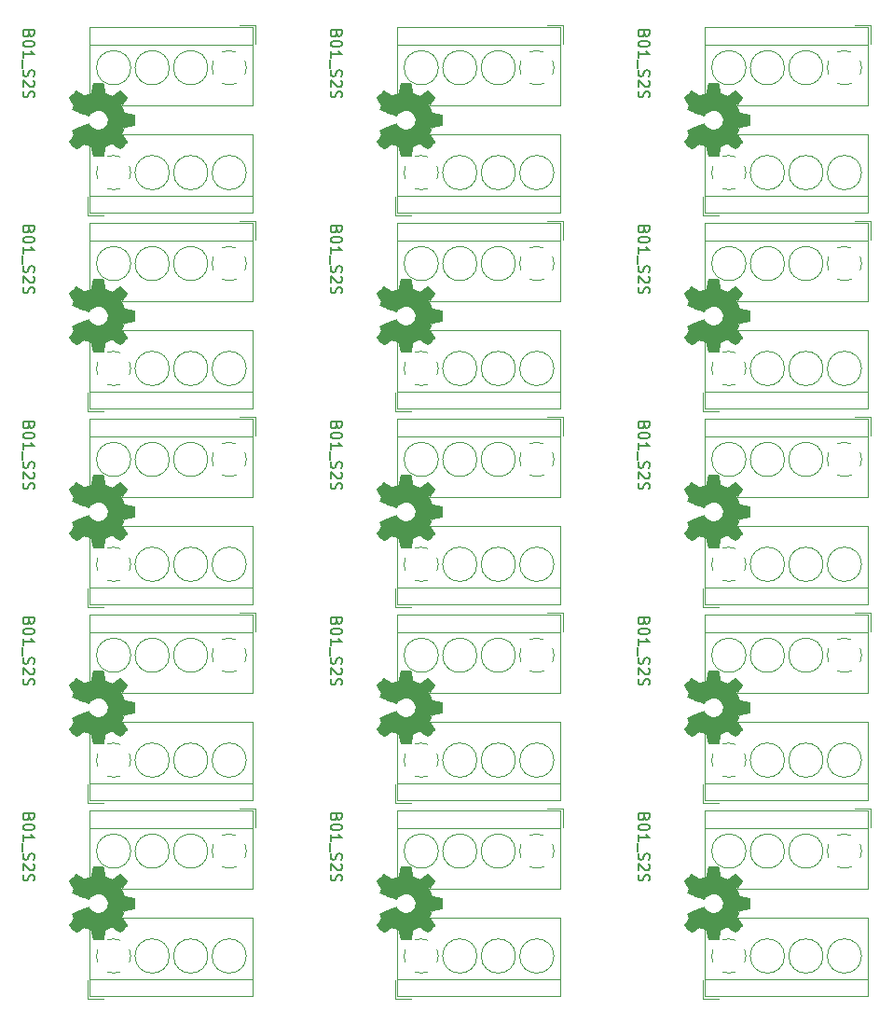
<source format=gbr>
G04 #@! TF.GenerationSoftware,KiCad,Pcbnew,5.1.5-52549c5~86~ubuntu18.04.1*
G04 #@! TF.CreationDate,2020-09-05T13:20:35-05:00*
G04 #@! TF.ProjectId,,58585858-5858-4585-9858-585858585858,rev?*
G04 #@! TF.SameCoordinates,Original*
G04 #@! TF.FileFunction,Legend,Top*
G04 #@! TF.FilePolarity,Positive*
%FSLAX46Y46*%
G04 Gerber Fmt 4.6, Leading zero omitted, Abs format (unit mm)*
G04 Created by KiCad (PCBNEW 5.1.5-52549c5~86~ubuntu18.04.1) date 2020-09-05 13:20:35*
%MOMM*%
%LPD*%
G04 APERTURE LIST*
%ADD10C,0.150000*%
%ADD11C,0.010000*%
%ADD12C,0.120000*%
G04 APERTURE END LIST*
D10*
X141727228Y-122607723D02*
X141679609Y-122750580D01*
X141631990Y-122798200D01*
X141536752Y-122845819D01*
X141393895Y-122845819D01*
X141298657Y-122798200D01*
X141251038Y-122750580D01*
X141203419Y-122655342D01*
X141203419Y-122274390D01*
X142203419Y-122274390D01*
X142203419Y-122607723D01*
X142155800Y-122702961D01*
X142108180Y-122750580D01*
X142012942Y-122798200D01*
X141917704Y-122798200D01*
X141822466Y-122750580D01*
X141774847Y-122702961D01*
X141727228Y-122607723D01*
X141727228Y-122274390D01*
X142203419Y-123464866D02*
X142203419Y-123560104D01*
X142155800Y-123655342D01*
X142108180Y-123702961D01*
X142012942Y-123750580D01*
X141822466Y-123798200D01*
X141584371Y-123798200D01*
X141393895Y-123750580D01*
X141298657Y-123702961D01*
X141251038Y-123655342D01*
X141203419Y-123560104D01*
X141203419Y-123464866D01*
X141251038Y-123369628D01*
X141298657Y-123322009D01*
X141393895Y-123274390D01*
X141584371Y-123226771D01*
X141822466Y-123226771D01*
X142012942Y-123274390D01*
X142108180Y-123322009D01*
X142155800Y-123369628D01*
X142203419Y-123464866D01*
X141203419Y-124750580D02*
X141203419Y-124179152D01*
X141203419Y-124464866D02*
X142203419Y-124464866D01*
X142060561Y-124369628D01*
X141965323Y-124274390D01*
X141917704Y-124179152D01*
X141108180Y-124941057D02*
X141108180Y-125702961D01*
X141251038Y-125893438D02*
X141203419Y-126036295D01*
X141203419Y-126274390D01*
X141251038Y-126369628D01*
X141298657Y-126417247D01*
X141393895Y-126464866D01*
X141489133Y-126464866D01*
X141584371Y-126417247D01*
X141631990Y-126369628D01*
X141679609Y-126274390D01*
X141727228Y-126083914D01*
X141774847Y-125988676D01*
X141822466Y-125941057D01*
X141917704Y-125893438D01*
X142012942Y-125893438D01*
X142108180Y-125941057D01*
X142155800Y-125988676D01*
X142203419Y-126083914D01*
X142203419Y-126322009D01*
X142155800Y-126464866D01*
X142108180Y-126845819D02*
X142155800Y-126893438D01*
X142203419Y-126988676D01*
X142203419Y-127226771D01*
X142155800Y-127322009D01*
X142108180Y-127369628D01*
X142012942Y-127417247D01*
X141917704Y-127417247D01*
X141774847Y-127369628D01*
X141203419Y-126798200D01*
X141203419Y-127417247D01*
X141251038Y-127798200D02*
X141203419Y-127941057D01*
X141203419Y-128179152D01*
X141251038Y-128274390D01*
X141298657Y-128322009D01*
X141393895Y-128369628D01*
X141489133Y-128369628D01*
X141584371Y-128322009D01*
X141631990Y-128274390D01*
X141679609Y-128179152D01*
X141727228Y-127988676D01*
X141774847Y-127893438D01*
X141822466Y-127845819D01*
X141917704Y-127798200D01*
X142012942Y-127798200D01*
X142108180Y-127845819D01*
X142155800Y-127893438D01*
X142203419Y-127988676D01*
X142203419Y-128226771D01*
X142155800Y-128369628D01*
X113787228Y-122607723D02*
X113739609Y-122750580D01*
X113691990Y-122798200D01*
X113596752Y-122845819D01*
X113453895Y-122845819D01*
X113358657Y-122798200D01*
X113311038Y-122750580D01*
X113263419Y-122655342D01*
X113263419Y-122274390D01*
X114263419Y-122274390D01*
X114263419Y-122607723D01*
X114215800Y-122702961D01*
X114168180Y-122750580D01*
X114072942Y-122798200D01*
X113977704Y-122798200D01*
X113882466Y-122750580D01*
X113834847Y-122702961D01*
X113787228Y-122607723D01*
X113787228Y-122274390D01*
X114263419Y-123464866D02*
X114263419Y-123560104D01*
X114215800Y-123655342D01*
X114168180Y-123702961D01*
X114072942Y-123750580D01*
X113882466Y-123798200D01*
X113644371Y-123798200D01*
X113453895Y-123750580D01*
X113358657Y-123702961D01*
X113311038Y-123655342D01*
X113263419Y-123560104D01*
X113263419Y-123464866D01*
X113311038Y-123369628D01*
X113358657Y-123322009D01*
X113453895Y-123274390D01*
X113644371Y-123226771D01*
X113882466Y-123226771D01*
X114072942Y-123274390D01*
X114168180Y-123322009D01*
X114215800Y-123369628D01*
X114263419Y-123464866D01*
X113263419Y-124750580D02*
X113263419Y-124179152D01*
X113263419Y-124464866D02*
X114263419Y-124464866D01*
X114120561Y-124369628D01*
X114025323Y-124274390D01*
X113977704Y-124179152D01*
X113168180Y-124941057D02*
X113168180Y-125702961D01*
X113311038Y-125893438D02*
X113263419Y-126036295D01*
X113263419Y-126274390D01*
X113311038Y-126369628D01*
X113358657Y-126417247D01*
X113453895Y-126464866D01*
X113549133Y-126464866D01*
X113644371Y-126417247D01*
X113691990Y-126369628D01*
X113739609Y-126274390D01*
X113787228Y-126083914D01*
X113834847Y-125988676D01*
X113882466Y-125941057D01*
X113977704Y-125893438D01*
X114072942Y-125893438D01*
X114168180Y-125941057D01*
X114215800Y-125988676D01*
X114263419Y-126083914D01*
X114263419Y-126322009D01*
X114215800Y-126464866D01*
X114168180Y-126845819D02*
X114215800Y-126893438D01*
X114263419Y-126988676D01*
X114263419Y-127226771D01*
X114215800Y-127322009D01*
X114168180Y-127369628D01*
X114072942Y-127417247D01*
X113977704Y-127417247D01*
X113834847Y-127369628D01*
X113263419Y-126798200D01*
X113263419Y-127417247D01*
X113311038Y-127798200D02*
X113263419Y-127941057D01*
X113263419Y-128179152D01*
X113311038Y-128274390D01*
X113358657Y-128322009D01*
X113453895Y-128369628D01*
X113549133Y-128369628D01*
X113644371Y-128322009D01*
X113691990Y-128274390D01*
X113739609Y-128179152D01*
X113787228Y-127988676D01*
X113834847Y-127893438D01*
X113882466Y-127845819D01*
X113977704Y-127798200D01*
X114072942Y-127798200D01*
X114168180Y-127845819D01*
X114215800Y-127893438D01*
X114263419Y-127988676D01*
X114263419Y-128226771D01*
X114215800Y-128369628D01*
X85847228Y-122607723D02*
X85799609Y-122750580D01*
X85751990Y-122798200D01*
X85656752Y-122845819D01*
X85513895Y-122845819D01*
X85418657Y-122798200D01*
X85371038Y-122750580D01*
X85323419Y-122655342D01*
X85323419Y-122274390D01*
X86323419Y-122274390D01*
X86323419Y-122607723D01*
X86275800Y-122702961D01*
X86228180Y-122750580D01*
X86132942Y-122798200D01*
X86037704Y-122798200D01*
X85942466Y-122750580D01*
X85894847Y-122702961D01*
X85847228Y-122607723D01*
X85847228Y-122274390D01*
X86323419Y-123464866D02*
X86323419Y-123560104D01*
X86275800Y-123655342D01*
X86228180Y-123702961D01*
X86132942Y-123750580D01*
X85942466Y-123798200D01*
X85704371Y-123798200D01*
X85513895Y-123750580D01*
X85418657Y-123702961D01*
X85371038Y-123655342D01*
X85323419Y-123560104D01*
X85323419Y-123464866D01*
X85371038Y-123369628D01*
X85418657Y-123322009D01*
X85513895Y-123274390D01*
X85704371Y-123226771D01*
X85942466Y-123226771D01*
X86132942Y-123274390D01*
X86228180Y-123322009D01*
X86275800Y-123369628D01*
X86323419Y-123464866D01*
X85323419Y-124750580D02*
X85323419Y-124179152D01*
X85323419Y-124464866D02*
X86323419Y-124464866D01*
X86180561Y-124369628D01*
X86085323Y-124274390D01*
X86037704Y-124179152D01*
X85228180Y-124941057D02*
X85228180Y-125702961D01*
X85371038Y-125893438D02*
X85323419Y-126036295D01*
X85323419Y-126274390D01*
X85371038Y-126369628D01*
X85418657Y-126417247D01*
X85513895Y-126464866D01*
X85609133Y-126464866D01*
X85704371Y-126417247D01*
X85751990Y-126369628D01*
X85799609Y-126274390D01*
X85847228Y-126083914D01*
X85894847Y-125988676D01*
X85942466Y-125941057D01*
X86037704Y-125893438D01*
X86132942Y-125893438D01*
X86228180Y-125941057D01*
X86275800Y-125988676D01*
X86323419Y-126083914D01*
X86323419Y-126322009D01*
X86275800Y-126464866D01*
X86228180Y-126845819D02*
X86275800Y-126893438D01*
X86323419Y-126988676D01*
X86323419Y-127226771D01*
X86275800Y-127322009D01*
X86228180Y-127369628D01*
X86132942Y-127417247D01*
X86037704Y-127417247D01*
X85894847Y-127369628D01*
X85323419Y-126798200D01*
X85323419Y-127417247D01*
X85371038Y-127798200D02*
X85323419Y-127941057D01*
X85323419Y-128179152D01*
X85371038Y-128274390D01*
X85418657Y-128322009D01*
X85513895Y-128369628D01*
X85609133Y-128369628D01*
X85704371Y-128322009D01*
X85751990Y-128274390D01*
X85799609Y-128179152D01*
X85847228Y-127988676D01*
X85894847Y-127893438D01*
X85942466Y-127845819D01*
X86037704Y-127798200D01*
X86132942Y-127798200D01*
X86228180Y-127845819D01*
X86275800Y-127893438D01*
X86323419Y-127988676D01*
X86323419Y-128226771D01*
X86275800Y-128369628D01*
X141727228Y-104827723D02*
X141679609Y-104970580D01*
X141631990Y-105018200D01*
X141536752Y-105065819D01*
X141393895Y-105065819D01*
X141298657Y-105018200D01*
X141251038Y-104970580D01*
X141203419Y-104875342D01*
X141203419Y-104494390D01*
X142203419Y-104494390D01*
X142203419Y-104827723D01*
X142155800Y-104922961D01*
X142108180Y-104970580D01*
X142012942Y-105018200D01*
X141917704Y-105018200D01*
X141822466Y-104970580D01*
X141774847Y-104922961D01*
X141727228Y-104827723D01*
X141727228Y-104494390D01*
X142203419Y-105684866D02*
X142203419Y-105780104D01*
X142155800Y-105875342D01*
X142108180Y-105922961D01*
X142012942Y-105970580D01*
X141822466Y-106018200D01*
X141584371Y-106018200D01*
X141393895Y-105970580D01*
X141298657Y-105922961D01*
X141251038Y-105875342D01*
X141203419Y-105780104D01*
X141203419Y-105684866D01*
X141251038Y-105589628D01*
X141298657Y-105542009D01*
X141393895Y-105494390D01*
X141584371Y-105446771D01*
X141822466Y-105446771D01*
X142012942Y-105494390D01*
X142108180Y-105542009D01*
X142155800Y-105589628D01*
X142203419Y-105684866D01*
X141203419Y-106970580D02*
X141203419Y-106399152D01*
X141203419Y-106684866D02*
X142203419Y-106684866D01*
X142060561Y-106589628D01*
X141965323Y-106494390D01*
X141917704Y-106399152D01*
X141108180Y-107161057D02*
X141108180Y-107922961D01*
X141251038Y-108113438D02*
X141203419Y-108256295D01*
X141203419Y-108494390D01*
X141251038Y-108589628D01*
X141298657Y-108637247D01*
X141393895Y-108684866D01*
X141489133Y-108684866D01*
X141584371Y-108637247D01*
X141631990Y-108589628D01*
X141679609Y-108494390D01*
X141727228Y-108303914D01*
X141774847Y-108208676D01*
X141822466Y-108161057D01*
X141917704Y-108113438D01*
X142012942Y-108113438D01*
X142108180Y-108161057D01*
X142155800Y-108208676D01*
X142203419Y-108303914D01*
X142203419Y-108542009D01*
X142155800Y-108684866D01*
X142108180Y-109065819D02*
X142155800Y-109113438D01*
X142203419Y-109208676D01*
X142203419Y-109446771D01*
X142155800Y-109542009D01*
X142108180Y-109589628D01*
X142012942Y-109637247D01*
X141917704Y-109637247D01*
X141774847Y-109589628D01*
X141203419Y-109018200D01*
X141203419Y-109637247D01*
X141251038Y-110018200D02*
X141203419Y-110161057D01*
X141203419Y-110399152D01*
X141251038Y-110494390D01*
X141298657Y-110542009D01*
X141393895Y-110589628D01*
X141489133Y-110589628D01*
X141584371Y-110542009D01*
X141631990Y-110494390D01*
X141679609Y-110399152D01*
X141727228Y-110208676D01*
X141774847Y-110113438D01*
X141822466Y-110065819D01*
X141917704Y-110018200D01*
X142012942Y-110018200D01*
X142108180Y-110065819D01*
X142155800Y-110113438D01*
X142203419Y-110208676D01*
X142203419Y-110446771D01*
X142155800Y-110589628D01*
X113787228Y-104827723D02*
X113739609Y-104970580D01*
X113691990Y-105018200D01*
X113596752Y-105065819D01*
X113453895Y-105065819D01*
X113358657Y-105018200D01*
X113311038Y-104970580D01*
X113263419Y-104875342D01*
X113263419Y-104494390D01*
X114263419Y-104494390D01*
X114263419Y-104827723D01*
X114215800Y-104922961D01*
X114168180Y-104970580D01*
X114072942Y-105018200D01*
X113977704Y-105018200D01*
X113882466Y-104970580D01*
X113834847Y-104922961D01*
X113787228Y-104827723D01*
X113787228Y-104494390D01*
X114263419Y-105684866D02*
X114263419Y-105780104D01*
X114215800Y-105875342D01*
X114168180Y-105922961D01*
X114072942Y-105970580D01*
X113882466Y-106018200D01*
X113644371Y-106018200D01*
X113453895Y-105970580D01*
X113358657Y-105922961D01*
X113311038Y-105875342D01*
X113263419Y-105780104D01*
X113263419Y-105684866D01*
X113311038Y-105589628D01*
X113358657Y-105542009D01*
X113453895Y-105494390D01*
X113644371Y-105446771D01*
X113882466Y-105446771D01*
X114072942Y-105494390D01*
X114168180Y-105542009D01*
X114215800Y-105589628D01*
X114263419Y-105684866D01*
X113263419Y-106970580D02*
X113263419Y-106399152D01*
X113263419Y-106684866D02*
X114263419Y-106684866D01*
X114120561Y-106589628D01*
X114025323Y-106494390D01*
X113977704Y-106399152D01*
X113168180Y-107161057D02*
X113168180Y-107922961D01*
X113311038Y-108113438D02*
X113263419Y-108256295D01*
X113263419Y-108494390D01*
X113311038Y-108589628D01*
X113358657Y-108637247D01*
X113453895Y-108684866D01*
X113549133Y-108684866D01*
X113644371Y-108637247D01*
X113691990Y-108589628D01*
X113739609Y-108494390D01*
X113787228Y-108303914D01*
X113834847Y-108208676D01*
X113882466Y-108161057D01*
X113977704Y-108113438D01*
X114072942Y-108113438D01*
X114168180Y-108161057D01*
X114215800Y-108208676D01*
X114263419Y-108303914D01*
X114263419Y-108542009D01*
X114215800Y-108684866D01*
X114168180Y-109065819D02*
X114215800Y-109113438D01*
X114263419Y-109208676D01*
X114263419Y-109446771D01*
X114215800Y-109542009D01*
X114168180Y-109589628D01*
X114072942Y-109637247D01*
X113977704Y-109637247D01*
X113834847Y-109589628D01*
X113263419Y-109018200D01*
X113263419Y-109637247D01*
X113311038Y-110018200D02*
X113263419Y-110161057D01*
X113263419Y-110399152D01*
X113311038Y-110494390D01*
X113358657Y-110542009D01*
X113453895Y-110589628D01*
X113549133Y-110589628D01*
X113644371Y-110542009D01*
X113691990Y-110494390D01*
X113739609Y-110399152D01*
X113787228Y-110208676D01*
X113834847Y-110113438D01*
X113882466Y-110065819D01*
X113977704Y-110018200D01*
X114072942Y-110018200D01*
X114168180Y-110065819D01*
X114215800Y-110113438D01*
X114263419Y-110208676D01*
X114263419Y-110446771D01*
X114215800Y-110589628D01*
X85847228Y-104827723D02*
X85799609Y-104970580D01*
X85751990Y-105018200D01*
X85656752Y-105065819D01*
X85513895Y-105065819D01*
X85418657Y-105018200D01*
X85371038Y-104970580D01*
X85323419Y-104875342D01*
X85323419Y-104494390D01*
X86323419Y-104494390D01*
X86323419Y-104827723D01*
X86275800Y-104922961D01*
X86228180Y-104970580D01*
X86132942Y-105018200D01*
X86037704Y-105018200D01*
X85942466Y-104970580D01*
X85894847Y-104922961D01*
X85847228Y-104827723D01*
X85847228Y-104494390D01*
X86323419Y-105684866D02*
X86323419Y-105780104D01*
X86275800Y-105875342D01*
X86228180Y-105922961D01*
X86132942Y-105970580D01*
X85942466Y-106018200D01*
X85704371Y-106018200D01*
X85513895Y-105970580D01*
X85418657Y-105922961D01*
X85371038Y-105875342D01*
X85323419Y-105780104D01*
X85323419Y-105684866D01*
X85371038Y-105589628D01*
X85418657Y-105542009D01*
X85513895Y-105494390D01*
X85704371Y-105446771D01*
X85942466Y-105446771D01*
X86132942Y-105494390D01*
X86228180Y-105542009D01*
X86275800Y-105589628D01*
X86323419Y-105684866D01*
X85323419Y-106970580D02*
X85323419Y-106399152D01*
X85323419Y-106684866D02*
X86323419Y-106684866D01*
X86180561Y-106589628D01*
X86085323Y-106494390D01*
X86037704Y-106399152D01*
X85228180Y-107161057D02*
X85228180Y-107922961D01*
X85371038Y-108113438D02*
X85323419Y-108256295D01*
X85323419Y-108494390D01*
X85371038Y-108589628D01*
X85418657Y-108637247D01*
X85513895Y-108684866D01*
X85609133Y-108684866D01*
X85704371Y-108637247D01*
X85751990Y-108589628D01*
X85799609Y-108494390D01*
X85847228Y-108303914D01*
X85894847Y-108208676D01*
X85942466Y-108161057D01*
X86037704Y-108113438D01*
X86132942Y-108113438D01*
X86228180Y-108161057D01*
X86275800Y-108208676D01*
X86323419Y-108303914D01*
X86323419Y-108542009D01*
X86275800Y-108684866D01*
X86228180Y-109065819D02*
X86275800Y-109113438D01*
X86323419Y-109208676D01*
X86323419Y-109446771D01*
X86275800Y-109542009D01*
X86228180Y-109589628D01*
X86132942Y-109637247D01*
X86037704Y-109637247D01*
X85894847Y-109589628D01*
X85323419Y-109018200D01*
X85323419Y-109637247D01*
X85371038Y-110018200D02*
X85323419Y-110161057D01*
X85323419Y-110399152D01*
X85371038Y-110494390D01*
X85418657Y-110542009D01*
X85513895Y-110589628D01*
X85609133Y-110589628D01*
X85704371Y-110542009D01*
X85751990Y-110494390D01*
X85799609Y-110399152D01*
X85847228Y-110208676D01*
X85894847Y-110113438D01*
X85942466Y-110065819D01*
X86037704Y-110018200D01*
X86132942Y-110018200D01*
X86228180Y-110065819D01*
X86275800Y-110113438D01*
X86323419Y-110208676D01*
X86323419Y-110446771D01*
X86275800Y-110589628D01*
X141727228Y-87047723D02*
X141679609Y-87190580D01*
X141631990Y-87238200D01*
X141536752Y-87285819D01*
X141393895Y-87285819D01*
X141298657Y-87238200D01*
X141251038Y-87190580D01*
X141203419Y-87095342D01*
X141203419Y-86714390D01*
X142203419Y-86714390D01*
X142203419Y-87047723D01*
X142155800Y-87142961D01*
X142108180Y-87190580D01*
X142012942Y-87238200D01*
X141917704Y-87238200D01*
X141822466Y-87190580D01*
X141774847Y-87142961D01*
X141727228Y-87047723D01*
X141727228Y-86714390D01*
X142203419Y-87904866D02*
X142203419Y-88000104D01*
X142155800Y-88095342D01*
X142108180Y-88142961D01*
X142012942Y-88190580D01*
X141822466Y-88238200D01*
X141584371Y-88238200D01*
X141393895Y-88190580D01*
X141298657Y-88142961D01*
X141251038Y-88095342D01*
X141203419Y-88000104D01*
X141203419Y-87904866D01*
X141251038Y-87809628D01*
X141298657Y-87762009D01*
X141393895Y-87714390D01*
X141584371Y-87666771D01*
X141822466Y-87666771D01*
X142012942Y-87714390D01*
X142108180Y-87762009D01*
X142155800Y-87809628D01*
X142203419Y-87904866D01*
X141203419Y-89190580D02*
X141203419Y-88619152D01*
X141203419Y-88904866D02*
X142203419Y-88904866D01*
X142060561Y-88809628D01*
X141965323Y-88714390D01*
X141917704Y-88619152D01*
X141108180Y-89381057D02*
X141108180Y-90142961D01*
X141251038Y-90333438D02*
X141203419Y-90476295D01*
X141203419Y-90714390D01*
X141251038Y-90809628D01*
X141298657Y-90857247D01*
X141393895Y-90904866D01*
X141489133Y-90904866D01*
X141584371Y-90857247D01*
X141631990Y-90809628D01*
X141679609Y-90714390D01*
X141727228Y-90523914D01*
X141774847Y-90428676D01*
X141822466Y-90381057D01*
X141917704Y-90333438D01*
X142012942Y-90333438D01*
X142108180Y-90381057D01*
X142155800Y-90428676D01*
X142203419Y-90523914D01*
X142203419Y-90762009D01*
X142155800Y-90904866D01*
X142108180Y-91285819D02*
X142155800Y-91333438D01*
X142203419Y-91428676D01*
X142203419Y-91666771D01*
X142155800Y-91762009D01*
X142108180Y-91809628D01*
X142012942Y-91857247D01*
X141917704Y-91857247D01*
X141774847Y-91809628D01*
X141203419Y-91238200D01*
X141203419Y-91857247D01*
X141251038Y-92238200D02*
X141203419Y-92381057D01*
X141203419Y-92619152D01*
X141251038Y-92714390D01*
X141298657Y-92762009D01*
X141393895Y-92809628D01*
X141489133Y-92809628D01*
X141584371Y-92762009D01*
X141631990Y-92714390D01*
X141679609Y-92619152D01*
X141727228Y-92428676D01*
X141774847Y-92333438D01*
X141822466Y-92285819D01*
X141917704Y-92238200D01*
X142012942Y-92238200D01*
X142108180Y-92285819D01*
X142155800Y-92333438D01*
X142203419Y-92428676D01*
X142203419Y-92666771D01*
X142155800Y-92809628D01*
X113787228Y-87047723D02*
X113739609Y-87190580D01*
X113691990Y-87238200D01*
X113596752Y-87285819D01*
X113453895Y-87285819D01*
X113358657Y-87238200D01*
X113311038Y-87190580D01*
X113263419Y-87095342D01*
X113263419Y-86714390D01*
X114263419Y-86714390D01*
X114263419Y-87047723D01*
X114215800Y-87142961D01*
X114168180Y-87190580D01*
X114072942Y-87238200D01*
X113977704Y-87238200D01*
X113882466Y-87190580D01*
X113834847Y-87142961D01*
X113787228Y-87047723D01*
X113787228Y-86714390D01*
X114263419Y-87904866D02*
X114263419Y-88000104D01*
X114215800Y-88095342D01*
X114168180Y-88142961D01*
X114072942Y-88190580D01*
X113882466Y-88238200D01*
X113644371Y-88238200D01*
X113453895Y-88190580D01*
X113358657Y-88142961D01*
X113311038Y-88095342D01*
X113263419Y-88000104D01*
X113263419Y-87904866D01*
X113311038Y-87809628D01*
X113358657Y-87762009D01*
X113453895Y-87714390D01*
X113644371Y-87666771D01*
X113882466Y-87666771D01*
X114072942Y-87714390D01*
X114168180Y-87762009D01*
X114215800Y-87809628D01*
X114263419Y-87904866D01*
X113263419Y-89190580D02*
X113263419Y-88619152D01*
X113263419Y-88904866D02*
X114263419Y-88904866D01*
X114120561Y-88809628D01*
X114025323Y-88714390D01*
X113977704Y-88619152D01*
X113168180Y-89381057D02*
X113168180Y-90142961D01*
X113311038Y-90333438D02*
X113263419Y-90476295D01*
X113263419Y-90714390D01*
X113311038Y-90809628D01*
X113358657Y-90857247D01*
X113453895Y-90904866D01*
X113549133Y-90904866D01*
X113644371Y-90857247D01*
X113691990Y-90809628D01*
X113739609Y-90714390D01*
X113787228Y-90523914D01*
X113834847Y-90428676D01*
X113882466Y-90381057D01*
X113977704Y-90333438D01*
X114072942Y-90333438D01*
X114168180Y-90381057D01*
X114215800Y-90428676D01*
X114263419Y-90523914D01*
X114263419Y-90762009D01*
X114215800Y-90904866D01*
X114168180Y-91285819D02*
X114215800Y-91333438D01*
X114263419Y-91428676D01*
X114263419Y-91666771D01*
X114215800Y-91762009D01*
X114168180Y-91809628D01*
X114072942Y-91857247D01*
X113977704Y-91857247D01*
X113834847Y-91809628D01*
X113263419Y-91238200D01*
X113263419Y-91857247D01*
X113311038Y-92238200D02*
X113263419Y-92381057D01*
X113263419Y-92619152D01*
X113311038Y-92714390D01*
X113358657Y-92762009D01*
X113453895Y-92809628D01*
X113549133Y-92809628D01*
X113644371Y-92762009D01*
X113691990Y-92714390D01*
X113739609Y-92619152D01*
X113787228Y-92428676D01*
X113834847Y-92333438D01*
X113882466Y-92285819D01*
X113977704Y-92238200D01*
X114072942Y-92238200D01*
X114168180Y-92285819D01*
X114215800Y-92333438D01*
X114263419Y-92428676D01*
X114263419Y-92666771D01*
X114215800Y-92809628D01*
X85847228Y-87047723D02*
X85799609Y-87190580D01*
X85751990Y-87238200D01*
X85656752Y-87285819D01*
X85513895Y-87285819D01*
X85418657Y-87238200D01*
X85371038Y-87190580D01*
X85323419Y-87095342D01*
X85323419Y-86714390D01*
X86323419Y-86714390D01*
X86323419Y-87047723D01*
X86275800Y-87142961D01*
X86228180Y-87190580D01*
X86132942Y-87238200D01*
X86037704Y-87238200D01*
X85942466Y-87190580D01*
X85894847Y-87142961D01*
X85847228Y-87047723D01*
X85847228Y-86714390D01*
X86323419Y-87904866D02*
X86323419Y-88000104D01*
X86275800Y-88095342D01*
X86228180Y-88142961D01*
X86132942Y-88190580D01*
X85942466Y-88238200D01*
X85704371Y-88238200D01*
X85513895Y-88190580D01*
X85418657Y-88142961D01*
X85371038Y-88095342D01*
X85323419Y-88000104D01*
X85323419Y-87904866D01*
X85371038Y-87809628D01*
X85418657Y-87762009D01*
X85513895Y-87714390D01*
X85704371Y-87666771D01*
X85942466Y-87666771D01*
X86132942Y-87714390D01*
X86228180Y-87762009D01*
X86275800Y-87809628D01*
X86323419Y-87904866D01*
X85323419Y-89190580D02*
X85323419Y-88619152D01*
X85323419Y-88904866D02*
X86323419Y-88904866D01*
X86180561Y-88809628D01*
X86085323Y-88714390D01*
X86037704Y-88619152D01*
X85228180Y-89381057D02*
X85228180Y-90142961D01*
X85371038Y-90333438D02*
X85323419Y-90476295D01*
X85323419Y-90714390D01*
X85371038Y-90809628D01*
X85418657Y-90857247D01*
X85513895Y-90904866D01*
X85609133Y-90904866D01*
X85704371Y-90857247D01*
X85751990Y-90809628D01*
X85799609Y-90714390D01*
X85847228Y-90523914D01*
X85894847Y-90428676D01*
X85942466Y-90381057D01*
X86037704Y-90333438D01*
X86132942Y-90333438D01*
X86228180Y-90381057D01*
X86275800Y-90428676D01*
X86323419Y-90523914D01*
X86323419Y-90762009D01*
X86275800Y-90904866D01*
X86228180Y-91285819D02*
X86275800Y-91333438D01*
X86323419Y-91428676D01*
X86323419Y-91666771D01*
X86275800Y-91762009D01*
X86228180Y-91809628D01*
X86132942Y-91857247D01*
X86037704Y-91857247D01*
X85894847Y-91809628D01*
X85323419Y-91238200D01*
X85323419Y-91857247D01*
X85371038Y-92238200D02*
X85323419Y-92381057D01*
X85323419Y-92619152D01*
X85371038Y-92714390D01*
X85418657Y-92762009D01*
X85513895Y-92809628D01*
X85609133Y-92809628D01*
X85704371Y-92762009D01*
X85751990Y-92714390D01*
X85799609Y-92619152D01*
X85847228Y-92428676D01*
X85894847Y-92333438D01*
X85942466Y-92285819D01*
X86037704Y-92238200D01*
X86132942Y-92238200D01*
X86228180Y-92285819D01*
X86275800Y-92333438D01*
X86323419Y-92428676D01*
X86323419Y-92666771D01*
X86275800Y-92809628D01*
X141727228Y-69267723D02*
X141679609Y-69410580D01*
X141631990Y-69458200D01*
X141536752Y-69505819D01*
X141393895Y-69505819D01*
X141298657Y-69458200D01*
X141251038Y-69410580D01*
X141203419Y-69315342D01*
X141203419Y-68934390D01*
X142203419Y-68934390D01*
X142203419Y-69267723D01*
X142155800Y-69362961D01*
X142108180Y-69410580D01*
X142012942Y-69458200D01*
X141917704Y-69458200D01*
X141822466Y-69410580D01*
X141774847Y-69362961D01*
X141727228Y-69267723D01*
X141727228Y-68934390D01*
X142203419Y-70124866D02*
X142203419Y-70220104D01*
X142155800Y-70315342D01*
X142108180Y-70362961D01*
X142012942Y-70410580D01*
X141822466Y-70458200D01*
X141584371Y-70458200D01*
X141393895Y-70410580D01*
X141298657Y-70362961D01*
X141251038Y-70315342D01*
X141203419Y-70220104D01*
X141203419Y-70124866D01*
X141251038Y-70029628D01*
X141298657Y-69982009D01*
X141393895Y-69934390D01*
X141584371Y-69886771D01*
X141822466Y-69886771D01*
X142012942Y-69934390D01*
X142108180Y-69982009D01*
X142155800Y-70029628D01*
X142203419Y-70124866D01*
X141203419Y-71410580D02*
X141203419Y-70839152D01*
X141203419Y-71124866D02*
X142203419Y-71124866D01*
X142060561Y-71029628D01*
X141965323Y-70934390D01*
X141917704Y-70839152D01*
X141108180Y-71601057D02*
X141108180Y-72362961D01*
X141251038Y-72553438D02*
X141203419Y-72696295D01*
X141203419Y-72934390D01*
X141251038Y-73029628D01*
X141298657Y-73077247D01*
X141393895Y-73124866D01*
X141489133Y-73124866D01*
X141584371Y-73077247D01*
X141631990Y-73029628D01*
X141679609Y-72934390D01*
X141727228Y-72743914D01*
X141774847Y-72648676D01*
X141822466Y-72601057D01*
X141917704Y-72553438D01*
X142012942Y-72553438D01*
X142108180Y-72601057D01*
X142155800Y-72648676D01*
X142203419Y-72743914D01*
X142203419Y-72982009D01*
X142155800Y-73124866D01*
X142108180Y-73505819D02*
X142155800Y-73553438D01*
X142203419Y-73648676D01*
X142203419Y-73886771D01*
X142155800Y-73982009D01*
X142108180Y-74029628D01*
X142012942Y-74077247D01*
X141917704Y-74077247D01*
X141774847Y-74029628D01*
X141203419Y-73458200D01*
X141203419Y-74077247D01*
X141251038Y-74458200D02*
X141203419Y-74601057D01*
X141203419Y-74839152D01*
X141251038Y-74934390D01*
X141298657Y-74982009D01*
X141393895Y-75029628D01*
X141489133Y-75029628D01*
X141584371Y-74982009D01*
X141631990Y-74934390D01*
X141679609Y-74839152D01*
X141727228Y-74648676D01*
X141774847Y-74553438D01*
X141822466Y-74505819D01*
X141917704Y-74458200D01*
X142012942Y-74458200D01*
X142108180Y-74505819D01*
X142155800Y-74553438D01*
X142203419Y-74648676D01*
X142203419Y-74886771D01*
X142155800Y-75029628D01*
X113787228Y-69267723D02*
X113739609Y-69410580D01*
X113691990Y-69458200D01*
X113596752Y-69505819D01*
X113453895Y-69505819D01*
X113358657Y-69458200D01*
X113311038Y-69410580D01*
X113263419Y-69315342D01*
X113263419Y-68934390D01*
X114263419Y-68934390D01*
X114263419Y-69267723D01*
X114215800Y-69362961D01*
X114168180Y-69410580D01*
X114072942Y-69458200D01*
X113977704Y-69458200D01*
X113882466Y-69410580D01*
X113834847Y-69362961D01*
X113787228Y-69267723D01*
X113787228Y-68934390D01*
X114263419Y-70124866D02*
X114263419Y-70220104D01*
X114215800Y-70315342D01*
X114168180Y-70362961D01*
X114072942Y-70410580D01*
X113882466Y-70458200D01*
X113644371Y-70458200D01*
X113453895Y-70410580D01*
X113358657Y-70362961D01*
X113311038Y-70315342D01*
X113263419Y-70220104D01*
X113263419Y-70124866D01*
X113311038Y-70029628D01*
X113358657Y-69982009D01*
X113453895Y-69934390D01*
X113644371Y-69886771D01*
X113882466Y-69886771D01*
X114072942Y-69934390D01*
X114168180Y-69982009D01*
X114215800Y-70029628D01*
X114263419Y-70124866D01*
X113263419Y-71410580D02*
X113263419Y-70839152D01*
X113263419Y-71124866D02*
X114263419Y-71124866D01*
X114120561Y-71029628D01*
X114025323Y-70934390D01*
X113977704Y-70839152D01*
X113168180Y-71601057D02*
X113168180Y-72362961D01*
X113311038Y-72553438D02*
X113263419Y-72696295D01*
X113263419Y-72934390D01*
X113311038Y-73029628D01*
X113358657Y-73077247D01*
X113453895Y-73124866D01*
X113549133Y-73124866D01*
X113644371Y-73077247D01*
X113691990Y-73029628D01*
X113739609Y-72934390D01*
X113787228Y-72743914D01*
X113834847Y-72648676D01*
X113882466Y-72601057D01*
X113977704Y-72553438D01*
X114072942Y-72553438D01*
X114168180Y-72601057D01*
X114215800Y-72648676D01*
X114263419Y-72743914D01*
X114263419Y-72982009D01*
X114215800Y-73124866D01*
X114168180Y-73505819D02*
X114215800Y-73553438D01*
X114263419Y-73648676D01*
X114263419Y-73886771D01*
X114215800Y-73982009D01*
X114168180Y-74029628D01*
X114072942Y-74077247D01*
X113977704Y-74077247D01*
X113834847Y-74029628D01*
X113263419Y-73458200D01*
X113263419Y-74077247D01*
X113311038Y-74458200D02*
X113263419Y-74601057D01*
X113263419Y-74839152D01*
X113311038Y-74934390D01*
X113358657Y-74982009D01*
X113453895Y-75029628D01*
X113549133Y-75029628D01*
X113644371Y-74982009D01*
X113691990Y-74934390D01*
X113739609Y-74839152D01*
X113787228Y-74648676D01*
X113834847Y-74553438D01*
X113882466Y-74505819D01*
X113977704Y-74458200D01*
X114072942Y-74458200D01*
X114168180Y-74505819D01*
X114215800Y-74553438D01*
X114263419Y-74648676D01*
X114263419Y-74886771D01*
X114215800Y-75029628D01*
X85847228Y-69267723D02*
X85799609Y-69410580D01*
X85751990Y-69458200D01*
X85656752Y-69505819D01*
X85513895Y-69505819D01*
X85418657Y-69458200D01*
X85371038Y-69410580D01*
X85323419Y-69315342D01*
X85323419Y-68934390D01*
X86323419Y-68934390D01*
X86323419Y-69267723D01*
X86275800Y-69362961D01*
X86228180Y-69410580D01*
X86132942Y-69458200D01*
X86037704Y-69458200D01*
X85942466Y-69410580D01*
X85894847Y-69362961D01*
X85847228Y-69267723D01*
X85847228Y-68934390D01*
X86323419Y-70124866D02*
X86323419Y-70220104D01*
X86275800Y-70315342D01*
X86228180Y-70362961D01*
X86132942Y-70410580D01*
X85942466Y-70458200D01*
X85704371Y-70458200D01*
X85513895Y-70410580D01*
X85418657Y-70362961D01*
X85371038Y-70315342D01*
X85323419Y-70220104D01*
X85323419Y-70124866D01*
X85371038Y-70029628D01*
X85418657Y-69982009D01*
X85513895Y-69934390D01*
X85704371Y-69886771D01*
X85942466Y-69886771D01*
X86132942Y-69934390D01*
X86228180Y-69982009D01*
X86275800Y-70029628D01*
X86323419Y-70124866D01*
X85323419Y-71410580D02*
X85323419Y-70839152D01*
X85323419Y-71124866D02*
X86323419Y-71124866D01*
X86180561Y-71029628D01*
X86085323Y-70934390D01*
X86037704Y-70839152D01*
X85228180Y-71601057D02*
X85228180Y-72362961D01*
X85371038Y-72553438D02*
X85323419Y-72696295D01*
X85323419Y-72934390D01*
X85371038Y-73029628D01*
X85418657Y-73077247D01*
X85513895Y-73124866D01*
X85609133Y-73124866D01*
X85704371Y-73077247D01*
X85751990Y-73029628D01*
X85799609Y-72934390D01*
X85847228Y-72743914D01*
X85894847Y-72648676D01*
X85942466Y-72601057D01*
X86037704Y-72553438D01*
X86132942Y-72553438D01*
X86228180Y-72601057D01*
X86275800Y-72648676D01*
X86323419Y-72743914D01*
X86323419Y-72982009D01*
X86275800Y-73124866D01*
X86228180Y-73505819D02*
X86275800Y-73553438D01*
X86323419Y-73648676D01*
X86323419Y-73886771D01*
X86275800Y-73982009D01*
X86228180Y-74029628D01*
X86132942Y-74077247D01*
X86037704Y-74077247D01*
X85894847Y-74029628D01*
X85323419Y-73458200D01*
X85323419Y-74077247D01*
X85371038Y-74458200D02*
X85323419Y-74601057D01*
X85323419Y-74839152D01*
X85371038Y-74934390D01*
X85418657Y-74982009D01*
X85513895Y-75029628D01*
X85609133Y-75029628D01*
X85704371Y-74982009D01*
X85751990Y-74934390D01*
X85799609Y-74839152D01*
X85847228Y-74648676D01*
X85894847Y-74553438D01*
X85942466Y-74505819D01*
X86037704Y-74458200D01*
X86132942Y-74458200D01*
X86228180Y-74505819D01*
X86275800Y-74553438D01*
X86323419Y-74648676D01*
X86323419Y-74886771D01*
X86275800Y-75029628D01*
X141727228Y-51487723D02*
X141679609Y-51630580D01*
X141631990Y-51678200D01*
X141536752Y-51725819D01*
X141393895Y-51725819D01*
X141298657Y-51678200D01*
X141251038Y-51630580D01*
X141203419Y-51535342D01*
X141203419Y-51154390D01*
X142203419Y-51154390D01*
X142203419Y-51487723D01*
X142155800Y-51582961D01*
X142108180Y-51630580D01*
X142012942Y-51678200D01*
X141917704Y-51678200D01*
X141822466Y-51630580D01*
X141774847Y-51582961D01*
X141727228Y-51487723D01*
X141727228Y-51154390D01*
X142203419Y-52344866D02*
X142203419Y-52440104D01*
X142155800Y-52535342D01*
X142108180Y-52582961D01*
X142012942Y-52630580D01*
X141822466Y-52678200D01*
X141584371Y-52678200D01*
X141393895Y-52630580D01*
X141298657Y-52582961D01*
X141251038Y-52535342D01*
X141203419Y-52440104D01*
X141203419Y-52344866D01*
X141251038Y-52249628D01*
X141298657Y-52202009D01*
X141393895Y-52154390D01*
X141584371Y-52106771D01*
X141822466Y-52106771D01*
X142012942Y-52154390D01*
X142108180Y-52202009D01*
X142155800Y-52249628D01*
X142203419Y-52344866D01*
X141203419Y-53630580D02*
X141203419Y-53059152D01*
X141203419Y-53344866D02*
X142203419Y-53344866D01*
X142060561Y-53249628D01*
X141965323Y-53154390D01*
X141917704Y-53059152D01*
X141108180Y-53821057D02*
X141108180Y-54582961D01*
X141251038Y-54773438D02*
X141203419Y-54916295D01*
X141203419Y-55154390D01*
X141251038Y-55249628D01*
X141298657Y-55297247D01*
X141393895Y-55344866D01*
X141489133Y-55344866D01*
X141584371Y-55297247D01*
X141631990Y-55249628D01*
X141679609Y-55154390D01*
X141727228Y-54963914D01*
X141774847Y-54868676D01*
X141822466Y-54821057D01*
X141917704Y-54773438D01*
X142012942Y-54773438D01*
X142108180Y-54821057D01*
X142155800Y-54868676D01*
X142203419Y-54963914D01*
X142203419Y-55202009D01*
X142155800Y-55344866D01*
X142108180Y-55725819D02*
X142155800Y-55773438D01*
X142203419Y-55868676D01*
X142203419Y-56106771D01*
X142155800Y-56202009D01*
X142108180Y-56249628D01*
X142012942Y-56297247D01*
X141917704Y-56297247D01*
X141774847Y-56249628D01*
X141203419Y-55678200D01*
X141203419Y-56297247D01*
X141251038Y-56678200D02*
X141203419Y-56821057D01*
X141203419Y-57059152D01*
X141251038Y-57154390D01*
X141298657Y-57202009D01*
X141393895Y-57249628D01*
X141489133Y-57249628D01*
X141584371Y-57202009D01*
X141631990Y-57154390D01*
X141679609Y-57059152D01*
X141727228Y-56868676D01*
X141774847Y-56773438D01*
X141822466Y-56725819D01*
X141917704Y-56678200D01*
X142012942Y-56678200D01*
X142108180Y-56725819D01*
X142155800Y-56773438D01*
X142203419Y-56868676D01*
X142203419Y-57106771D01*
X142155800Y-57249628D01*
X113787228Y-51487723D02*
X113739609Y-51630580D01*
X113691990Y-51678200D01*
X113596752Y-51725819D01*
X113453895Y-51725819D01*
X113358657Y-51678200D01*
X113311038Y-51630580D01*
X113263419Y-51535342D01*
X113263419Y-51154390D01*
X114263419Y-51154390D01*
X114263419Y-51487723D01*
X114215800Y-51582961D01*
X114168180Y-51630580D01*
X114072942Y-51678200D01*
X113977704Y-51678200D01*
X113882466Y-51630580D01*
X113834847Y-51582961D01*
X113787228Y-51487723D01*
X113787228Y-51154390D01*
X114263419Y-52344866D02*
X114263419Y-52440104D01*
X114215800Y-52535342D01*
X114168180Y-52582961D01*
X114072942Y-52630580D01*
X113882466Y-52678200D01*
X113644371Y-52678200D01*
X113453895Y-52630580D01*
X113358657Y-52582961D01*
X113311038Y-52535342D01*
X113263419Y-52440104D01*
X113263419Y-52344866D01*
X113311038Y-52249628D01*
X113358657Y-52202009D01*
X113453895Y-52154390D01*
X113644371Y-52106771D01*
X113882466Y-52106771D01*
X114072942Y-52154390D01*
X114168180Y-52202009D01*
X114215800Y-52249628D01*
X114263419Y-52344866D01*
X113263419Y-53630580D02*
X113263419Y-53059152D01*
X113263419Y-53344866D02*
X114263419Y-53344866D01*
X114120561Y-53249628D01*
X114025323Y-53154390D01*
X113977704Y-53059152D01*
X113168180Y-53821057D02*
X113168180Y-54582961D01*
X113311038Y-54773438D02*
X113263419Y-54916295D01*
X113263419Y-55154390D01*
X113311038Y-55249628D01*
X113358657Y-55297247D01*
X113453895Y-55344866D01*
X113549133Y-55344866D01*
X113644371Y-55297247D01*
X113691990Y-55249628D01*
X113739609Y-55154390D01*
X113787228Y-54963914D01*
X113834847Y-54868676D01*
X113882466Y-54821057D01*
X113977704Y-54773438D01*
X114072942Y-54773438D01*
X114168180Y-54821057D01*
X114215800Y-54868676D01*
X114263419Y-54963914D01*
X114263419Y-55202009D01*
X114215800Y-55344866D01*
X114168180Y-55725819D02*
X114215800Y-55773438D01*
X114263419Y-55868676D01*
X114263419Y-56106771D01*
X114215800Y-56202009D01*
X114168180Y-56249628D01*
X114072942Y-56297247D01*
X113977704Y-56297247D01*
X113834847Y-56249628D01*
X113263419Y-55678200D01*
X113263419Y-56297247D01*
X113311038Y-56678200D02*
X113263419Y-56821057D01*
X113263419Y-57059152D01*
X113311038Y-57154390D01*
X113358657Y-57202009D01*
X113453895Y-57249628D01*
X113549133Y-57249628D01*
X113644371Y-57202009D01*
X113691990Y-57154390D01*
X113739609Y-57059152D01*
X113787228Y-56868676D01*
X113834847Y-56773438D01*
X113882466Y-56725819D01*
X113977704Y-56678200D01*
X114072942Y-56678200D01*
X114168180Y-56725819D01*
X114215800Y-56773438D01*
X114263419Y-56868676D01*
X114263419Y-57106771D01*
X114215800Y-57249628D01*
X85847228Y-51487723D02*
X85799609Y-51630580D01*
X85751990Y-51678200D01*
X85656752Y-51725819D01*
X85513895Y-51725819D01*
X85418657Y-51678200D01*
X85371038Y-51630580D01*
X85323419Y-51535342D01*
X85323419Y-51154390D01*
X86323419Y-51154390D01*
X86323419Y-51487723D01*
X86275800Y-51582961D01*
X86228180Y-51630580D01*
X86132942Y-51678200D01*
X86037704Y-51678200D01*
X85942466Y-51630580D01*
X85894847Y-51582961D01*
X85847228Y-51487723D01*
X85847228Y-51154390D01*
X86323419Y-52344866D02*
X86323419Y-52440104D01*
X86275800Y-52535342D01*
X86228180Y-52582961D01*
X86132942Y-52630580D01*
X85942466Y-52678200D01*
X85704371Y-52678200D01*
X85513895Y-52630580D01*
X85418657Y-52582961D01*
X85371038Y-52535342D01*
X85323419Y-52440104D01*
X85323419Y-52344866D01*
X85371038Y-52249628D01*
X85418657Y-52202009D01*
X85513895Y-52154390D01*
X85704371Y-52106771D01*
X85942466Y-52106771D01*
X86132942Y-52154390D01*
X86228180Y-52202009D01*
X86275800Y-52249628D01*
X86323419Y-52344866D01*
X85323419Y-53630580D02*
X85323419Y-53059152D01*
X85323419Y-53344866D02*
X86323419Y-53344866D01*
X86180561Y-53249628D01*
X86085323Y-53154390D01*
X86037704Y-53059152D01*
X85228180Y-53821057D02*
X85228180Y-54582961D01*
X85371038Y-54773438D02*
X85323419Y-54916295D01*
X85323419Y-55154390D01*
X85371038Y-55249628D01*
X85418657Y-55297247D01*
X85513895Y-55344866D01*
X85609133Y-55344866D01*
X85704371Y-55297247D01*
X85751990Y-55249628D01*
X85799609Y-55154390D01*
X85847228Y-54963914D01*
X85894847Y-54868676D01*
X85942466Y-54821057D01*
X86037704Y-54773438D01*
X86132942Y-54773438D01*
X86228180Y-54821057D01*
X86275800Y-54868676D01*
X86323419Y-54963914D01*
X86323419Y-55202009D01*
X86275800Y-55344866D01*
X86228180Y-55725819D02*
X86275800Y-55773438D01*
X86323419Y-55868676D01*
X86323419Y-56106771D01*
X86275800Y-56202009D01*
X86228180Y-56249628D01*
X86132942Y-56297247D01*
X86037704Y-56297247D01*
X85894847Y-56249628D01*
X85323419Y-55678200D01*
X85323419Y-56297247D01*
X85371038Y-56678200D02*
X85323419Y-56821057D01*
X85323419Y-57059152D01*
X85371038Y-57154390D01*
X85418657Y-57202009D01*
X85513895Y-57249628D01*
X85609133Y-57249628D01*
X85704371Y-57202009D01*
X85751990Y-57154390D01*
X85799609Y-57059152D01*
X85847228Y-56868676D01*
X85894847Y-56773438D01*
X85942466Y-56725819D01*
X86037704Y-56678200D01*
X86132942Y-56678200D01*
X86228180Y-56725819D01*
X86275800Y-56773438D01*
X86323419Y-56868676D01*
X86323419Y-57106771D01*
X86275800Y-57249628D01*
D11*
G36*
X150841669Y-130934014D02*
G01*
X150397045Y-131017835D01*
X150269547Y-131327120D01*
X150142049Y-131636406D01*
X150394354Y-132007446D01*
X150464604Y-132111357D01*
X150527328Y-132205287D01*
X150579662Y-132284852D01*
X150618743Y-132345670D01*
X150641707Y-132383357D01*
X150646658Y-132393621D01*
X150633924Y-132412110D01*
X150598718Y-132451620D01*
X150545538Y-132507722D01*
X150478882Y-132575987D01*
X150403246Y-132651986D01*
X150323128Y-132731292D01*
X150243026Y-132809475D01*
X150167436Y-132882107D01*
X150100855Y-132944759D01*
X150047782Y-132993003D01*
X150012713Y-133022410D01*
X150000977Y-133029441D01*
X149979340Y-133019323D01*
X149931938Y-132990959D01*
X149863407Y-132947329D01*
X149778385Y-132891418D01*
X149681507Y-132826206D01*
X149626250Y-132788419D01*
X149525352Y-132719543D01*
X149434301Y-132658340D01*
X149357630Y-132607778D01*
X149299872Y-132570828D01*
X149265557Y-132550458D01*
X149258346Y-132547397D01*
X149237852Y-132554336D01*
X149190087Y-132573251D01*
X149121768Y-132601287D01*
X149039611Y-132635591D01*
X148950330Y-132673309D01*
X148860642Y-132711587D01*
X148777262Y-132747570D01*
X148706906Y-132778406D01*
X148656290Y-132801239D01*
X148632129Y-132813217D01*
X148631178Y-132813924D01*
X148626564Y-132832731D01*
X148616272Y-132882818D01*
X148601313Y-132958993D01*
X148582699Y-133056065D01*
X148561441Y-133168843D01*
X148549182Y-133234642D01*
X148526238Y-133355150D01*
X148504405Y-133463997D01*
X148484878Y-133555676D01*
X148468852Y-133624681D01*
X148457521Y-133665504D01*
X148453926Y-133673711D01*
X148429594Y-133681748D01*
X148374641Y-133688233D01*
X148295492Y-133693170D01*
X148198574Y-133696564D01*
X148090313Y-133698418D01*
X147977135Y-133698738D01*
X147865465Y-133697527D01*
X147761732Y-133694790D01*
X147672359Y-133690531D01*
X147603774Y-133684755D01*
X147562403Y-133677467D01*
X147553790Y-133673095D01*
X147543467Y-133646964D01*
X147528708Y-133591593D01*
X147511248Y-133514307D01*
X147492820Y-133422430D01*
X147486859Y-133390358D01*
X147458534Y-133235724D01*
X147435724Y-133113575D01*
X147417520Y-133019873D01*
X147403017Y-132950584D01*
X147391308Y-132901671D01*
X147381485Y-132869097D01*
X147372644Y-132848828D01*
X147363876Y-132836826D01*
X147362143Y-132835147D01*
X147334229Y-132818384D01*
X147279905Y-132792814D01*
X147205823Y-132760988D01*
X147118635Y-132725460D01*
X147024992Y-132688783D01*
X146931548Y-132653511D01*
X146844953Y-132622196D01*
X146771860Y-132597393D01*
X146718922Y-132581654D01*
X146692789Y-132577532D01*
X146691874Y-132577876D01*
X146670514Y-132591841D01*
X146623516Y-132623522D01*
X146555773Y-132669591D01*
X146472177Y-132726718D01*
X146377618Y-132791573D01*
X146350746Y-132810043D01*
X146253325Y-132875899D01*
X146164437Y-132933850D01*
X146089188Y-132980738D01*
X146032680Y-133013407D01*
X146000019Y-133028700D01*
X145996007Y-133029441D01*
X145974916Y-133016592D01*
X145933136Y-132981088D01*
X145875155Y-132927493D01*
X145805465Y-132860371D01*
X145728555Y-132784287D01*
X145648917Y-132703804D01*
X145571039Y-132623487D01*
X145499414Y-132547899D01*
X145438530Y-132481605D01*
X145392879Y-132429169D01*
X145366950Y-132395155D01*
X145362717Y-132385745D01*
X145372688Y-132363843D01*
X145399580Y-132319000D01*
X145438864Y-132258521D01*
X145470483Y-132211989D01*
X145528502Y-132127675D01*
X145596816Y-132027826D01*
X145665021Y-131927673D01*
X145701525Y-131873827D01*
X145824800Y-131691571D01*
X145742080Y-131538581D01*
X145705841Y-131468882D01*
X145677674Y-131409614D01*
X145661609Y-131369511D01*
X145659374Y-131359303D01*
X145675878Y-131347029D01*
X145722518Y-131322813D01*
X145794991Y-131288463D01*
X145888994Y-131245788D01*
X146000226Y-131196594D01*
X146124385Y-131142690D01*
X146257168Y-131085884D01*
X146394273Y-131027982D01*
X146531398Y-130970793D01*
X146664242Y-130916124D01*
X146788502Y-130865784D01*
X146899875Y-130821580D01*
X146994061Y-130785319D01*
X147066756Y-130758809D01*
X147113659Y-130743858D01*
X147129767Y-130741454D01*
X147150314Y-130760511D01*
X147183667Y-130802236D01*
X147222898Y-130857906D01*
X147226001Y-130862578D01*
X147341177Y-131006464D01*
X147475547Y-131122483D01*
X147624816Y-131209630D01*
X147784687Y-131266899D01*
X147950863Y-131293286D01*
X148119048Y-131287785D01*
X148284945Y-131249390D01*
X148444258Y-131177095D01*
X148479113Y-131155826D01*
X148619863Y-131045196D01*
X148732886Y-130914502D01*
X148817597Y-130768264D01*
X148873406Y-130611008D01*
X148899726Y-130447257D01*
X148895970Y-130281533D01*
X148861550Y-130118362D01*
X148795877Y-129962265D01*
X148698365Y-129817767D01*
X148658787Y-129773069D01*
X148534897Y-129659312D01*
X148404476Y-129576418D01*
X148258285Y-129519556D01*
X148113512Y-129487887D01*
X147950740Y-129480069D01*
X147787160Y-129506138D01*
X147628302Y-129563445D01*
X147479694Y-129649344D01*
X147346865Y-129761186D01*
X147235344Y-129896323D01*
X147223589Y-129914083D01*
X147185092Y-129970350D01*
X147151737Y-130013123D01*
X147130440Y-130033572D01*
X147129767Y-130033869D01*
X147106729Y-130029479D01*
X147054443Y-130012076D01*
X146977210Y-129983468D01*
X146879332Y-129945465D01*
X146765109Y-129899874D01*
X146638842Y-129848503D01*
X146504833Y-129793162D01*
X146367382Y-129735658D01*
X146230792Y-129677801D01*
X146099363Y-129621398D01*
X145977395Y-129568258D01*
X145869191Y-129520190D01*
X145779051Y-129479001D01*
X145711277Y-129446501D01*
X145670170Y-129424497D01*
X145659374Y-129415636D01*
X145667781Y-129388560D01*
X145690328Y-129337897D01*
X145722987Y-129272383D01*
X145742080Y-129236359D01*
X145824800Y-129083368D01*
X145701525Y-128901112D01*
X145638372Y-128808075D01*
X145568873Y-128706215D01*
X145503435Y-128610762D01*
X145470483Y-128562950D01*
X145425327Y-128495705D01*
X145389543Y-128438764D01*
X145367662Y-128399554D01*
X145363037Y-128386819D01*
X145375515Y-128368283D01*
X145410348Y-128327259D01*
X145463922Y-128267725D01*
X145532617Y-128193658D01*
X145612819Y-128109035D01*
X145664314Y-128055515D01*
X145756314Y-127961881D01*
X145838601Y-127880959D01*
X145907655Y-127816023D01*
X145959956Y-127770342D01*
X145991984Y-127747189D01*
X145998484Y-127744968D01*
X146023206Y-127755276D01*
X146073195Y-127783761D01*
X146143388Y-127827263D01*
X146228725Y-127882623D01*
X146324144Y-127946680D01*
X146350746Y-127964897D01*
X146447433Y-128031273D01*
X146534483Y-128090822D01*
X146607005Y-128140216D01*
X146660107Y-128176125D01*
X146688897Y-128195219D01*
X146691874Y-128197064D01*
X146714818Y-128194305D01*
X146765264Y-128179662D01*
X146836559Y-128155687D01*
X146922053Y-128124934D01*
X147015093Y-128089956D01*
X147109026Y-128053307D01*
X147197201Y-128017539D01*
X147272966Y-127985206D01*
X147329669Y-127958862D01*
X147360657Y-127941058D01*
X147362143Y-127939793D01*
X147370999Y-127928906D01*
X147379757Y-127910518D01*
X147389323Y-127880594D01*
X147400604Y-127835097D01*
X147414507Y-127769991D01*
X147431937Y-127681239D01*
X147453802Y-127564807D01*
X147481009Y-127416658D01*
X147486859Y-127384582D01*
X147505226Y-127289514D01*
X147523195Y-127206635D01*
X147539031Y-127143270D01*
X147551000Y-127106742D01*
X147553790Y-127101844D01*
X147578528Y-127093773D01*
X147633810Y-127087213D01*
X147713211Y-127082167D01*
X147810304Y-127078641D01*
X147918662Y-127076639D01*
X148031860Y-127076164D01*
X148143472Y-127077223D01*
X148247071Y-127079818D01*
X148336232Y-127083954D01*
X148404528Y-127089637D01*
X148445534Y-127096869D01*
X148453926Y-127101229D01*
X148462392Y-127125502D01*
X148476165Y-127180774D01*
X148494050Y-127261538D01*
X148514852Y-127362288D01*
X148537377Y-127477517D01*
X148549182Y-127540298D01*
X148571449Y-127659413D01*
X148591621Y-127765635D01*
X148608685Y-127853773D01*
X148621631Y-127918634D01*
X148629445Y-127955026D01*
X148631178Y-127961016D01*
X148650710Y-127971139D01*
X148697757Y-127992538D01*
X148765597Y-128022361D01*
X148847509Y-128057755D01*
X148936772Y-128095868D01*
X149026665Y-128133847D01*
X149110465Y-128168840D01*
X149181453Y-128197994D01*
X149232906Y-128218457D01*
X149258103Y-128227377D01*
X149259204Y-128227543D01*
X149279081Y-128217431D01*
X149324823Y-128189083D01*
X149391883Y-128145477D01*
X149475716Y-128089594D01*
X149571774Y-128024413D01*
X149626950Y-127986521D01*
X149728119Y-127917475D01*
X149819970Y-127856150D01*
X149897856Y-127805537D01*
X149957131Y-127768629D01*
X149993149Y-127748418D01*
X150001223Y-127745499D01*
X150020016Y-127758047D01*
X150060143Y-127792737D01*
X150117107Y-127845137D01*
X150186415Y-127910816D01*
X150263569Y-127985344D01*
X150344075Y-128064287D01*
X150423437Y-128143217D01*
X150497160Y-128217700D01*
X150560748Y-128283306D01*
X150609706Y-128335604D01*
X150639539Y-128370161D01*
X150646658Y-128381722D01*
X150636647Y-128400546D01*
X150608522Y-128445569D01*
X150565146Y-128512413D01*
X150509382Y-128596701D01*
X150444094Y-128694056D01*
X150394354Y-128767493D01*
X150142049Y-129138533D01*
X150397045Y-129757105D01*
X150841669Y-129840925D01*
X151286293Y-129924746D01*
X151286293Y-130850194D01*
X150841669Y-130934014D01*
G37*
X150841669Y-130934014D02*
X150397045Y-131017835D01*
X150269547Y-131327120D01*
X150142049Y-131636406D01*
X150394354Y-132007446D01*
X150464604Y-132111357D01*
X150527328Y-132205287D01*
X150579662Y-132284852D01*
X150618743Y-132345670D01*
X150641707Y-132383357D01*
X150646658Y-132393621D01*
X150633924Y-132412110D01*
X150598718Y-132451620D01*
X150545538Y-132507722D01*
X150478882Y-132575987D01*
X150403246Y-132651986D01*
X150323128Y-132731292D01*
X150243026Y-132809475D01*
X150167436Y-132882107D01*
X150100855Y-132944759D01*
X150047782Y-132993003D01*
X150012713Y-133022410D01*
X150000977Y-133029441D01*
X149979340Y-133019323D01*
X149931938Y-132990959D01*
X149863407Y-132947329D01*
X149778385Y-132891418D01*
X149681507Y-132826206D01*
X149626250Y-132788419D01*
X149525352Y-132719543D01*
X149434301Y-132658340D01*
X149357630Y-132607778D01*
X149299872Y-132570828D01*
X149265557Y-132550458D01*
X149258346Y-132547397D01*
X149237852Y-132554336D01*
X149190087Y-132573251D01*
X149121768Y-132601287D01*
X149039611Y-132635591D01*
X148950330Y-132673309D01*
X148860642Y-132711587D01*
X148777262Y-132747570D01*
X148706906Y-132778406D01*
X148656290Y-132801239D01*
X148632129Y-132813217D01*
X148631178Y-132813924D01*
X148626564Y-132832731D01*
X148616272Y-132882818D01*
X148601313Y-132958993D01*
X148582699Y-133056065D01*
X148561441Y-133168843D01*
X148549182Y-133234642D01*
X148526238Y-133355150D01*
X148504405Y-133463997D01*
X148484878Y-133555676D01*
X148468852Y-133624681D01*
X148457521Y-133665504D01*
X148453926Y-133673711D01*
X148429594Y-133681748D01*
X148374641Y-133688233D01*
X148295492Y-133693170D01*
X148198574Y-133696564D01*
X148090313Y-133698418D01*
X147977135Y-133698738D01*
X147865465Y-133697527D01*
X147761732Y-133694790D01*
X147672359Y-133690531D01*
X147603774Y-133684755D01*
X147562403Y-133677467D01*
X147553790Y-133673095D01*
X147543467Y-133646964D01*
X147528708Y-133591593D01*
X147511248Y-133514307D01*
X147492820Y-133422430D01*
X147486859Y-133390358D01*
X147458534Y-133235724D01*
X147435724Y-133113575D01*
X147417520Y-133019873D01*
X147403017Y-132950584D01*
X147391308Y-132901671D01*
X147381485Y-132869097D01*
X147372644Y-132848828D01*
X147363876Y-132836826D01*
X147362143Y-132835147D01*
X147334229Y-132818384D01*
X147279905Y-132792814D01*
X147205823Y-132760988D01*
X147118635Y-132725460D01*
X147024992Y-132688783D01*
X146931548Y-132653511D01*
X146844953Y-132622196D01*
X146771860Y-132597393D01*
X146718922Y-132581654D01*
X146692789Y-132577532D01*
X146691874Y-132577876D01*
X146670514Y-132591841D01*
X146623516Y-132623522D01*
X146555773Y-132669591D01*
X146472177Y-132726718D01*
X146377618Y-132791573D01*
X146350746Y-132810043D01*
X146253325Y-132875899D01*
X146164437Y-132933850D01*
X146089188Y-132980738D01*
X146032680Y-133013407D01*
X146000019Y-133028700D01*
X145996007Y-133029441D01*
X145974916Y-133016592D01*
X145933136Y-132981088D01*
X145875155Y-132927493D01*
X145805465Y-132860371D01*
X145728555Y-132784287D01*
X145648917Y-132703804D01*
X145571039Y-132623487D01*
X145499414Y-132547899D01*
X145438530Y-132481605D01*
X145392879Y-132429169D01*
X145366950Y-132395155D01*
X145362717Y-132385745D01*
X145372688Y-132363843D01*
X145399580Y-132319000D01*
X145438864Y-132258521D01*
X145470483Y-132211989D01*
X145528502Y-132127675D01*
X145596816Y-132027826D01*
X145665021Y-131927673D01*
X145701525Y-131873827D01*
X145824800Y-131691571D01*
X145742080Y-131538581D01*
X145705841Y-131468882D01*
X145677674Y-131409614D01*
X145661609Y-131369511D01*
X145659374Y-131359303D01*
X145675878Y-131347029D01*
X145722518Y-131322813D01*
X145794991Y-131288463D01*
X145888994Y-131245788D01*
X146000226Y-131196594D01*
X146124385Y-131142690D01*
X146257168Y-131085884D01*
X146394273Y-131027982D01*
X146531398Y-130970793D01*
X146664242Y-130916124D01*
X146788502Y-130865784D01*
X146899875Y-130821580D01*
X146994061Y-130785319D01*
X147066756Y-130758809D01*
X147113659Y-130743858D01*
X147129767Y-130741454D01*
X147150314Y-130760511D01*
X147183667Y-130802236D01*
X147222898Y-130857906D01*
X147226001Y-130862578D01*
X147341177Y-131006464D01*
X147475547Y-131122483D01*
X147624816Y-131209630D01*
X147784687Y-131266899D01*
X147950863Y-131293286D01*
X148119048Y-131287785D01*
X148284945Y-131249390D01*
X148444258Y-131177095D01*
X148479113Y-131155826D01*
X148619863Y-131045196D01*
X148732886Y-130914502D01*
X148817597Y-130768264D01*
X148873406Y-130611008D01*
X148899726Y-130447257D01*
X148895970Y-130281533D01*
X148861550Y-130118362D01*
X148795877Y-129962265D01*
X148698365Y-129817767D01*
X148658787Y-129773069D01*
X148534897Y-129659312D01*
X148404476Y-129576418D01*
X148258285Y-129519556D01*
X148113512Y-129487887D01*
X147950740Y-129480069D01*
X147787160Y-129506138D01*
X147628302Y-129563445D01*
X147479694Y-129649344D01*
X147346865Y-129761186D01*
X147235344Y-129896323D01*
X147223589Y-129914083D01*
X147185092Y-129970350D01*
X147151737Y-130013123D01*
X147130440Y-130033572D01*
X147129767Y-130033869D01*
X147106729Y-130029479D01*
X147054443Y-130012076D01*
X146977210Y-129983468D01*
X146879332Y-129945465D01*
X146765109Y-129899874D01*
X146638842Y-129848503D01*
X146504833Y-129793162D01*
X146367382Y-129735658D01*
X146230792Y-129677801D01*
X146099363Y-129621398D01*
X145977395Y-129568258D01*
X145869191Y-129520190D01*
X145779051Y-129479001D01*
X145711277Y-129446501D01*
X145670170Y-129424497D01*
X145659374Y-129415636D01*
X145667781Y-129388560D01*
X145690328Y-129337897D01*
X145722987Y-129272383D01*
X145742080Y-129236359D01*
X145824800Y-129083368D01*
X145701525Y-128901112D01*
X145638372Y-128808075D01*
X145568873Y-128706215D01*
X145503435Y-128610762D01*
X145470483Y-128562950D01*
X145425327Y-128495705D01*
X145389543Y-128438764D01*
X145367662Y-128399554D01*
X145363037Y-128386819D01*
X145375515Y-128368283D01*
X145410348Y-128327259D01*
X145463922Y-128267725D01*
X145532617Y-128193658D01*
X145612819Y-128109035D01*
X145664314Y-128055515D01*
X145756314Y-127961881D01*
X145838601Y-127880959D01*
X145907655Y-127816023D01*
X145959956Y-127770342D01*
X145991984Y-127747189D01*
X145998484Y-127744968D01*
X146023206Y-127755276D01*
X146073195Y-127783761D01*
X146143388Y-127827263D01*
X146228725Y-127882623D01*
X146324144Y-127946680D01*
X146350746Y-127964897D01*
X146447433Y-128031273D01*
X146534483Y-128090822D01*
X146607005Y-128140216D01*
X146660107Y-128176125D01*
X146688897Y-128195219D01*
X146691874Y-128197064D01*
X146714818Y-128194305D01*
X146765264Y-128179662D01*
X146836559Y-128155687D01*
X146922053Y-128124934D01*
X147015093Y-128089956D01*
X147109026Y-128053307D01*
X147197201Y-128017539D01*
X147272966Y-127985206D01*
X147329669Y-127958862D01*
X147360657Y-127941058D01*
X147362143Y-127939793D01*
X147370999Y-127928906D01*
X147379757Y-127910518D01*
X147389323Y-127880594D01*
X147400604Y-127835097D01*
X147414507Y-127769991D01*
X147431937Y-127681239D01*
X147453802Y-127564807D01*
X147481009Y-127416658D01*
X147486859Y-127384582D01*
X147505226Y-127289514D01*
X147523195Y-127206635D01*
X147539031Y-127143270D01*
X147551000Y-127106742D01*
X147553790Y-127101844D01*
X147578528Y-127093773D01*
X147633810Y-127087213D01*
X147713211Y-127082167D01*
X147810304Y-127078641D01*
X147918662Y-127076639D01*
X148031860Y-127076164D01*
X148143472Y-127077223D01*
X148247071Y-127079818D01*
X148336232Y-127083954D01*
X148404528Y-127089637D01*
X148445534Y-127096869D01*
X148453926Y-127101229D01*
X148462392Y-127125502D01*
X148476165Y-127180774D01*
X148494050Y-127261538D01*
X148514852Y-127362288D01*
X148537377Y-127477517D01*
X148549182Y-127540298D01*
X148571449Y-127659413D01*
X148591621Y-127765635D01*
X148608685Y-127853773D01*
X148621631Y-127918634D01*
X148629445Y-127955026D01*
X148631178Y-127961016D01*
X148650710Y-127971139D01*
X148697757Y-127992538D01*
X148765597Y-128022361D01*
X148847509Y-128057755D01*
X148936772Y-128095868D01*
X149026665Y-128133847D01*
X149110465Y-128168840D01*
X149181453Y-128197994D01*
X149232906Y-128218457D01*
X149258103Y-128227377D01*
X149259204Y-128227543D01*
X149279081Y-128217431D01*
X149324823Y-128189083D01*
X149391883Y-128145477D01*
X149475716Y-128089594D01*
X149571774Y-128024413D01*
X149626950Y-127986521D01*
X149728119Y-127917475D01*
X149819970Y-127856150D01*
X149897856Y-127805537D01*
X149957131Y-127768629D01*
X149993149Y-127748418D01*
X150001223Y-127745499D01*
X150020016Y-127758047D01*
X150060143Y-127792737D01*
X150117107Y-127845137D01*
X150186415Y-127910816D01*
X150263569Y-127985344D01*
X150344075Y-128064287D01*
X150423437Y-128143217D01*
X150497160Y-128217700D01*
X150560748Y-128283306D01*
X150609706Y-128335604D01*
X150639539Y-128370161D01*
X150646658Y-128381722D01*
X150636647Y-128400546D01*
X150608522Y-128445569D01*
X150565146Y-128512413D01*
X150509382Y-128596701D01*
X150444094Y-128694056D01*
X150394354Y-128767493D01*
X150142049Y-129138533D01*
X150397045Y-129757105D01*
X150841669Y-129840925D01*
X151286293Y-129924746D01*
X151286293Y-130850194D01*
X150841669Y-130934014D01*
G36*
X122901669Y-130934014D02*
G01*
X122457045Y-131017835D01*
X122329547Y-131327120D01*
X122202049Y-131636406D01*
X122454354Y-132007446D01*
X122524604Y-132111357D01*
X122587328Y-132205287D01*
X122639662Y-132284852D01*
X122678743Y-132345670D01*
X122701707Y-132383357D01*
X122706658Y-132393621D01*
X122693924Y-132412110D01*
X122658718Y-132451620D01*
X122605538Y-132507722D01*
X122538882Y-132575987D01*
X122463246Y-132651986D01*
X122383128Y-132731292D01*
X122303026Y-132809475D01*
X122227436Y-132882107D01*
X122160855Y-132944759D01*
X122107782Y-132993003D01*
X122072713Y-133022410D01*
X122060977Y-133029441D01*
X122039340Y-133019323D01*
X121991938Y-132990959D01*
X121923407Y-132947329D01*
X121838385Y-132891418D01*
X121741507Y-132826206D01*
X121686250Y-132788419D01*
X121585352Y-132719543D01*
X121494301Y-132658340D01*
X121417630Y-132607778D01*
X121359872Y-132570828D01*
X121325557Y-132550458D01*
X121318346Y-132547397D01*
X121297852Y-132554336D01*
X121250087Y-132573251D01*
X121181768Y-132601287D01*
X121099611Y-132635591D01*
X121010330Y-132673309D01*
X120920642Y-132711587D01*
X120837262Y-132747570D01*
X120766906Y-132778406D01*
X120716290Y-132801239D01*
X120692129Y-132813217D01*
X120691178Y-132813924D01*
X120686564Y-132832731D01*
X120676272Y-132882818D01*
X120661313Y-132958993D01*
X120642699Y-133056065D01*
X120621441Y-133168843D01*
X120609182Y-133234642D01*
X120586238Y-133355150D01*
X120564405Y-133463997D01*
X120544878Y-133555676D01*
X120528852Y-133624681D01*
X120517521Y-133665504D01*
X120513926Y-133673711D01*
X120489594Y-133681748D01*
X120434641Y-133688233D01*
X120355492Y-133693170D01*
X120258574Y-133696564D01*
X120150313Y-133698418D01*
X120037135Y-133698738D01*
X119925465Y-133697527D01*
X119821732Y-133694790D01*
X119732359Y-133690531D01*
X119663774Y-133684755D01*
X119622403Y-133677467D01*
X119613790Y-133673095D01*
X119603467Y-133646964D01*
X119588708Y-133591593D01*
X119571248Y-133514307D01*
X119552820Y-133422430D01*
X119546859Y-133390358D01*
X119518534Y-133235724D01*
X119495724Y-133113575D01*
X119477520Y-133019873D01*
X119463017Y-132950584D01*
X119451308Y-132901671D01*
X119441485Y-132869097D01*
X119432644Y-132848828D01*
X119423876Y-132836826D01*
X119422143Y-132835147D01*
X119394229Y-132818384D01*
X119339905Y-132792814D01*
X119265823Y-132760988D01*
X119178635Y-132725460D01*
X119084992Y-132688783D01*
X118991548Y-132653511D01*
X118904953Y-132622196D01*
X118831860Y-132597393D01*
X118778922Y-132581654D01*
X118752789Y-132577532D01*
X118751874Y-132577876D01*
X118730514Y-132591841D01*
X118683516Y-132623522D01*
X118615773Y-132669591D01*
X118532177Y-132726718D01*
X118437618Y-132791573D01*
X118410746Y-132810043D01*
X118313325Y-132875899D01*
X118224437Y-132933850D01*
X118149188Y-132980738D01*
X118092680Y-133013407D01*
X118060019Y-133028700D01*
X118056007Y-133029441D01*
X118034916Y-133016592D01*
X117993136Y-132981088D01*
X117935155Y-132927493D01*
X117865465Y-132860371D01*
X117788555Y-132784287D01*
X117708917Y-132703804D01*
X117631039Y-132623487D01*
X117559414Y-132547899D01*
X117498530Y-132481605D01*
X117452879Y-132429169D01*
X117426950Y-132395155D01*
X117422717Y-132385745D01*
X117432688Y-132363843D01*
X117459580Y-132319000D01*
X117498864Y-132258521D01*
X117530483Y-132211989D01*
X117588502Y-132127675D01*
X117656816Y-132027826D01*
X117725021Y-131927673D01*
X117761525Y-131873827D01*
X117884800Y-131691571D01*
X117802080Y-131538581D01*
X117765841Y-131468882D01*
X117737674Y-131409614D01*
X117721609Y-131369511D01*
X117719374Y-131359303D01*
X117735878Y-131347029D01*
X117782518Y-131322813D01*
X117854991Y-131288463D01*
X117948994Y-131245788D01*
X118060226Y-131196594D01*
X118184385Y-131142690D01*
X118317168Y-131085884D01*
X118454273Y-131027982D01*
X118591398Y-130970793D01*
X118724242Y-130916124D01*
X118848502Y-130865784D01*
X118959875Y-130821580D01*
X119054061Y-130785319D01*
X119126756Y-130758809D01*
X119173659Y-130743858D01*
X119189767Y-130741454D01*
X119210314Y-130760511D01*
X119243667Y-130802236D01*
X119282898Y-130857906D01*
X119286001Y-130862578D01*
X119401177Y-131006464D01*
X119535547Y-131122483D01*
X119684816Y-131209630D01*
X119844687Y-131266899D01*
X120010863Y-131293286D01*
X120179048Y-131287785D01*
X120344945Y-131249390D01*
X120504258Y-131177095D01*
X120539113Y-131155826D01*
X120679863Y-131045196D01*
X120792886Y-130914502D01*
X120877597Y-130768264D01*
X120933406Y-130611008D01*
X120959726Y-130447257D01*
X120955970Y-130281533D01*
X120921550Y-130118362D01*
X120855877Y-129962265D01*
X120758365Y-129817767D01*
X120718787Y-129773069D01*
X120594897Y-129659312D01*
X120464476Y-129576418D01*
X120318285Y-129519556D01*
X120173512Y-129487887D01*
X120010740Y-129480069D01*
X119847160Y-129506138D01*
X119688302Y-129563445D01*
X119539694Y-129649344D01*
X119406865Y-129761186D01*
X119295344Y-129896323D01*
X119283589Y-129914083D01*
X119245092Y-129970350D01*
X119211737Y-130013123D01*
X119190440Y-130033572D01*
X119189767Y-130033869D01*
X119166729Y-130029479D01*
X119114443Y-130012076D01*
X119037210Y-129983468D01*
X118939332Y-129945465D01*
X118825109Y-129899874D01*
X118698842Y-129848503D01*
X118564833Y-129793162D01*
X118427382Y-129735658D01*
X118290792Y-129677801D01*
X118159363Y-129621398D01*
X118037395Y-129568258D01*
X117929191Y-129520190D01*
X117839051Y-129479001D01*
X117771277Y-129446501D01*
X117730170Y-129424497D01*
X117719374Y-129415636D01*
X117727781Y-129388560D01*
X117750328Y-129337897D01*
X117782987Y-129272383D01*
X117802080Y-129236359D01*
X117884800Y-129083368D01*
X117761525Y-128901112D01*
X117698372Y-128808075D01*
X117628873Y-128706215D01*
X117563435Y-128610762D01*
X117530483Y-128562950D01*
X117485327Y-128495705D01*
X117449543Y-128438764D01*
X117427662Y-128399554D01*
X117423037Y-128386819D01*
X117435515Y-128368283D01*
X117470348Y-128327259D01*
X117523922Y-128267725D01*
X117592617Y-128193658D01*
X117672819Y-128109035D01*
X117724314Y-128055515D01*
X117816314Y-127961881D01*
X117898601Y-127880959D01*
X117967655Y-127816023D01*
X118019956Y-127770342D01*
X118051984Y-127747189D01*
X118058484Y-127744968D01*
X118083206Y-127755276D01*
X118133195Y-127783761D01*
X118203388Y-127827263D01*
X118288725Y-127882623D01*
X118384144Y-127946680D01*
X118410746Y-127964897D01*
X118507433Y-128031273D01*
X118594483Y-128090822D01*
X118667005Y-128140216D01*
X118720107Y-128176125D01*
X118748897Y-128195219D01*
X118751874Y-128197064D01*
X118774818Y-128194305D01*
X118825264Y-128179662D01*
X118896559Y-128155687D01*
X118982053Y-128124934D01*
X119075093Y-128089956D01*
X119169026Y-128053307D01*
X119257201Y-128017539D01*
X119332966Y-127985206D01*
X119389669Y-127958862D01*
X119420657Y-127941058D01*
X119422143Y-127939793D01*
X119430999Y-127928906D01*
X119439757Y-127910518D01*
X119449323Y-127880594D01*
X119460604Y-127835097D01*
X119474507Y-127769991D01*
X119491937Y-127681239D01*
X119513802Y-127564807D01*
X119541009Y-127416658D01*
X119546859Y-127384582D01*
X119565226Y-127289514D01*
X119583195Y-127206635D01*
X119599031Y-127143270D01*
X119611000Y-127106742D01*
X119613790Y-127101844D01*
X119638528Y-127093773D01*
X119693810Y-127087213D01*
X119773211Y-127082167D01*
X119870304Y-127078641D01*
X119978662Y-127076639D01*
X120091860Y-127076164D01*
X120203472Y-127077223D01*
X120307071Y-127079818D01*
X120396232Y-127083954D01*
X120464528Y-127089637D01*
X120505534Y-127096869D01*
X120513926Y-127101229D01*
X120522392Y-127125502D01*
X120536165Y-127180774D01*
X120554050Y-127261538D01*
X120574852Y-127362288D01*
X120597377Y-127477517D01*
X120609182Y-127540298D01*
X120631449Y-127659413D01*
X120651621Y-127765635D01*
X120668685Y-127853773D01*
X120681631Y-127918634D01*
X120689445Y-127955026D01*
X120691178Y-127961016D01*
X120710710Y-127971139D01*
X120757757Y-127992538D01*
X120825597Y-128022361D01*
X120907509Y-128057755D01*
X120996772Y-128095868D01*
X121086665Y-128133847D01*
X121170465Y-128168840D01*
X121241453Y-128197994D01*
X121292906Y-128218457D01*
X121318103Y-128227377D01*
X121319204Y-128227543D01*
X121339081Y-128217431D01*
X121384823Y-128189083D01*
X121451883Y-128145477D01*
X121535716Y-128089594D01*
X121631774Y-128024413D01*
X121686950Y-127986521D01*
X121788119Y-127917475D01*
X121879970Y-127856150D01*
X121957856Y-127805537D01*
X122017131Y-127768629D01*
X122053149Y-127748418D01*
X122061223Y-127745499D01*
X122080016Y-127758047D01*
X122120143Y-127792737D01*
X122177107Y-127845137D01*
X122246415Y-127910816D01*
X122323569Y-127985344D01*
X122404075Y-128064287D01*
X122483437Y-128143217D01*
X122557160Y-128217700D01*
X122620748Y-128283306D01*
X122669706Y-128335604D01*
X122699539Y-128370161D01*
X122706658Y-128381722D01*
X122696647Y-128400546D01*
X122668522Y-128445569D01*
X122625146Y-128512413D01*
X122569382Y-128596701D01*
X122504094Y-128694056D01*
X122454354Y-128767493D01*
X122202049Y-129138533D01*
X122457045Y-129757105D01*
X122901669Y-129840925D01*
X123346293Y-129924746D01*
X123346293Y-130850194D01*
X122901669Y-130934014D01*
G37*
X122901669Y-130934014D02*
X122457045Y-131017835D01*
X122329547Y-131327120D01*
X122202049Y-131636406D01*
X122454354Y-132007446D01*
X122524604Y-132111357D01*
X122587328Y-132205287D01*
X122639662Y-132284852D01*
X122678743Y-132345670D01*
X122701707Y-132383357D01*
X122706658Y-132393621D01*
X122693924Y-132412110D01*
X122658718Y-132451620D01*
X122605538Y-132507722D01*
X122538882Y-132575987D01*
X122463246Y-132651986D01*
X122383128Y-132731292D01*
X122303026Y-132809475D01*
X122227436Y-132882107D01*
X122160855Y-132944759D01*
X122107782Y-132993003D01*
X122072713Y-133022410D01*
X122060977Y-133029441D01*
X122039340Y-133019323D01*
X121991938Y-132990959D01*
X121923407Y-132947329D01*
X121838385Y-132891418D01*
X121741507Y-132826206D01*
X121686250Y-132788419D01*
X121585352Y-132719543D01*
X121494301Y-132658340D01*
X121417630Y-132607778D01*
X121359872Y-132570828D01*
X121325557Y-132550458D01*
X121318346Y-132547397D01*
X121297852Y-132554336D01*
X121250087Y-132573251D01*
X121181768Y-132601287D01*
X121099611Y-132635591D01*
X121010330Y-132673309D01*
X120920642Y-132711587D01*
X120837262Y-132747570D01*
X120766906Y-132778406D01*
X120716290Y-132801239D01*
X120692129Y-132813217D01*
X120691178Y-132813924D01*
X120686564Y-132832731D01*
X120676272Y-132882818D01*
X120661313Y-132958993D01*
X120642699Y-133056065D01*
X120621441Y-133168843D01*
X120609182Y-133234642D01*
X120586238Y-133355150D01*
X120564405Y-133463997D01*
X120544878Y-133555676D01*
X120528852Y-133624681D01*
X120517521Y-133665504D01*
X120513926Y-133673711D01*
X120489594Y-133681748D01*
X120434641Y-133688233D01*
X120355492Y-133693170D01*
X120258574Y-133696564D01*
X120150313Y-133698418D01*
X120037135Y-133698738D01*
X119925465Y-133697527D01*
X119821732Y-133694790D01*
X119732359Y-133690531D01*
X119663774Y-133684755D01*
X119622403Y-133677467D01*
X119613790Y-133673095D01*
X119603467Y-133646964D01*
X119588708Y-133591593D01*
X119571248Y-133514307D01*
X119552820Y-133422430D01*
X119546859Y-133390358D01*
X119518534Y-133235724D01*
X119495724Y-133113575D01*
X119477520Y-133019873D01*
X119463017Y-132950584D01*
X119451308Y-132901671D01*
X119441485Y-132869097D01*
X119432644Y-132848828D01*
X119423876Y-132836826D01*
X119422143Y-132835147D01*
X119394229Y-132818384D01*
X119339905Y-132792814D01*
X119265823Y-132760988D01*
X119178635Y-132725460D01*
X119084992Y-132688783D01*
X118991548Y-132653511D01*
X118904953Y-132622196D01*
X118831860Y-132597393D01*
X118778922Y-132581654D01*
X118752789Y-132577532D01*
X118751874Y-132577876D01*
X118730514Y-132591841D01*
X118683516Y-132623522D01*
X118615773Y-132669591D01*
X118532177Y-132726718D01*
X118437618Y-132791573D01*
X118410746Y-132810043D01*
X118313325Y-132875899D01*
X118224437Y-132933850D01*
X118149188Y-132980738D01*
X118092680Y-133013407D01*
X118060019Y-133028700D01*
X118056007Y-133029441D01*
X118034916Y-133016592D01*
X117993136Y-132981088D01*
X117935155Y-132927493D01*
X117865465Y-132860371D01*
X117788555Y-132784287D01*
X117708917Y-132703804D01*
X117631039Y-132623487D01*
X117559414Y-132547899D01*
X117498530Y-132481605D01*
X117452879Y-132429169D01*
X117426950Y-132395155D01*
X117422717Y-132385745D01*
X117432688Y-132363843D01*
X117459580Y-132319000D01*
X117498864Y-132258521D01*
X117530483Y-132211989D01*
X117588502Y-132127675D01*
X117656816Y-132027826D01*
X117725021Y-131927673D01*
X117761525Y-131873827D01*
X117884800Y-131691571D01*
X117802080Y-131538581D01*
X117765841Y-131468882D01*
X117737674Y-131409614D01*
X117721609Y-131369511D01*
X117719374Y-131359303D01*
X117735878Y-131347029D01*
X117782518Y-131322813D01*
X117854991Y-131288463D01*
X117948994Y-131245788D01*
X118060226Y-131196594D01*
X118184385Y-131142690D01*
X118317168Y-131085884D01*
X118454273Y-131027982D01*
X118591398Y-130970793D01*
X118724242Y-130916124D01*
X118848502Y-130865784D01*
X118959875Y-130821580D01*
X119054061Y-130785319D01*
X119126756Y-130758809D01*
X119173659Y-130743858D01*
X119189767Y-130741454D01*
X119210314Y-130760511D01*
X119243667Y-130802236D01*
X119282898Y-130857906D01*
X119286001Y-130862578D01*
X119401177Y-131006464D01*
X119535547Y-131122483D01*
X119684816Y-131209630D01*
X119844687Y-131266899D01*
X120010863Y-131293286D01*
X120179048Y-131287785D01*
X120344945Y-131249390D01*
X120504258Y-131177095D01*
X120539113Y-131155826D01*
X120679863Y-131045196D01*
X120792886Y-130914502D01*
X120877597Y-130768264D01*
X120933406Y-130611008D01*
X120959726Y-130447257D01*
X120955970Y-130281533D01*
X120921550Y-130118362D01*
X120855877Y-129962265D01*
X120758365Y-129817767D01*
X120718787Y-129773069D01*
X120594897Y-129659312D01*
X120464476Y-129576418D01*
X120318285Y-129519556D01*
X120173512Y-129487887D01*
X120010740Y-129480069D01*
X119847160Y-129506138D01*
X119688302Y-129563445D01*
X119539694Y-129649344D01*
X119406865Y-129761186D01*
X119295344Y-129896323D01*
X119283589Y-129914083D01*
X119245092Y-129970350D01*
X119211737Y-130013123D01*
X119190440Y-130033572D01*
X119189767Y-130033869D01*
X119166729Y-130029479D01*
X119114443Y-130012076D01*
X119037210Y-129983468D01*
X118939332Y-129945465D01*
X118825109Y-129899874D01*
X118698842Y-129848503D01*
X118564833Y-129793162D01*
X118427382Y-129735658D01*
X118290792Y-129677801D01*
X118159363Y-129621398D01*
X118037395Y-129568258D01*
X117929191Y-129520190D01*
X117839051Y-129479001D01*
X117771277Y-129446501D01*
X117730170Y-129424497D01*
X117719374Y-129415636D01*
X117727781Y-129388560D01*
X117750328Y-129337897D01*
X117782987Y-129272383D01*
X117802080Y-129236359D01*
X117884800Y-129083368D01*
X117761525Y-128901112D01*
X117698372Y-128808075D01*
X117628873Y-128706215D01*
X117563435Y-128610762D01*
X117530483Y-128562950D01*
X117485327Y-128495705D01*
X117449543Y-128438764D01*
X117427662Y-128399554D01*
X117423037Y-128386819D01*
X117435515Y-128368283D01*
X117470348Y-128327259D01*
X117523922Y-128267725D01*
X117592617Y-128193658D01*
X117672819Y-128109035D01*
X117724314Y-128055515D01*
X117816314Y-127961881D01*
X117898601Y-127880959D01*
X117967655Y-127816023D01*
X118019956Y-127770342D01*
X118051984Y-127747189D01*
X118058484Y-127744968D01*
X118083206Y-127755276D01*
X118133195Y-127783761D01*
X118203388Y-127827263D01*
X118288725Y-127882623D01*
X118384144Y-127946680D01*
X118410746Y-127964897D01*
X118507433Y-128031273D01*
X118594483Y-128090822D01*
X118667005Y-128140216D01*
X118720107Y-128176125D01*
X118748897Y-128195219D01*
X118751874Y-128197064D01*
X118774818Y-128194305D01*
X118825264Y-128179662D01*
X118896559Y-128155687D01*
X118982053Y-128124934D01*
X119075093Y-128089956D01*
X119169026Y-128053307D01*
X119257201Y-128017539D01*
X119332966Y-127985206D01*
X119389669Y-127958862D01*
X119420657Y-127941058D01*
X119422143Y-127939793D01*
X119430999Y-127928906D01*
X119439757Y-127910518D01*
X119449323Y-127880594D01*
X119460604Y-127835097D01*
X119474507Y-127769991D01*
X119491937Y-127681239D01*
X119513802Y-127564807D01*
X119541009Y-127416658D01*
X119546859Y-127384582D01*
X119565226Y-127289514D01*
X119583195Y-127206635D01*
X119599031Y-127143270D01*
X119611000Y-127106742D01*
X119613790Y-127101844D01*
X119638528Y-127093773D01*
X119693810Y-127087213D01*
X119773211Y-127082167D01*
X119870304Y-127078641D01*
X119978662Y-127076639D01*
X120091860Y-127076164D01*
X120203472Y-127077223D01*
X120307071Y-127079818D01*
X120396232Y-127083954D01*
X120464528Y-127089637D01*
X120505534Y-127096869D01*
X120513926Y-127101229D01*
X120522392Y-127125502D01*
X120536165Y-127180774D01*
X120554050Y-127261538D01*
X120574852Y-127362288D01*
X120597377Y-127477517D01*
X120609182Y-127540298D01*
X120631449Y-127659413D01*
X120651621Y-127765635D01*
X120668685Y-127853773D01*
X120681631Y-127918634D01*
X120689445Y-127955026D01*
X120691178Y-127961016D01*
X120710710Y-127971139D01*
X120757757Y-127992538D01*
X120825597Y-128022361D01*
X120907509Y-128057755D01*
X120996772Y-128095868D01*
X121086665Y-128133847D01*
X121170465Y-128168840D01*
X121241453Y-128197994D01*
X121292906Y-128218457D01*
X121318103Y-128227377D01*
X121319204Y-128227543D01*
X121339081Y-128217431D01*
X121384823Y-128189083D01*
X121451883Y-128145477D01*
X121535716Y-128089594D01*
X121631774Y-128024413D01*
X121686950Y-127986521D01*
X121788119Y-127917475D01*
X121879970Y-127856150D01*
X121957856Y-127805537D01*
X122017131Y-127768629D01*
X122053149Y-127748418D01*
X122061223Y-127745499D01*
X122080016Y-127758047D01*
X122120143Y-127792737D01*
X122177107Y-127845137D01*
X122246415Y-127910816D01*
X122323569Y-127985344D01*
X122404075Y-128064287D01*
X122483437Y-128143217D01*
X122557160Y-128217700D01*
X122620748Y-128283306D01*
X122669706Y-128335604D01*
X122699539Y-128370161D01*
X122706658Y-128381722D01*
X122696647Y-128400546D01*
X122668522Y-128445569D01*
X122625146Y-128512413D01*
X122569382Y-128596701D01*
X122504094Y-128694056D01*
X122454354Y-128767493D01*
X122202049Y-129138533D01*
X122457045Y-129757105D01*
X122901669Y-129840925D01*
X123346293Y-129924746D01*
X123346293Y-130850194D01*
X122901669Y-130934014D01*
G36*
X94961669Y-130934014D02*
G01*
X94517045Y-131017835D01*
X94389547Y-131327120D01*
X94262049Y-131636406D01*
X94514354Y-132007446D01*
X94584604Y-132111357D01*
X94647328Y-132205287D01*
X94699662Y-132284852D01*
X94738743Y-132345670D01*
X94761707Y-132383357D01*
X94766658Y-132393621D01*
X94753924Y-132412110D01*
X94718718Y-132451620D01*
X94665538Y-132507722D01*
X94598882Y-132575987D01*
X94523246Y-132651986D01*
X94443128Y-132731292D01*
X94363026Y-132809475D01*
X94287436Y-132882107D01*
X94220855Y-132944759D01*
X94167782Y-132993003D01*
X94132713Y-133022410D01*
X94120977Y-133029441D01*
X94099340Y-133019323D01*
X94051938Y-132990959D01*
X93983407Y-132947329D01*
X93898385Y-132891418D01*
X93801507Y-132826206D01*
X93746250Y-132788419D01*
X93645352Y-132719543D01*
X93554301Y-132658340D01*
X93477630Y-132607778D01*
X93419872Y-132570828D01*
X93385557Y-132550458D01*
X93378346Y-132547397D01*
X93357852Y-132554336D01*
X93310087Y-132573251D01*
X93241768Y-132601287D01*
X93159611Y-132635591D01*
X93070330Y-132673309D01*
X92980642Y-132711587D01*
X92897262Y-132747570D01*
X92826906Y-132778406D01*
X92776290Y-132801239D01*
X92752129Y-132813217D01*
X92751178Y-132813924D01*
X92746564Y-132832731D01*
X92736272Y-132882818D01*
X92721313Y-132958993D01*
X92702699Y-133056065D01*
X92681441Y-133168843D01*
X92669182Y-133234642D01*
X92646238Y-133355150D01*
X92624405Y-133463997D01*
X92604878Y-133555676D01*
X92588852Y-133624681D01*
X92577521Y-133665504D01*
X92573926Y-133673711D01*
X92549594Y-133681748D01*
X92494641Y-133688233D01*
X92415492Y-133693170D01*
X92318574Y-133696564D01*
X92210313Y-133698418D01*
X92097135Y-133698738D01*
X91985465Y-133697527D01*
X91881732Y-133694790D01*
X91792359Y-133690531D01*
X91723774Y-133684755D01*
X91682403Y-133677467D01*
X91673790Y-133673095D01*
X91663467Y-133646964D01*
X91648708Y-133591593D01*
X91631248Y-133514307D01*
X91612820Y-133422430D01*
X91606859Y-133390358D01*
X91578534Y-133235724D01*
X91555724Y-133113575D01*
X91537520Y-133019873D01*
X91523017Y-132950584D01*
X91511308Y-132901671D01*
X91501485Y-132869097D01*
X91492644Y-132848828D01*
X91483876Y-132836826D01*
X91482143Y-132835147D01*
X91454229Y-132818384D01*
X91399905Y-132792814D01*
X91325823Y-132760988D01*
X91238635Y-132725460D01*
X91144992Y-132688783D01*
X91051548Y-132653511D01*
X90964953Y-132622196D01*
X90891860Y-132597393D01*
X90838922Y-132581654D01*
X90812789Y-132577532D01*
X90811874Y-132577876D01*
X90790514Y-132591841D01*
X90743516Y-132623522D01*
X90675773Y-132669591D01*
X90592177Y-132726718D01*
X90497618Y-132791573D01*
X90470746Y-132810043D01*
X90373325Y-132875899D01*
X90284437Y-132933850D01*
X90209188Y-132980738D01*
X90152680Y-133013407D01*
X90120019Y-133028700D01*
X90116007Y-133029441D01*
X90094916Y-133016592D01*
X90053136Y-132981088D01*
X89995155Y-132927493D01*
X89925465Y-132860371D01*
X89848555Y-132784287D01*
X89768917Y-132703804D01*
X89691039Y-132623487D01*
X89619414Y-132547899D01*
X89558530Y-132481605D01*
X89512879Y-132429169D01*
X89486950Y-132395155D01*
X89482717Y-132385745D01*
X89492688Y-132363843D01*
X89519580Y-132319000D01*
X89558864Y-132258521D01*
X89590483Y-132211989D01*
X89648502Y-132127675D01*
X89716816Y-132027826D01*
X89785021Y-131927673D01*
X89821525Y-131873827D01*
X89944800Y-131691571D01*
X89862080Y-131538581D01*
X89825841Y-131468882D01*
X89797674Y-131409614D01*
X89781609Y-131369511D01*
X89779374Y-131359303D01*
X89795878Y-131347029D01*
X89842518Y-131322813D01*
X89914991Y-131288463D01*
X90008994Y-131245788D01*
X90120226Y-131196594D01*
X90244385Y-131142690D01*
X90377168Y-131085884D01*
X90514273Y-131027982D01*
X90651398Y-130970793D01*
X90784242Y-130916124D01*
X90908502Y-130865784D01*
X91019875Y-130821580D01*
X91114061Y-130785319D01*
X91186756Y-130758809D01*
X91233659Y-130743858D01*
X91249767Y-130741454D01*
X91270314Y-130760511D01*
X91303667Y-130802236D01*
X91342898Y-130857906D01*
X91346001Y-130862578D01*
X91461177Y-131006464D01*
X91595547Y-131122483D01*
X91744816Y-131209630D01*
X91904687Y-131266899D01*
X92070863Y-131293286D01*
X92239048Y-131287785D01*
X92404945Y-131249390D01*
X92564258Y-131177095D01*
X92599113Y-131155826D01*
X92739863Y-131045196D01*
X92852886Y-130914502D01*
X92937597Y-130768264D01*
X92993406Y-130611008D01*
X93019726Y-130447257D01*
X93015970Y-130281533D01*
X92981550Y-130118362D01*
X92915877Y-129962265D01*
X92818365Y-129817767D01*
X92778787Y-129773069D01*
X92654897Y-129659312D01*
X92524476Y-129576418D01*
X92378285Y-129519556D01*
X92233512Y-129487887D01*
X92070740Y-129480069D01*
X91907160Y-129506138D01*
X91748302Y-129563445D01*
X91599694Y-129649344D01*
X91466865Y-129761186D01*
X91355344Y-129896323D01*
X91343589Y-129914083D01*
X91305092Y-129970350D01*
X91271737Y-130013123D01*
X91250440Y-130033572D01*
X91249767Y-130033869D01*
X91226729Y-130029479D01*
X91174443Y-130012076D01*
X91097210Y-129983468D01*
X90999332Y-129945465D01*
X90885109Y-129899874D01*
X90758842Y-129848503D01*
X90624833Y-129793162D01*
X90487382Y-129735658D01*
X90350792Y-129677801D01*
X90219363Y-129621398D01*
X90097395Y-129568258D01*
X89989191Y-129520190D01*
X89899051Y-129479001D01*
X89831277Y-129446501D01*
X89790170Y-129424497D01*
X89779374Y-129415636D01*
X89787781Y-129388560D01*
X89810328Y-129337897D01*
X89842987Y-129272383D01*
X89862080Y-129236359D01*
X89944800Y-129083368D01*
X89821525Y-128901112D01*
X89758372Y-128808075D01*
X89688873Y-128706215D01*
X89623435Y-128610762D01*
X89590483Y-128562950D01*
X89545327Y-128495705D01*
X89509543Y-128438764D01*
X89487662Y-128399554D01*
X89483037Y-128386819D01*
X89495515Y-128368283D01*
X89530348Y-128327259D01*
X89583922Y-128267725D01*
X89652617Y-128193658D01*
X89732819Y-128109035D01*
X89784314Y-128055515D01*
X89876314Y-127961881D01*
X89958601Y-127880959D01*
X90027655Y-127816023D01*
X90079956Y-127770342D01*
X90111984Y-127747189D01*
X90118484Y-127744968D01*
X90143206Y-127755276D01*
X90193195Y-127783761D01*
X90263388Y-127827263D01*
X90348725Y-127882623D01*
X90444144Y-127946680D01*
X90470746Y-127964897D01*
X90567433Y-128031273D01*
X90654483Y-128090822D01*
X90727005Y-128140216D01*
X90780107Y-128176125D01*
X90808897Y-128195219D01*
X90811874Y-128197064D01*
X90834818Y-128194305D01*
X90885264Y-128179662D01*
X90956559Y-128155687D01*
X91042053Y-128124934D01*
X91135093Y-128089956D01*
X91229026Y-128053307D01*
X91317201Y-128017539D01*
X91392966Y-127985206D01*
X91449669Y-127958862D01*
X91480657Y-127941058D01*
X91482143Y-127939793D01*
X91490999Y-127928906D01*
X91499757Y-127910518D01*
X91509323Y-127880594D01*
X91520604Y-127835097D01*
X91534507Y-127769991D01*
X91551937Y-127681239D01*
X91573802Y-127564807D01*
X91601009Y-127416658D01*
X91606859Y-127384582D01*
X91625226Y-127289514D01*
X91643195Y-127206635D01*
X91659031Y-127143270D01*
X91671000Y-127106742D01*
X91673790Y-127101844D01*
X91698528Y-127093773D01*
X91753810Y-127087213D01*
X91833211Y-127082167D01*
X91930304Y-127078641D01*
X92038662Y-127076639D01*
X92151860Y-127076164D01*
X92263472Y-127077223D01*
X92367071Y-127079818D01*
X92456232Y-127083954D01*
X92524528Y-127089637D01*
X92565534Y-127096869D01*
X92573926Y-127101229D01*
X92582392Y-127125502D01*
X92596165Y-127180774D01*
X92614050Y-127261538D01*
X92634852Y-127362288D01*
X92657377Y-127477517D01*
X92669182Y-127540298D01*
X92691449Y-127659413D01*
X92711621Y-127765635D01*
X92728685Y-127853773D01*
X92741631Y-127918634D01*
X92749445Y-127955026D01*
X92751178Y-127961016D01*
X92770710Y-127971139D01*
X92817757Y-127992538D01*
X92885597Y-128022361D01*
X92967509Y-128057755D01*
X93056772Y-128095868D01*
X93146665Y-128133847D01*
X93230465Y-128168840D01*
X93301453Y-128197994D01*
X93352906Y-128218457D01*
X93378103Y-128227377D01*
X93379204Y-128227543D01*
X93399081Y-128217431D01*
X93444823Y-128189083D01*
X93511883Y-128145477D01*
X93595716Y-128089594D01*
X93691774Y-128024413D01*
X93746950Y-127986521D01*
X93848119Y-127917475D01*
X93939970Y-127856150D01*
X94017856Y-127805537D01*
X94077131Y-127768629D01*
X94113149Y-127748418D01*
X94121223Y-127745499D01*
X94140016Y-127758047D01*
X94180143Y-127792737D01*
X94237107Y-127845137D01*
X94306415Y-127910816D01*
X94383569Y-127985344D01*
X94464075Y-128064287D01*
X94543437Y-128143217D01*
X94617160Y-128217700D01*
X94680748Y-128283306D01*
X94729706Y-128335604D01*
X94759539Y-128370161D01*
X94766658Y-128381722D01*
X94756647Y-128400546D01*
X94728522Y-128445569D01*
X94685146Y-128512413D01*
X94629382Y-128596701D01*
X94564094Y-128694056D01*
X94514354Y-128767493D01*
X94262049Y-129138533D01*
X94517045Y-129757105D01*
X94961669Y-129840925D01*
X95406293Y-129924746D01*
X95406293Y-130850194D01*
X94961669Y-130934014D01*
G37*
X94961669Y-130934014D02*
X94517045Y-131017835D01*
X94389547Y-131327120D01*
X94262049Y-131636406D01*
X94514354Y-132007446D01*
X94584604Y-132111357D01*
X94647328Y-132205287D01*
X94699662Y-132284852D01*
X94738743Y-132345670D01*
X94761707Y-132383357D01*
X94766658Y-132393621D01*
X94753924Y-132412110D01*
X94718718Y-132451620D01*
X94665538Y-132507722D01*
X94598882Y-132575987D01*
X94523246Y-132651986D01*
X94443128Y-132731292D01*
X94363026Y-132809475D01*
X94287436Y-132882107D01*
X94220855Y-132944759D01*
X94167782Y-132993003D01*
X94132713Y-133022410D01*
X94120977Y-133029441D01*
X94099340Y-133019323D01*
X94051938Y-132990959D01*
X93983407Y-132947329D01*
X93898385Y-132891418D01*
X93801507Y-132826206D01*
X93746250Y-132788419D01*
X93645352Y-132719543D01*
X93554301Y-132658340D01*
X93477630Y-132607778D01*
X93419872Y-132570828D01*
X93385557Y-132550458D01*
X93378346Y-132547397D01*
X93357852Y-132554336D01*
X93310087Y-132573251D01*
X93241768Y-132601287D01*
X93159611Y-132635591D01*
X93070330Y-132673309D01*
X92980642Y-132711587D01*
X92897262Y-132747570D01*
X92826906Y-132778406D01*
X92776290Y-132801239D01*
X92752129Y-132813217D01*
X92751178Y-132813924D01*
X92746564Y-132832731D01*
X92736272Y-132882818D01*
X92721313Y-132958993D01*
X92702699Y-133056065D01*
X92681441Y-133168843D01*
X92669182Y-133234642D01*
X92646238Y-133355150D01*
X92624405Y-133463997D01*
X92604878Y-133555676D01*
X92588852Y-133624681D01*
X92577521Y-133665504D01*
X92573926Y-133673711D01*
X92549594Y-133681748D01*
X92494641Y-133688233D01*
X92415492Y-133693170D01*
X92318574Y-133696564D01*
X92210313Y-133698418D01*
X92097135Y-133698738D01*
X91985465Y-133697527D01*
X91881732Y-133694790D01*
X91792359Y-133690531D01*
X91723774Y-133684755D01*
X91682403Y-133677467D01*
X91673790Y-133673095D01*
X91663467Y-133646964D01*
X91648708Y-133591593D01*
X91631248Y-133514307D01*
X91612820Y-133422430D01*
X91606859Y-133390358D01*
X91578534Y-133235724D01*
X91555724Y-133113575D01*
X91537520Y-133019873D01*
X91523017Y-132950584D01*
X91511308Y-132901671D01*
X91501485Y-132869097D01*
X91492644Y-132848828D01*
X91483876Y-132836826D01*
X91482143Y-132835147D01*
X91454229Y-132818384D01*
X91399905Y-132792814D01*
X91325823Y-132760988D01*
X91238635Y-132725460D01*
X91144992Y-132688783D01*
X91051548Y-132653511D01*
X90964953Y-132622196D01*
X90891860Y-132597393D01*
X90838922Y-132581654D01*
X90812789Y-132577532D01*
X90811874Y-132577876D01*
X90790514Y-132591841D01*
X90743516Y-132623522D01*
X90675773Y-132669591D01*
X90592177Y-132726718D01*
X90497618Y-132791573D01*
X90470746Y-132810043D01*
X90373325Y-132875899D01*
X90284437Y-132933850D01*
X90209188Y-132980738D01*
X90152680Y-133013407D01*
X90120019Y-133028700D01*
X90116007Y-133029441D01*
X90094916Y-133016592D01*
X90053136Y-132981088D01*
X89995155Y-132927493D01*
X89925465Y-132860371D01*
X89848555Y-132784287D01*
X89768917Y-132703804D01*
X89691039Y-132623487D01*
X89619414Y-132547899D01*
X89558530Y-132481605D01*
X89512879Y-132429169D01*
X89486950Y-132395155D01*
X89482717Y-132385745D01*
X89492688Y-132363843D01*
X89519580Y-132319000D01*
X89558864Y-132258521D01*
X89590483Y-132211989D01*
X89648502Y-132127675D01*
X89716816Y-132027826D01*
X89785021Y-131927673D01*
X89821525Y-131873827D01*
X89944800Y-131691571D01*
X89862080Y-131538581D01*
X89825841Y-131468882D01*
X89797674Y-131409614D01*
X89781609Y-131369511D01*
X89779374Y-131359303D01*
X89795878Y-131347029D01*
X89842518Y-131322813D01*
X89914991Y-131288463D01*
X90008994Y-131245788D01*
X90120226Y-131196594D01*
X90244385Y-131142690D01*
X90377168Y-131085884D01*
X90514273Y-131027982D01*
X90651398Y-130970793D01*
X90784242Y-130916124D01*
X90908502Y-130865784D01*
X91019875Y-130821580D01*
X91114061Y-130785319D01*
X91186756Y-130758809D01*
X91233659Y-130743858D01*
X91249767Y-130741454D01*
X91270314Y-130760511D01*
X91303667Y-130802236D01*
X91342898Y-130857906D01*
X91346001Y-130862578D01*
X91461177Y-131006464D01*
X91595547Y-131122483D01*
X91744816Y-131209630D01*
X91904687Y-131266899D01*
X92070863Y-131293286D01*
X92239048Y-131287785D01*
X92404945Y-131249390D01*
X92564258Y-131177095D01*
X92599113Y-131155826D01*
X92739863Y-131045196D01*
X92852886Y-130914502D01*
X92937597Y-130768264D01*
X92993406Y-130611008D01*
X93019726Y-130447257D01*
X93015970Y-130281533D01*
X92981550Y-130118362D01*
X92915877Y-129962265D01*
X92818365Y-129817767D01*
X92778787Y-129773069D01*
X92654897Y-129659312D01*
X92524476Y-129576418D01*
X92378285Y-129519556D01*
X92233512Y-129487887D01*
X92070740Y-129480069D01*
X91907160Y-129506138D01*
X91748302Y-129563445D01*
X91599694Y-129649344D01*
X91466865Y-129761186D01*
X91355344Y-129896323D01*
X91343589Y-129914083D01*
X91305092Y-129970350D01*
X91271737Y-130013123D01*
X91250440Y-130033572D01*
X91249767Y-130033869D01*
X91226729Y-130029479D01*
X91174443Y-130012076D01*
X91097210Y-129983468D01*
X90999332Y-129945465D01*
X90885109Y-129899874D01*
X90758842Y-129848503D01*
X90624833Y-129793162D01*
X90487382Y-129735658D01*
X90350792Y-129677801D01*
X90219363Y-129621398D01*
X90097395Y-129568258D01*
X89989191Y-129520190D01*
X89899051Y-129479001D01*
X89831277Y-129446501D01*
X89790170Y-129424497D01*
X89779374Y-129415636D01*
X89787781Y-129388560D01*
X89810328Y-129337897D01*
X89842987Y-129272383D01*
X89862080Y-129236359D01*
X89944800Y-129083368D01*
X89821525Y-128901112D01*
X89758372Y-128808075D01*
X89688873Y-128706215D01*
X89623435Y-128610762D01*
X89590483Y-128562950D01*
X89545327Y-128495705D01*
X89509543Y-128438764D01*
X89487662Y-128399554D01*
X89483037Y-128386819D01*
X89495515Y-128368283D01*
X89530348Y-128327259D01*
X89583922Y-128267725D01*
X89652617Y-128193658D01*
X89732819Y-128109035D01*
X89784314Y-128055515D01*
X89876314Y-127961881D01*
X89958601Y-127880959D01*
X90027655Y-127816023D01*
X90079956Y-127770342D01*
X90111984Y-127747189D01*
X90118484Y-127744968D01*
X90143206Y-127755276D01*
X90193195Y-127783761D01*
X90263388Y-127827263D01*
X90348725Y-127882623D01*
X90444144Y-127946680D01*
X90470746Y-127964897D01*
X90567433Y-128031273D01*
X90654483Y-128090822D01*
X90727005Y-128140216D01*
X90780107Y-128176125D01*
X90808897Y-128195219D01*
X90811874Y-128197064D01*
X90834818Y-128194305D01*
X90885264Y-128179662D01*
X90956559Y-128155687D01*
X91042053Y-128124934D01*
X91135093Y-128089956D01*
X91229026Y-128053307D01*
X91317201Y-128017539D01*
X91392966Y-127985206D01*
X91449669Y-127958862D01*
X91480657Y-127941058D01*
X91482143Y-127939793D01*
X91490999Y-127928906D01*
X91499757Y-127910518D01*
X91509323Y-127880594D01*
X91520604Y-127835097D01*
X91534507Y-127769991D01*
X91551937Y-127681239D01*
X91573802Y-127564807D01*
X91601009Y-127416658D01*
X91606859Y-127384582D01*
X91625226Y-127289514D01*
X91643195Y-127206635D01*
X91659031Y-127143270D01*
X91671000Y-127106742D01*
X91673790Y-127101844D01*
X91698528Y-127093773D01*
X91753810Y-127087213D01*
X91833211Y-127082167D01*
X91930304Y-127078641D01*
X92038662Y-127076639D01*
X92151860Y-127076164D01*
X92263472Y-127077223D01*
X92367071Y-127079818D01*
X92456232Y-127083954D01*
X92524528Y-127089637D01*
X92565534Y-127096869D01*
X92573926Y-127101229D01*
X92582392Y-127125502D01*
X92596165Y-127180774D01*
X92614050Y-127261538D01*
X92634852Y-127362288D01*
X92657377Y-127477517D01*
X92669182Y-127540298D01*
X92691449Y-127659413D01*
X92711621Y-127765635D01*
X92728685Y-127853773D01*
X92741631Y-127918634D01*
X92749445Y-127955026D01*
X92751178Y-127961016D01*
X92770710Y-127971139D01*
X92817757Y-127992538D01*
X92885597Y-128022361D01*
X92967509Y-128057755D01*
X93056772Y-128095868D01*
X93146665Y-128133847D01*
X93230465Y-128168840D01*
X93301453Y-128197994D01*
X93352906Y-128218457D01*
X93378103Y-128227377D01*
X93379204Y-128227543D01*
X93399081Y-128217431D01*
X93444823Y-128189083D01*
X93511883Y-128145477D01*
X93595716Y-128089594D01*
X93691774Y-128024413D01*
X93746950Y-127986521D01*
X93848119Y-127917475D01*
X93939970Y-127856150D01*
X94017856Y-127805537D01*
X94077131Y-127768629D01*
X94113149Y-127748418D01*
X94121223Y-127745499D01*
X94140016Y-127758047D01*
X94180143Y-127792737D01*
X94237107Y-127845137D01*
X94306415Y-127910816D01*
X94383569Y-127985344D01*
X94464075Y-128064287D01*
X94543437Y-128143217D01*
X94617160Y-128217700D01*
X94680748Y-128283306D01*
X94729706Y-128335604D01*
X94759539Y-128370161D01*
X94766658Y-128381722D01*
X94756647Y-128400546D01*
X94728522Y-128445569D01*
X94685146Y-128512413D01*
X94629382Y-128596701D01*
X94564094Y-128694056D01*
X94514354Y-128767493D01*
X94262049Y-129138533D01*
X94517045Y-129757105D01*
X94961669Y-129840925D01*
X95406293Y-129924746D01*
X95406293Y-130850194D01*
X94961669Y-130934014D01*
G36*
X150841669Y-113154014D02*
G01*
X150397045Y-113237835D01*
X150269547Y-113547120D01*
X150142049Y-113856406D01*
X150394354Y-114227446D01*
X150464604Y-114331357D01*
X150527328Y-114425287D01*
X150579662Y-114504852D01*
X150618743Y-114565670D01*
X150641707Y-114603357D01*
X150646658Y-114613621D01*
X150633924Y-114632110D01*
X150598718Y-114671620D01*
X150545538Y-114727722D01*
X150478882Y-114795987D01*
X150403246Y-114871986D01*
X150323128Y-114951292D01*
X150243026Y-115029475D01*
X150167436Y-115102107D01*
X150100855Y-115164759D01*
X150047782Y-115213003D01*
X150012713Y-115242410D01*
X150000977Y-115249441D01*
X149979340Y-115239323D01*
X149931938Y-115210959D01*
X149863407Y-115167329D01*
X149778385Y-115111418D01*
X149681507Y-115046206D01*
X149626250Y-115008419D01*
X149525352Y-114939543D01*
X149434301Y-114878340D01*
X149357630Y-114827778D01*
X149299872Y-114790828D01*
X149265557Y-114770458D01*
X149258346Y-114767397D01*
X149237852Y-114774336D01*
X149190087Y-114793251D01*
X149121768Y-114821287D01*
X149039611Y-114855591D01*
X148950330Y-114893309D01*
X148860642Y-114931587D01*
X148777262Y-114967570D01*
X148706906Y-114998406D01*
X148656290Y-115021239D01*
X148632129Y-115033217D01*
X148631178Y-115033924D01*
X148626564Y-115052731D01*
X148616272Y-115102818D01*
X148601313Y-115178993D01*
X148582699Y-115276065D01*
X148561441Y-115388843D01*
X148549182Y-115454642D01*
X148526238Y-115575150D01*
X148504405Y-115683997D01*
X148484878Y-115775676D01*
X148468852Y-115844681D01*
X148457521Y-115885504D01*
X148453926Y-115893711D01*
X148429594Y-115901748D01*
X148374641Y-115908233D01*
X148295492Y-115913170D01*
X148198574Y-115916564D01*
X148090313Y-115918418D01*
X147977135Y-115918738D01*
X147865465Y-115917527D01*
X147761732Y-115914790D01*
X147672359Y-115910531D01*
X147603774Y-115904755D01*
X147562403Y-115897467D01*
X147553790Y-115893095D01*
X147543467Y-115866964D01*
X147528708Y-115811593D01*
X147511248Y-115734307D01*
X147492820Y-115642430D01*
X147486859Y-115610358D01*
X147458534Y-115455724D01*
X147435724Y-115333575D01*
X147417520Y-115239873D01*
X147403017Y-115170584D01*
X147391308Y-115121671D01*
X147381485Y-115089097D01*
X147372644Y-115068828D01*
X147363876Y-115056826D01*
X147362143Y-115055147D01*
X147334229Y-115038384D01*
X147279905Y-115012814D01*
X147205823Y-114980988D01*
X147118635Y-114945460D01*
X147024992Y-114908783D01*
X146931548Y-114873511D01*
X146844953Y-114842196D01*
X146771860Y-114817393D01*
X146718922Y-114801654D01*
X146692789Y-114797532D01*
X146691874Y-114797876D01*
X146670514Y-114811841D01*
X146623516Y-114843522D01*
X146555773Y-114889591D01*
X146472177Y-114946718D01*
X146377618Y-115011573D01*
X146350746Y-115030043D01*
X146253325Y-115095899D01*
X146164437Y-115153850D01*
X146089188Y-115200738D01*
X146032680Y-115233407D01*
X146000019Y-115248700D01*
X145996007Y-115249441D01*
X145974916Y-115236592D01*
X145933136Y-115201088D01*
X145875155Y-115147493D01*
X145805465Y-115080371D01*
X145728555Y-115004287D01*
X145648917Y-114923804D01*
X145571039Y-114843487D01*
X145499414Y-114767899D01*
X145438530Y-114701605D01*
X145392879Y-114649169D01*
X145366950Y-114615155D01*
X145362717Y-114605745D01*
X145372688Y-114583843D01*
X145399580Y-114539000D01*
X145438864Y-114478521D01*
X145470483Y-114431989D01*
X145528502Y-114347675D01*
X145596816Y-114247826D01*
X145665021Y-114147673D01*
X145701525Y-114093827D01*
X145824800Y-113911571D01*
X145742080Y-113758581D01*
X145705841Y-113688882D01*
X145677674Y-113629614D01*
X145661609Y-113589511D01*
X145659374Y-113579303D01*
X145675878Y-113567029D01*
X145722518Y-113542813D01*
X145794991Y-113508463D01*
X145888994Y-113465788D01*
X146000226Y-113416594D01*
X146124385Y-113362690D01*
X146257168Y-113305884D01*
X146394273Y-113247982D01*
X146531398Y-113190793D01*
X146664242Y-113136124D01*
X146788502Y-113085784D01*
X146899875Y-113041580D01*
X146994061Y-113005319D01*
X147066756Y-112978809D01*
X147113659Y-112963858D01*
X147129767Y-112961454D01*
X147150314Y-112980511D01*
X147183667Y-113022236D01*
X147222898Y-113077906D01*
X147226001Y-113082578D01*
X147341177Y-113226464D01*
X147475547Y-113342483D01*
X147624816Y-113429630D01*
X147784687Y-113486899D01*
X147950863Y-113513286D01*
X148119048Y-113507785D01*
X148284945Y-113469390D01*
X148444258Y-113397095D01*
X148479113Y-113375826D01*
X148619863Y-113265196D01*
X148732886Y-113134502D01*
X148817597Y-112988264D01*
X148873406Y-112831008D01*
X148899726Y-112667257D01*
X148895970Y-112501533D01*
X148861550Y-112338362D01*
X148795877Y-112182265D01*
X148698365Y-112037767D01*
X148658787Y-111993069D01*
X148534897Y-111879312D01*
X148404476Y-111796418D01*
X148258285Y-111739556D01*
X148113512Y-111707887D01*
X147950740Y-111700069D01*
X147787160Y-111726138D01*
X147628302Y-111783445D01*
X147479694Y-111869344D01*
X147346865Y-111981186D01*
X147235344Y-112116323D01*
X147223589Y-112134083D01*
X147185092Y-112190350D01*
X147151737Y-112233123D01*
X147130440Y-112253572D01*
X147129767Y-112253869D01*
X147106729Y-112249479D01*
X147054443Y-112232076D01*
X146977210Y-112203468D01*
X146879332Y-112165465D01*
X146765109Y-112119874D01*
X146638842Y-112068503D01*
X146504833Y-112013162D01*
X146367382Y-111955658D01*
X146230792Y-111897801D01*
X146099363Y-111841398D01*
X145977395Y-111788258D01*
X145869191Y-111740190D01*
X145779051Y-111699001D01*
X145711277Y-111666501D01*
X145670170Y-111644497D01*
X145659374Y-111635636D01*
X145667781Y-111608560D01*
X145690328Y-111557897D01*
X145722987Y-111492383D01*
X145742080Y-111456359D01*
X145824800Y-111303368D01*
X145701525Y-111121112D01*
X145638372Y-111028075D01*
X145568873Y-110926215D01*
X145503435Y-110830762D01*
X145470483Y-110782950D01*
X145425327Y-110715705D01*
X145389543Y-110658764D01*
X145367662Y-110619554D01*
X145363037Y-110606819D01*
X145375515Y-110588283D01*
X145410348Y-110547259D01*
X145463922Y-110487725D01*
X145532617Y-110413658D01*
X145612819Y-110329035D01*
X145664314Y-110275515D01*
X145756314Y-110181881D01*
X145838601Y-110100959D01*
X145907655Y-110036023D01*
X145959956Y-109990342D01*
X145991984Y-109967189D01*
X145998484Y-109964968D01*
X146023206Y-109975276D01*
X146073195Y-110003761D01*
X146143388Y-110047263D01*
X146228725Y-110102623D01*
X146324144Y-110166680D01*
X146350746Y-110184897D01*
X146447433Y-110251273D01*
X146534483Y-110310822D01*
X146607005Y-110360216D01*
X146660107Y-110396125D01*
X146688897Y-110415219D01*
X146691874Y-110417064D01*
X146714818Y-110414305D01*
X146765264Y-110399662D01*
X146836559Y-110375687D01*
X146922053Y-110344934D01*
X147015093Y-110309956D01*
X147109026Y-110273307D01*
X147197201Y-110237539D01*
X147272966Y-110205206D01*
X147329669Y-110178862D01*
X147360657Y-110161058D01*
X147362143Y-110159793D01*
X147370999Y-110148906D01*
X147379757Y-110130518D01*
X147389323Y-110100594D01*
X147400604Y-110055097D01*
X147414507Y-109989991D01*
X147431937Y-109901239D01*
X147453802Y-109784807D01*
X147481009Y-109636658D01*
X147486859Y-109604582D01*
X147505226Y-109509514D01*
X147523195Y-109426635D01*
X147539031Y-109363270D01*
X147551000Y-109326742D01*
X147553790Y-109321844D01*
X147578528Y-109313773D01*
X147633810Y-109307213D01*
X147713211Y-109302167D01*
X147810304Y-109298641D01*
X147918662Y-109296639D01*
X148031860Y-109296164D01*
X148143472Y-109297223D01*
X148247071Y-109299818D01*
X148336232Y-109303954D01*
X148404528Y-109309637D01*
X148445534Y-109316869D01*
X148453926Y-109321229D01*
X148462392Y-109345502D01*
X148476165Y-109400774D01*
X148494050Y-109481538D01*
X148514852Y-109582288D01*
X148537377Y-109697517D01*
X148549182Y-109760298D01*
X148571449Y-109879413D01*
X148591621Y-109985635D01*
X148608685Y-110073773D01*
X148621631Y-110138634D01*
X148629445Y-110175026D01*
X148631178Y-110181016D01*
X148650710Y-110191139D01*
X148697757Y-110212538D01*
X148765597Y-110242361D01*
X148847509Y-110277755D01*
X148936772Y-110315868D01*
X149026665Y-110353847D01*
X149110465Y-110388840D01*
X149181453Y-110417994D01*
X149232906Y-110438457D01*
X149258103Y-110447377D01*
X149259204Y-110447543D01*
X149279081Y-110437431D01*
X149324823Y-110409083D01*
X149391883Y-110365477D01*
X149475716Y-110309594D01*
X149571774Y-110244413D01*
X149626950Y-110206521D01*
X149728119Y-110137475D01*
X149819970Y-110076150D01*
X149897856Y-110025537D01*
X149957131Y-109988629D01*
X149993149Y-109968418D01*
X150001223Y-109965499D01*
X150020016Y-109978047D01*
X150060143Y-110012737D01*
X150117107Y-110065137D01*
X150186415Y-110130816D01*
X150263569Y-110205344D01*
X150344075Y-110284287D01*
X150423437Y-110363217D01*
X150497160Y-110437700D01*
X150560748Y-110503306D01*
X150609706Y-110555604D01*
X150639539Y-110590161D01*
X150646658Y-110601722D01*
X150636647Y-110620546D01*
X150608522Y-110665569D01*
X150565146Y-110732413D01*
X150509382Y-110816701D01*
X150444094Y-110914056D01*
X150394354Y-110987493D01*
X150142049Y-111358533D01*
X150397045Y-111977105D01*
X150841669Y-112060925D01*
X151286293Y-112144746D01*
X151286293Y-113070194D01*
X150841669Y-113154014D01*
G37*
X150841669Y-113154014D02*
X150397045Y-113237835D01*
X150269547Y-113547120D01*
X150142049Y-113856406D01*
X150394354Y-114227446D01*
X150464604Y-114331357D01*
X150527328Y-114425287D01*
X150579662Y-114504852D01*
X150618743Y-114565670D01*
X150641707Y-114603357D01*
X150646658Y-114613621D01*
X150633924Y-114632110D01*
X150598718Y-114671620D01*
X150545538Y-114727722D01*
X150478882Y-114795987D01*
X150403246Y-114871986D01*
X150323128Y-114951292D01*
X150243026Y-115029475D01*
X150167436Y-115102107D01*
X150100855Y-115164759D01*
X150047782Y-115213003D01*
X150012713Y-115242410D01*
X150000977Y-115249441D01*
X149979340Y-115239323D01*
X149931938Y-115210959D01*
X149863407Y-115167329D01*
X149778385Y-115111418D01*
X149681507Y-115046206D01*
X149626250Y-115008419D01*
X149525352Y-114939543D01*
X149434301Y-114878340D01*
X149357630Y-114827778D01*
X149299872Y-114790828D01*
X149265557Y-114770458D01*
X149258346Y-114767397D01*
X149237852Y-114774336D01*
X149190087Y-114793251D01*
X149121768Y-114821287D01*
X149039611Y-114855591D01*
X148950330Y-114893309D01*
X148860642Y-114931587D01*
X148777262Y-114967570D01*
X148706906Y-114998406D01*
X148656290Y-115021239D01*
X148632129Y-115033217D01*
X148631178Y-115033924D01*
X148626564Y-115052731D01*
X148616272Y-115102818D01*
X148601313Y-115178993D01*
X148582699Y-115276065D01*
X148561441Y-115388843D01*
X148549182Y-115454642D01*
X148526238Y-115575150D01*
X148504405Y-115683997D01*
X148484878Y-115775676D01*
X148468852Y-115844681D01*
X148457521Y-115885504D01*
X148453926Y-115893711D01*
X148429594Y-115901748D01*
X148374641Y-115908233D01*
X148295492Y-115913170D01*
X148198574Y-115916564D01*
X148090313Y-115918418D01*
X147977135Y-115918738D01*
X147865465Y-115917527D01*
X147761732Y-115914790D01*
X147672359Y-115910531D01*
X147603774Y-115904755D01*
X147562403Y-115897467D01*
X147553790Y-115893095D01*
X147543467Y-115866964D01*
X147528708Y-115811593D01*
X147511248Y-115734307D01*
X147492820Y-115642430D01*
X147486859Y-115610358D01*
X147458534Y-115455724D01*
X147435724Y-115333575D01*
X147417520Y-115239873D01*
X147403017Y-115170584D01*
X147391308Y-115121671D01*
X147381485Y-115089097D01*
X147372644Y-115068828D01*
X147363876Y-115056826D01*
X147362143Y-115055147D01*
X147334229Y-115038384D01*
X147279905Y-115012814D01*
X147205823Y-114980988D01*
X147118635Y-114945460D01*
X147024992Y-114908783D01*
X146931548Y-114873511D01*
X146844953Y-114842196D01*
X146771860Y-114817393D01*
X146718922Y-114801654D01*
X146692789Y-114797532D01*
X146691874Y-114797876D01*
X146670514Y-114811841D01*
X146623516Y-114843522D01*
X146555773Y-114889591D01*
X146472177Y-114946718D01*
X146377618Y-115011573D01*
X146350746Y-115030043D01*
X146253325Y-115095899D01*
X146164437Y-115153850D01*
X146089188Y-115200738D01*
X146032680Y-115233407D01*
X146000019Y-115248700D01*
X145996007Y-115249441D01*
X145974916Y-115236592D01*
X145933136Y-115201088D01*
X145875155Y-115147493D01*
X145805465Y-115080371D01*
X145728555Y-115004287D01*
X145648917Y-114923804D01*
X145571039Y-114843487D01*
X145499414Y-114767899D01*
X145438530Y-114701605D01*
X145392879Y-114649169D01*
X145366950Y-114615155D01*
X145362717Y-114605745D01*
X145372688Y-114583843D01*
X145399580Y-114539000D01*
X145438864Y-114478521D01*
X145470483Y-114431989D01*
X145528502Y-114347675D01*
X145596816Y-114247826D01*
X145665021Y-114147673D01*
X145701525Y-114093827D01*
X145824800Y-113911571D01*
X145742080Y-113758581D01*
X145705841Y-113688882D01*
X145677674Y-113629614D01*
X145661609Y-113589511D01*
X145659374Y-113579303D01*
X145675878Y-113567029D01*
X145722518Y-113542813D01*
X145794991Y-113508463D01*
X145888994Y-113465788D01*
X146000226Y-113416594D01*
X146124385Y-113362690D01*
X146257168Y-113305884D01*
X146394273Y-113247982D01*
X146531398Y-113190793D01*
X146664242Y-113136124D01*
X146788502Y-113085784D01*
X146899875Y-113041580D01*
X146994061Y-113005319D01*
X147066756Y-112978809D01*
X147113659Y-112963858D01*
X147129767Y-112961454D01*
X147150314Y-112980511D01*
X147183667Y-113022236D01*
X147222898Y-113077906D01*
X147226001Y-113082578D01*
X147341177Y-113226464D01*
X147475547Y-113342483D01*
X147624816Y-113429630D01*
X147784687Y-113486899D01*
X147950863Y-113513286D01*
X148119048Y-113507785D01*
X148284945Y-113469390D01*
X148444258Y-113397095D01*
X148479113Y-113375826D01*
X148619863Y-113265196D01*
X148732886Y-113134502D01*
X148817597Y-112988264D01*
X148873406Y-112831008D01*
X148899726Y-112667257D01*
X148895970Y-112501533D01*
X148861550Y-112338362D01*
X148795877Y-112182265D01*
X148698365Y-112037767D01*
X148658787Y-111993069D01*
X148534897Y-111879312D01*
X148404476Y-111796418D01*
X148258285Y-111739556D01*
X148113512Y-111707887D01*
X147950740Y-111700069D01*
X147787160Y-111726138D01*
X147628302Y-111783445D01*
X147479694Y-111869344D01*
X147346865Y-111981186D01*
X147235344Y-112116323D01*
X147223589Y-112134083D01*
X147185092Y-112190350D01*
X147151737Y-112233123D01*
X147130440Y-112253572D01*
X147129767Y-112253869D01*
X147106729Y-112249479D01*
X147054443Y-112232076D01*
X146977210Y-112203468D01*
X146879332Y-112165465D01*
X146765109Y-112119874D01*
X146638842Y-112068503D01*
X146504833Y-112013162D01*
X146367382Y-111955658D01*
X146230792Y-111897801D01*
X146099363Y-111841398D01*
X145977395Y-111788258D01*
X145869191Y-111740190D01*
X145779051Y-111699001D01*
X145711277Y-111666501D01*
X145670170Y-111644497D01*
X145659374Y-111635636D01*
X145667781Y-111608560D01*
X145690328Y-111557897D01*
X145722987Y-111492383D01*
X145742080Y-111456359D01*
X145824800Y-111303368D01*
X145701525Y-111121112D01*
X145638372Y-111028075D01*
X145568873Y-110926215D01*
X145503435Y-110830762D01*
X145470483Y-110782950D01*
X145425327Y-110715705D01*
X145389543Y-110658764D01*
X145367662Y-110619554D01*
X145363037Y-110606819D01*
X145375515Y-110588283D01*
X145410348Y-110547259D01*
X145463922Y-110487725D01*
X145532617Y-110413658D01*
X145612819Y-110329035D01*
X145664314Y-110275515D01*
X145756314Y-110181881D01*
X145838601Y-110100959D01*
X145907655Y-110036023D01*
X145959956Y-109990342D01*
X145991984Y-109967189D01*
X145998484Y-109964968D01*
X146023206Y-109975276D01*
X146073195Y-110003761D01*
X146143388Y-110047263D01*
X146228725Y-110102623D01*
X146324144Y-110166680D01*
X146350746Y-110184897D01*
X146447433Y-110251273D01*
X146534483Y-110310822D01*
X146607005Y-110360216D01*
X146660107Y-110396125D01*
X146688897Y-110415219D01*
X146691874Y-110417064D01*
X146714818Y-110414305D01*
X146765264Y-110399662D01*
X146836559Y-110375687D01*
X146922053Y-110344934D01*
X147015093Y-110309956D01*
X147109026Y-110273307D01*
X147197201Y-110237539D01*
X147272966Y-110205206D01*
X147329669Y-110178862D01*
X147360657Y-110161058D01*
X147362143Y-110159793D01*
X147370999Y-110148906D01*
X147379757Y-110130518D01*
X147389323Y-110100594D01*
X147400604Y-110055097D01*
X147414507Y-109989991D01*
X147431937Y-109901239D01*
X147453802Y-109784807D01*
X147481009Y-109636658D01*
X147486859Y-109604582D01*
X147505226Y-109509514D01*
X147523195Y-109426635D01*
X147539031Y-109363270D01*
X147551000Y-109326742D01*
X147553790Y-109321844D01*
X147578528Y-109313773D01*
X147633810Y-109307213D01*
X147713211Y-109302167D01*
X147810304Y-109298641D01*
X147918662Y-109296639D01*
X148031860Y-109296164D01*
X148143472Y-109297223D01*
X148247071Y-109299818D01*
X148336232Y-109303954D01*
X148404528Y-109309637D01*
X148445534Y-109316869D01*
X148453926Y-109321229D01*
X148462392Y-109345502D01*
X148476165Y-109400774D01*
X148494050Y-109481538D01*
X148514852Y-109582288D01*
X148537377Y-109697517D01*
X148549182Y-109760298D01*
X148571449Y-109879413D01*
X148591621Y-109985635D01*
X148608685Y-110073773D01*
X148621631Y-110138634D01*
X148629445Y-110175026D01*
X148631178Y-110181016D01*
X148650710Y-110191139D01*
X148697757Y-110212538D01*
X148765597Y-110242361D01*
X148847509Y-110277755D01*
X148936772Y-110315868D01*
X149026665Y-110353847D01*
X149110465Y-110388840D01*
X149181453Y-110417994D01*
X149232906Y-110438457D01*
X149258103Y-110447377D01*
X149259204Y-110447543D01*
X149279081Y-110437431D01*
X149324823Y-110409083D01*
X149391883Y-110365477D01*
X149475716Y-110309594D01*
X149571774Y-110244413D01*
X149626950Y-110206521D01*
X149728119Y-110137475D01*
X149819970Y-110076150D01*
X149897856Y-110025537D01*
X149957131Y-109988629D01*
X149993149Y-109968418D01*
X150001223Y-109965499D01*
X150020016Y-109978047D01*
X150060143Y-110012737D01*
X150117107Y-110065137D01*
X150186415Y-110130816D01*
X150263569Y-110205344D01*
X150344075Y-110284287D01*
X150423437Y-110363217D01*
X150497160Y-110437700D01*
X150560748Y-110503306D01*
X150609706Y-110555604D01*
X150639539Y-110590161D01*
X150646658Y-110601722D01*
X150636647Y-110620546D01*
X150608522Y-110665569D01*
X150565146Y-110732413D01*
X150509382Y-110816701D01*
X150444094Y-110914056D01*
X150394354Y-110987493D01*
X150142049Y-111358533D01*
X150397045Y-111977105D01*
X150841669Y-112060925D01*
X151286293Y-112144746D01*
X151286293Y-113070194D01*
X150841669Y-113154014D01*
G36*
X122901669Y-113154014D02*
G01*
X122457045Y-113237835D01*
X122329547Y-113547120D01*
X122202049Y-113856406D01*
X122454354Y-114227446D01*
X122524604Y-114331357D01*
X122587328Y-114425287D01*
X122639662Y-114504852D01*
X122678743Y-114565670D01*
X122701707Y-114603357D01*
X122706658Y-114613621D01*
X122693924Y-114632110D01*
X122658718Y-114671620D01*
X122605538Y-114727722D01*
X122538882Y-114795987D01*
X122463246Y-114871986D01*
X122383128Y-114951292D01*
X122303026Y-115029475D01*
X122227436Y-115102107D01*
X122160855Y-115164759D01*
X122107782Y-115213003D01*
X122072713Y-115242410D01*
X122060977Y-115249441D01*
X122039340Y-115239323D01*
X121991938Y-115210959D01*
X121923407Y-115167329D01*
X121838385Y-115111418D01*
X121741507Y-115046206D01*
X121686250Y-115008419D01*
X121585352Y-114939543D01*
X121494301Y-114878340D01*
X121417630Y-114827778D01*
X121359872Y-114790828D01*
X121325557Y-114770458D01*
X121318346Y-114767397D01*
X121297852Y-114774336D01*
X121250087Y-114793251D01*
X121181768Y-114821287D01*
X121099611Y-114855591D01*
X121010330Y-114893309D01*
X120920642Y-114931587D01*
X120837262Y-114967570D01*
X120766906Y-114998406D01*
X120716290Y-115021239D01*
X120692129Y-115033217D01*
X120691178Y-115033924D01*
X120686564Y-115052731D01*
X120676272Y-115102818D01*
X120661313Y-115178993D01*
X120642699Y-115276065D01*
X120621441Y-115388843D01*
X120609182Y-115454642D01*
X120586238Y-115575150D01*
X120564405Y-115683997D01*
X120544878Y-115775676D01*
X120528852Y-115844681D01*
X120517521Y-115885504D01*
X120513926Y-115893711D01*
X120489594Y-115901748D01*
X120434641Y-115908233D01*
X120355492Y-115913170D01*
X120258574Y-115916564D01*
X120150313Y-115918418D01*
X120037135Y-115918738D01*
X119925465Y-115917527D01*
X119821732Y-115914790D01*
X119732359Y-115910531D01*
X119663774Y-115904755D01*
X119622403Y-115897467D01*
X119613790Y-115893095D01*
X119603467Y-115866964D01*
X119588708Y-115811593D01*
X119571248Y-115734307D01*
X119552820Y-115642430D01*
X119546859Y-115610358D01*
X119518534Y-115455724D01*
X119495724Y-115333575D01*
X119477520Y-115239873D01*
X119463017Y-115170584D01*
X119451308Y-115121671D01*
X119441485Y-115089097D01*
X119432644Y-115068828D01*
X119423876Y-115056826D01*
X119422143Y-115055147D01*
X119394229Y-115038384D01*
X119339905Y-115012814D01*
X119265823Y-114980988D01*
X119178635Y-114945460D01*
X119084992Y-114908783D01*
X118991548Y-114873511D01*
X118904953Y-114842196D01*
X118831860Y-114817393D01*
X118778922Y-114801654D01*
X118752789Y-114797532D01*
X118751874Y-114797876D01*
X118730514Y-114811841D01*
X118683516Y-114843522D01*
X118615773Y-114889591D01*
X118532177Y-114946718D01*
X118437618Y-115011573D01*
X118410746Y-115030043D01*
X118313325Y-115095899D01*
X118224437Y-115153850D01*
X118149188Y-115200738D01*
X118092680Y-115233407D01*
X118060019Y-115248700D01*
X118056007Y-115249441D01*
X118034916Y-115236592D01*
X117993136Y-115201088D01*
X117935155Y-115147493D01*
X117865465Y-115080371D01*
X117788555Y-115004287D01*
X117708917Y-114923804D01*
X117631039Y-114843487D01*
X117559414Y-114767899D01*
X117498530Y-114701605D01*
X117452879Y-114649169D01*
X117426950Y-114615155D01*
X117422717Y-114605745D01*
X117432688Y-114583843D01*
X117459580Y-114539000D01*
X117498864Y-114478521D01*
X117530483Y-114431989D01*
X117588502Y-114347675D01*
X117656816Y-114247826D01*
X117725021Y-114147673D01*
X117761525Y-114093827D01*
X117884800Y-113911571D01*
X117802080Y-113758581D01*
X117765841Y-113688882D01*
X117737674Y-113629614D01*
X117721609Y-113589511D01*
X117719374Y-113579303D01*
X117735878Y-113567029D01*
X117782518Y-113542813D01*
X117854991Y-113508463D01*
X117948994Y-113465788D01*
X118060226Y-113416594D01*
X118184385Y-113362690D01*
X118317168Y-113305884D01*
X118454273Y-113247982D01*
X118591398Y-113190793D01*
X118724242Y-113136124D01*
X118848502Y-113085784D01*
X118959875Y-113041580D01*
X119054061Y-113005319D01*
X119126756Y-112978809D01*
X119173659Y-112963858D01*
X119189767Y-112961454D01*
X119210314Y-112980511D01*
X119243667Y-113022236D01*
X119282898Y-113077906D01*
X119286001Y-113082578D01*
X119401177Y-113226464D01*
X119535547Y-113342483D01*
X119684816Y-113429630D01*
X119844687Y-113486899D01*
X120010863Y-113513286D01*
X120179048Y-113507785D01*
X120344945Y-113469390D01*
X120504258Y-113397095D01*
X120539113Y-113375826D01*
X120679863Y-113265196D01*
X120792886Y-113134502D01*
X120877597Y-112988264D01*
X120933406Y-112831008D01*
X120959726Y-112667257D01*
X120955970Y-112501533D01*
X120921550Y-112338362D01*
X120855877Y-112182265D01*
X120758365Y-112037767D01*
X120718787Y-111993069D01*
X120594897Y-111879312D01*
X120464476Y-111796418D01*
X120318285Y-111739556D01*
X120173512Y-111707887D01*
X120010740Y-111700069D01*
X119847160Y-111726138D01*
X119688302Y-111783445D01*
X119539694Y-111869344D01*
X119406865Y-111981186D01*
X119295344Y-112116323D01*
X119283589Y-112134083D01*
X119245092Y-112190350D01*
X119211737Y-112233123D01*
X119190440Y-112253572D01*
X119189767Y-112253869D01*
X119166729Y-112249479D01*
X119114443Y-112232076D01*
X119037210Y-112203468D01*
X118939332Y-112165465D01*
X118825109Y-112119874D01*
X118698842Y-112068503D01*
X118564833Y-112013162D01*
X118427382Y-111955658D01*
X118290792Y-111897801D01*
X118159363Y-111841398D01*
X118037395Y-111788258D01*
X117929191Y-111740190D01*
X117839051Y-111699001D01*
X117771277Y-111666501D01*
X117730170Y-111644497D01*
X117719374Y-111635636D01*
X117727781Y-111608560D01*
X117750328Y-111557897D01*
X117782987Y-111492383D01*
X117802080Y-111456359D01*
X117884800Y-111303368D01*
X117761525Y-111121112D01*
X117698372Y-111028075D01*
X117628873Y-110926215D01*
X117563435Y-110830762D01*
X117530483Y-110782950D01*
X117485327Y-110715705D01*
X117449543Y-110658764D01*
X117427662Y-110619554D01*
X117423037Y-110606819D01*
X117435515Y-110588283D01*
X117470348Y-110547259D01*
X117523922Y-110487725D01*
X117592617Y-110413658D01*
X117672819Y-110329035D01*
X117724314Y-110275515D01*
X117816314Y-110181881D01*
X117898601Y-110100959D01*
X117967655Y-110036023D01*
X118019956Y-109990342D01*
X118051984Y-109967189D01*
X118058484Y-109964968D01*
X118083206Y-109975276D01*
X118133195Y-110003761D01*
X118203388Y-110047263D01*
X118288725Y-110102623D01*
X118384144Y-110166680D01*
X118410746Y-110184897D01*
X118507433Y-110251273D01*
X118594483Y-110310822D01*
X118667005Y-110360216D01*
X118720107Y-110396125D01*
X118748897Y-110415219D01*
X118751874Y-110417064D01*
X118774818Y-110414305D01*
X118825264Y-110399662D01*
X118896559Y-110375687D01*
X118982053Y-110344934D01*
X119075093Y-110309956D01*
X119169026Y-110273307D01*
X119257201Y-110237539D01*
X119332966Y-110205206D01*
X119389669Y-110178862D01*
X119420657Y-110161058D01*
X119422143Y-110159793D01*
X119430999Y-110148906D01*
X119439757Y-110130518D01*
X119449323Y-110100594D01*
X119460604Y-110055097D01*
X119474507Y-109989991D01*
X119491937Y-109901239D01*
X119513802Y-109784807D01*
X119541009Y-109636658D01*
X119546859Y-109604582D01*
X119565226Y-109509514D01*
X119583195Y-109426635D01*
X119599031Y-109363270D01*
X119611000Y-109326742D01*
X119613790Y-109321844D01*
X119638528Y-109313773D01*
X119693810Y-109307213D01*
X119773211Y-109302167D01*
X119870304Y-109298641D01*
X119978662Y-109296639D01*
X120091860Y-109296164D01*
X120203472Y-109297223D01*
X120307071Y-109299818D01*
X120396232Y-109303954D01*
X120464528Y-109309637D01*
X120505534Y-109316869D01*
X120513926Y-109321229D01*
X120522392Y-109345502D01*
X120536165Y-109400774D01*
X120554050Y-109481538D01*
X120574852Y-109582288D01*
X120597377Y-109697517D01*
X120609182Y-109760298D01*
X120631449Y-109879413D01*
X120651621Y-109985635D01*
X120668685Y-110073773D01*
X120681631Y-110138634D01*
X120689445Y-110175026D01*
X120691178Y-110181016D01*
X120710710Y-110191139D01*
X120757757Y-110212538D01*
X120825597Y-110242361D01*
X120907509Y-110277755D01*
X120996772Y-110315868D01*
X121086665Y-110353847D01*
X121170465Y-110388840D01*
X121241453Y-110417994D01*
X121292906Y-110438457D01*
X121318103Y-110447377D01*
X121319204Y-110447543D01*
X121339081Y-110437431D01*
X121384823Y-110409083D01*
X121451883Y-110365477D01*
X121535716Y-110309594D01*
X121631774Y-110244413D01*
X121686950Y-110206521D01*
X121788119Y-110137475D01*
X121879970Y-110076150D01*
X121957856Y-110025537D01*
X122017131Y-109988629D01*
X122053149Y-109968418D01*
X122061223Y-109965499D01*
X122080016Y-109978047D01*
X122120143Y-110012737D01*
X122177107Y-110065137D01*
X122246415Y-110130816D01*
X122323569Y-110205344D01*
X122404075Y-110284287D01*
X122483437Y-110363217D01*
X122557160Y-110437700D01*
X122620748Y-110503306D01*
X122669706Y-110555604D01*
X122699539Y-110590161D01*
X122706658Y-110601722D01*
X122696647Y-110620546D01*
X122668522Y-110665569D01*
X122625146Y-110732413D01*
X122569382Y-110816701D01*
X122504094Y-110914056D01*
X122454354Y-110987493D01*
X122202049Y-111358533D01*
X122457045Y-111977105D01*
X122901669Y-112060925D01*
X123346293Y-112144746D01*
X123346293Y-113070194D01*
X122901669Y-113154014D01*
G37*
X122901669Y-113154014D02*
X122457045Y-113237835D01*
X122329547Y-113547120D01*
X122202049Y-113856406D01*
X122454354Y-114227446D01*
X122524604Y-114331357D01*
X122587328Y-114425287D01*
X122639662Y-114504852D01*
X122678743Y-114565670D01*
X122701707Y-114603357D01*
X122706658Y-114613621D01*
X122693924Y-114632110D01*
X122658718Y-114671620D01*
X122605538Y-114727722D01*
X122538882Y-114795987D01*
X122463246Y-114871986D01*
X122383128Y-114951292D01*
X122303026Y-115029475D01*
X122227436Y-115102107D01*
X122160855Y-115164759D01*
X122107782Y-115213003D01*
X122072713Y-115242410D01*
X122060977Y-115249441D01*
X122039340Y-115239323D01*
X121991938Y-115210959D01*
X121923407Y-115167329D01*
X121838385Y-115111418D01*
X121741507Y-115046206D01*
X121686250Y-115008419D01*
X121585352Y-114939543D01*
X121494301Y-114878340D01*
X121417630Y-114827778D01*
X121359872Y-114790828D01*
X121325557Y-114770458D01*
X121318346Y-114767397D01*
X121297852Y-114774336D01*
X121250087Y-114793251D01*
X121181768Y-114821287D01*
X121099611Y-114855591D01*
X121010330Y-114893309D01*
X120920642Y-114931587D01*
X120837262Y-114967570D01*
X120766906Y-114998406D01*
X120716290Y-115021239D01*
X120692129Y-115033217D01*
X120691178Y-115033924D01*
X120686564Y-115052731D01*
X120676272Y-115102818D01*
X120661313Y-115178993D01*
X120642699Y-115276065D01*
X120621441Y-115388843D01*
X120609182Y-115454642D01*
X120586238Y-115575150D01*
X120564405Y-115683997D01*
X120544878Y-115775676D01*
X120528852Y-115844681D01*
X120517521Y-115885504D01*
X120513926Y-115893711D01*
X120489594Y-115901748D01*
X120434641Y-115908233D01*
X120355492Y-115913170D01*
X120258574Y-115916564D01*
X120150313Y-115918418D01*
X120037135Y-115918738D01*
X119925465Y-115917527D01*
X119821732Y-115914790D01*
X119732359Y-115910531D01*
X119663774Y-115904755D01*
X119622403Y-115897467D01*
X119613790Y-115893095D01*
X119603467Y-115866964D01*
X119588708Y-115811593D01*
X119571248Y-115734307D01*
X119552820Y-115642430D01*
X119546859Y-115610358D01*
X119518534Y-115455724D01*
X119495724Y-115333575D01*
X119477520Y-115239873D01*
X119463017Y-115170584D01*
X119451308Y-115121671D01*
X119441485Y-115089097D01*
X119432644Y-115068828D01*
X119423876Y-115056826D01*
X119422143Y-115055147D01*
X119394229Y-115038384D01*
X119339905Y-115012814D01*
X119265823Y-114980988D01*
X119178635Y-114945460D01*
X119084992Y-114908783D01*
X118991548Y-114873511D01*
X118904953Y-114842196D01*
X118831860Y-114817393D01*
X118778922Y-114801654D01*
X118752789Y-114797532D01*
X118751874Y-114797876D01*
X118730514Y-114811841D01*
X118683516Y-114843522D01*
X118615773Y-114889591D01*
X118532177Y-114946718D01*
X118437618Y-115011573D01*
X118410746Y-115030043D01*
X118313325Y-115095899D01*
X118224437Y-115153850D01*
X118149188Y-115200738D01*
X118092680Y-115233407D01*
X118060019Y-115248700D01*
X118056007Y-115249441D01*
X118034916Y-115236592D01*
X117993136Y-115201088D01*
X117935155Y-115147493D01*
X117865465Y-115080371D01*
X117788555Y-115004287D01*
X117708917Y-114923804D01*
X117631039Y-114843487D01*
X117559414Y-114767899D01*
X117498530Y-114701605D01*
X117452879Y-114649169D01*
X117426950Y-114615155D01*
X117422717Y-114605745D01*
X117432688Y-114583843D01*
X117459580Y-114539000D01*
X117498864Y-114478521D01*
X117530483Y-114431989D01*
X117588502Y-114347675D01*
X117656816Y-114247826D01*
X117725021Y-114147673D01*
X117761525Y-114093827D01*
X117884800Y-113911571D01*
X117802080Y-113758581D01*
X117765841Y-113688882D01*
X117737674Y-113629614D01*
X117721609Y-113589511D01*
X117719374Y-113579303D01*
X117735878Y-113567029D01*
X117782518Y-113542813D01*
X117854991Y-113508463D01*
X117948994Y-113465788D01*
X118060226Y-113416594D01*
X118184385Y-113362690D01*
X118317168Y-113305884D01*
X118454273Y-113247982D01*
X118591398Y-113190793D01*
X118724242Y-113136124D01*
X118848502Y-113085784D01*
X118959875Y-113041580D01*
X119054061Y-113005319D01*
X119126756Y-112978809D01*
X119173659Y-112963858D01*
X119189767Y-112961454D01*
X119210314Y-112980511D01*
X119243667Y-113022236D01*
X119282898Y-113077906D01*
X119286001Y-113082578D01*
X119401177Y-113226464D01*
X119535547Y-113342483D01*
X119684816Y-113429630D01*
X119844687Y-113486899D01*
X120010863Y-113513286D01*
X120179048Y-113507785D01*
X120344945Y-113469390D01*
X120504258Y-113397095D01*
X120539113Y-113375826D01*
X120679863Y-113265196D01*
X120792886Y-113134502D01*
X120877597Y-112988264D01*
X120933406Y-112831008D01*
X120959726Y-112667257D01*
X120955970Y-112501533D01*
X120921550Y-112338362D01*
X120855877Y-112182265D01*
X120758365Y-112037767D01*
X120718787Y-111993069D01*
X120594897Y-111879312D01*
X120464476Y-111796418D01*
X120318285Y-111739556D01*
X120173512Y-111707887D01*
X120010740Y-111700069D01*
X119847160Y-111726138D01*
X119688302Y-111783445D01*
X119539694Y-111869344D01*
X119406865Y-111981186D01*
X119295344Y-112116323D01*
X119283589Y-112134083D01*
X119245092Y-112190350D01*
X119211737Y-112233123D01*
X119190440Y-112253572D01*
X119189767Y-112253869D01*
X119166729Y-112249479D01*
X119114443Y-112232076D01*
X119037210Y-112203468D01*
X118939332Y-112165465D01*
X118825109Y-112119874D01*
X118698842Y-112068503D01*
X118564833Y-112013162D01*
X118427382Y-111955658D01*
X118290792Y-111897801D01*
X118159363Y-111841398D01*
X118037395Y-111788258D01*
X117929191Y-111740190D01*
X117839051Y-111699001D01*
X117771277Y-111666501D01*
X117730170Y-111644497D01*
X117719374Y-111635636D01*
X117727781Y-111608560D01*
X117750328Y-111557897D01*
X117782987Y-111492383D01*
X117802080Y-111456359D01*
X117884800Y-111303368D01*
X117761525Y-111121112D01*
X117698372Y-111028075D01*
X117628873Y-110926215D01*
X117563435Y-110830762D01*
X117530483Y-110782950D01*
X117485327Y-110715705D01*
X117449543Y-110658764D01*
X117427662Y-110619554D01*
X117423037Y-110606819D01*
X117435515Y-110588283D01*
X117470348Y-110547259D01*
X117523922Y-110487725D01*
X117592617Y-110413658D01*
X117672819Y-110329035D01*
X117724314Y-110275515D01*
X117816314Y-110181881D01*
X117898601Y-110100959D01*
X117967655Y-110036023D01*
X118019956Y-109990342D01*
X118051984Y-109967189D01*
X118058484Y-109964968D01*
X118083206Y-109975276D01*
X118133195Y-110003761D01*
X118203388Y-110047263D01*
X118288725Y-110102623D01*
X118384144Y-110166680D01*
X118410746Y-110184897D01*
X118507433Y-110251273D01*
X118594483Y-110310822D01*
X118667005Y-110360216D01*
X118720107Y-110396125D01*
X118748897Y-110415219D01*
X118751874Y-110417064D01*
X118774818Y-110414305D01*
X118825264Y-110399662D01*
X118896559Y-110375687D01*
X118982053Y-110344934D01*
X119075093Y-110309956D01*
X119169026Y-110273307D01*
X119257201Y-110237539D01*
X119332966Y-110205206D01*
X119389669Y-110178862D01*
X119420657Y-110161058D01*
X119422143Y-110159793D01*
X119430999Y-110148906D01*
X119439757Y-110130518D01*
X119449323Y-110100594D01*
X119460604Y-110055097D01*
X119474507Y-109989991D01*
X119491937Y-109901239D01*
X119513802Y-109784807D01*
X119541009Y-109636658D01*
X119546859Y-109604582D01*
X119565226Y-109509514D01*
X119583195Y-109426635D01*
X119599031Y-109363270D01*
X119611000Y-109326742D01*
X119613790Y-109321844D01*
X119638528Y-109313773D01*
X119693810Y-109307213D01*
X119773211Y-109302167D01*
X119870304Y-109298641D01*
X119978662Y-109296639D01*
X120091860Y-109296164D01*
X120203472Y-109297223D01*
X120307071Y-109299818D01*
X120396232Y-109303954D01*
X120464528Y-109309637D01*
X120505534Y-109316869D01*
X120513926Y-109321229D01*
X120522392Y-109345502D01*
X120536165Y-109400774D01*
X120554050Y-109481538D01*
X120574852Y-109582288D01*
X120597377Y-109697517D01*
X120609182Y-109760298D01*
X120631449Y-109879413D01*
X120651621Y-109985635D01*
X120668685Y-110073773D01*
X120681631Y-110138634D01*
X120689445Y-110175026D01*
X120691178Y-110181016D01*
X120710710Y-110191139D01*
X120757757Y-110212538D01*
X120825597Y-110242361D01*
X120907509Y-110277755D01*
X120996772Y-110315868D01*
X121086665Y-110353847D01*
X121170465Y-110388840D01*
X121241453Y-110417994D01*
X121292906Y-110438457D01*
X121318103Y-110447377D01*
X121319204Y-110447543D01*
X121339081Y-110437431D01*
X121384823Y-110409083D01*
X121451883Y-110365477D01*
X121535716Y-110309594D01*
X121631774Y-110244413D01*
X121686950Y-110206521D01*
X121788119Y-110137475D01*
X121879970Y-110076150D01*
X121957856Y-110025537D01*
X122017131Y-109988629D01*
X122053149Y-109968418D01*
X122061223Y-109965499D01*
X122080016Y-109978047D01*
X122120143Y-110012737D01*
X122177107Y-110065137D01*
X122246415Y-110130816D01*
X122323569Y-110205344D01*
X122404075Y-110284287D01*
X122483437Y-110363217D01*
X122557160Y-110437700D01*
X122620748Y-110503306D01*
X122669706Y-110555604D01*
X122699539Y-110590161D01*
X122706658Y-110601722D01*
X122696647Y-110620546D01*
X122668522Y-110665569D01*
X122625146Y-110732413D01*
X122569382Y-110816701D01*
X122504094Y-110914056D01*
X122454354Y-110987493D01*
X122202049Y-111358533D01*
X122457045Y-111977105D01*
X122901669Y-112060925D01*
X123346293Y-112144746D01*
X123346293Y-113070194D01*
X122901669Y-113154014D01*
G36*
X94961669Y-113154014D02*
G01*
X94517045Y-113237835D01*
X94389547Y-113547120D01*
X94262049Y-113856406D01*
X94514354Y-114227446D01*
X94584604Y-114331357D01*
X94647328Y-114425287D01*
X94699662Y-114504852D01*
X94738743Y-114565670D01*
X94761707Y-114603357D01*
X94766658Y-114613621D01*
X94753924Y-114632110D01*
X94718718Y-114671620D01*
X94665538Y-114727722D01*
X94598882Y-114795987D01*
X94523246Y-114871986D01*
X94443128Y-114951292D01*
X94363026Y-115029475D01*
X94287436Y-115102107D01*
X94220855Y-115164759D01*
X94167782Y-115213003D01*
X94132713Y-115242410D01*
X94120977Y-115249441D01*
X94099340Y-115239323D01*
X94051938Y-115210959D01*
X93983407Y-115167329D01*
X93898385Y-115111418D01*
X93801507Y-115046206D01*
X93746250Y-115008419D01*
X93645352Y-114939543D01*
X93554301Y-114878340D01*
X93477630Y-114827778D01*
X93419872Y-114790828D01*
X93385557Y-114770458D01*
X93378346Y-114767397D01*
X93357852Y-114774336D01*
X93310087Y-114793251D01*
X93241768Y-114821287D01*
X93159611Y-114855591D01*
X93070330Y-114893309D01*
X92980642Y-114931587D01*
X92897262Y-114967570D01*
X92826906Y-114998406D01*
X92776290Y-115021239D01*
X92752129Y-115033217D01*
X92751178Y-115033924D01*
X92746564Y-115052731D01*
X92736272Y-115102818D01*
X92721313Y-115178993D01*
X92702699Y-115276065D01*
X92681441Y-115388843D01*
X92669182Y-115454642D01*
X92646238Y-115575150D01*
X92624405Y-115683997D01*
X92604878Y-115775676D01*
X92588852Y-115844681D01*
X92577521Y-115885504D01*
X92573926Y-115893711D01*
X92549594Y-115901748D01*
X92494641Y-115908233D01*
X92415492Y-115913170D01*
X92318574Y-115916564D01*
X92210313Y-115918418D01*
X92097135Y-115918738D01*
X91985465Y-115917527D01*
X91881732Y-115914790D01*
X91792359Y-115910531D01*
X91723774Y-115904755D01*
X91682403Y-115897467D01*
X91673790Y-115893095D01*
X91663467Y-115866964D01*
X91648708Y-115811593D01*
X91631248Y-115734307D01*
X91612820Y-115642430D01*
X91606859Y-115610358D01*
X91578534Y-115455724D01*
X91555724Y-115333575D01*
X91537520Y-115239873D01*
X91523017Y-115170584D01*
X91511308Y-115121671D01*
X91501485Y-115089097D01*
X91492644Y-115068828D01*
X91483876Y-115056826D01*
X91482143Y-115055147D01*
X91454229Y-115038384D01*
X91399905Y-115012814D01*
X91325823Y-114980988D01*
X91238635Y-114945460D01*
X91144992Y-114908783D01*
X91051548Y-114873511D01*
X90964953Y-114842196D01*
X90891860Y-114817393D01*
X90838922Y-114801654D01*
X90812789Y-114797532D01*
X90811874Y-114797876D01*
X90790514Y-114811841D01*
X90743516Y-114843522D01*
X90675773Y-114889591D01*
X90592177Y-114946718D01*
X90497618Y-115011573D01*
X90470746Y-115030043D01*
X90373325Y-115095899D01*
X90284437Y-115153850D01*
X90209188Y-115200738D01*
X90152680Y-115233407D01*
X90120019Y-115248700D01*
X90116007Y-115249441D01*
X90094916Y-115236592D01*
X90053136Y-115201088D01*
X89995155Y-115147493D01*
X89925465Y-115080371D01*
X89848555Y-115004287D01*
X89768917Y-114923804D01*
X89691039Y-114843487D01*
X89619414Y-114767899D01*
X89558530Y-114701605D01*
X89512879Y-114649169D01*
X89486950Y-114615155D01*
X89482717Y-114605745D01*
X89492688Y-114583843D01*
X89519580Y-114539000D01*
X89558864Y-114478521D01*
X89590483Y-114431989D01*
X89648502Y-114347675D01*
X89716816Y-114247826D01*
X89785021Y-114147673D01*
X89821525Y-114093827D01*
X89944800Y-113911571D01*
X89862080Y-113758581D01*
X89825841Y-113688882D01*
X89797674Y-113629614D01*
X89781609Y-113589511D01*
X89779374Y-113579303D01*
X89795878Y-113567029D01*
X89842518Y-113542813D01*
X89914991Y-113508463D01*
X90008994Y-113465788D01*
X90120226Y-113416594D01*
X90244385Y-113362690D01*
X90377168Y-113305884D01*
X90514273Y-113247982D01*
X90651398Y-113190793D01*
X90784242Y-113136124D01*
X90908502Y-113085784D01*
X91019875Y-113041580D01*
X91114061Y-113005319D01*
X91186756Y-112978809D01*
X91233659Y-112963858D01*
X91249767Y-112961454D01*
X91270314Y-112980511D01*
X91303667Y-113022236D01*
X91342898Y-113077906D01*
X91346001Y-113082578D01*
X91461177Y-113226464D01*
X91595547Y-113342483D01*
X91744816Y-113429630D01*
X91904687Y-113486899D01*
X92070863Y-113513286D01*
X92239048Y-113507785D01*
X92404945Y-113469390D01*
X92564258Y-113397095D01*
X92599113Y-113375826D01*
X92739863Y-113265196D01*
X92852886Y-113134502D01*
X92937597Y-112988264D01*
X92993406Y-112831008D01*
X93019726Y-112667257D01*
X93015970Y-112501533D01*
X92981550Y-112338362D01*
X92915877Y-112182265D01*
X92818365Y-112037767D01*
X92778787Y-111993069D01*
X92654897Y-111879312D01*
X92524476Y-111796418D01*
X92378285Y-111739556D01*
X92233512Y-111707887D01*
X92070740Y-111700069D01*
X91907160Y-111726138D01*
X91748302Y-111783445D01*
X91599694Y-111869344D01*
X91466865Y-111981186D01*
X91355344Y-112116323D01*
X91343589Y-112134083D01*
X91305092Y-112190350D01*
X91271737Y-112233123D01*
X91250440Y-112253572D01*
X91249767Y-112253869D01*
X91226729Y-112249479D01*
X91174443Y-112232076D01*
X91097210Y-112203468D01*
X90999332Y-112165465D01*
X90885109Y-112119874D01*
X90758842Y-112068503D01*
X90624833Y-112013162D01*
X90487382Y-111955658D01*
X90350792Y-111897801D01*
X90219363Y-111841398D01*
X90097395Y-111788258D01*
X89989191Y-111740190D01*
X89899051Y-111699001D01*
X89831277Y-111666501D01*
X89790170Y-111644497D01*
X89779374Y-111635636D01*
X89787781Y-111608560D01*
X89810328Y-111557897D01*
X89842987Y-111492383D01*
X89862080Y-111456359D01*
X89944800Y-111303368D01*
X89821525Y-111121112D01*
X89758372Y-111028075D01*
X89688873Y-110926215D01*
X89623435Y-110830762D01*
X89590483Y-110782950D01*
X89545327Y-110715705D01*
X89509543Y-110658764D01*
X89487662Y-110619554D01*
X89483037Y-110606819D01*
X89495515Y-110588283D01*
X89530348Y-110547259D01*
X89583922Y-110487725D01*
X89652617Y-110413658D01*
X89732819Y-110329035D01*
X89784314Y-110275515D01*
X89876314Y-110181881D01*
X89958601Y-110100959D01*
X90027655Y-110036023D01*
X90079956Y-109990342D01*
X90111984Y-109967189D01*
X90118484Y-109964968D01*
X90143206Y-109975276D01*
X90193195Y-110003761D01*
X90263388Y-110047263D01*
X90348725Y-110102623D01*
X90444144Y-110166680D01*
X90470746Y-110184897D01*
X90567433Y-110251273D01*
X90654483Y-110310822D01*
X90727005Y-110360216D01*
X90780107Y-110396125D01*
X90808897Y-110415219D01*
X90811874Y-110417064D01*
X90834818Y-110414305D01*
X90885264Y-110399662D01*
X90956559Y-110375687D01*
X91042053Y-110344934D01*
X91135093Y-110309956D01*
X91229026Y-110273307D01*
X91317201Y-110237539D01*
X91392966Y-110205206D01*
X91449669Y-110178862D01*
X91480657Y-110161058D01*
X91482143Y-110159793D01*
X91490999Y-110148906D01*
X91499757Y-110130518D01*
X91509323Y-110100594D01*
X91520604Y-110055097D01*
X91534507Y-109989991D01*
X91551937Y-109901239D01*
X91573802Y-109784807D01*
X91601009Y-109636658D01*
X91606859Y-109604582D01*
X91625226Y-109509514D01*
X91643195Y-109426635D01*
X91659031Y-109363270D01*
X91671000Y-109326742D01*
X91673790Y-109321844D01*
X91698528Y-109313773D01*
X91753810Y-109307213D01*
X91833211Y-109302167D01*
X91930304Y-109298641D01*
X92038662Y-109296639D01*
X92151860Y-109296164D01*
X92263472Y-109297223D01*
X92367071Y-109299818D01*
X92456232Y-109303954D01*
X92524528Y-109309637D01*
X92565534Y-109316869D01*
X92573926Y-109321229D01*
X92582392Y-109345502D01*
X92596165Y-109400774D01*
X92614050Y-109481538D01*
X92634852Y-109582288D01*
X92657377Y-109697517D01*
X92669182Y-109760298D01*
X92691449Y-109879413D01*
X92711621Y-109985635D01*
X92728685Y-110073773D01*
X92741631Y-110138634D01*
X92749445Y-110175026D01*
X92751178Y-110181016D01*
X92770710Y-110191139D01*
X92817757Y-110212538D01*
X92885597Y-110242361D01*
X92967509Y-110277755D01*
X93056772Y-110315868D01*
X93146665Y-110353847D01*
X93230465Y-110388840D01*
X93301453Y-110417994D01*
X93352906Y-110438457D01*
X93378103Y-110447377D01*
X93379204Y-110447543D01*
X93399081Y-110437431D01*
X93444823Y-110409083D01*
X93511883Y-110365477D01*
X93595716Y-110309594D01*
X93691774Y-110244413D01*
X93746950Y-110206521D01*
X93848119Y-110137475D01*
X93939970Y-110076150D01*
X94017856Y-110025537D01*
X94077131Y-109988629D01*
X94113149Y-109968418D01*
X94121223Y-109965499D01*
X94140016Y-109978047D01*
X94180143Y-110012737D01*
X94237107Y-110065137D01*
X94306415Y-110130816D01*
X94383569Y-110205344D01*
X94464075Y-110284287D01*
X94543437Y-110363217D01*
X94617160Y-110437700D01*
X94680748Y-110503306D01*
X94729706Y-110555604D01*
X94759539Y-110590161D01*
X94766658Y-110601722D01*
X94756647Y-110620546D01*
X94728522Y-110665569D01*
X94685146Y-110732413D01*
X94629382Y-110816701D01*
X94564094Y-110914056D01*
X94514354Y-110987493D01*
X94262049Y-111358533D01*
X94517045Y-111977105D01*
X94961669Y-112060925D01*
X95406293Y-112144746D01*
X95406293Y-113070194D01*
X94961669Y-113154014D01*
G37*
X94961669Y-113154014D02*
X94517045Y-113237835D01*
X94389547Y-113547120D01*
X94262049Y-113856406D01*
X94514354Y-114227446D01*
X94584604Y-114331357D01*
X94647328Y-114425287D01*
X94699662Y-114504852D01*
X94738743Y-114565670D01*
X94761707Y-114603357D01*
X94766658Y-114613621D01*
X94753924Y-114632110D01*
X94718718Y-114671620D01*
X94665538Y-114727722D01*
X94598882Y-114795987D01*
X94523246Y-114871986D01*
X94443128Y-114951292D01*
X94363026Y-115029475D01*
X94287436Y-115102107D01*
X94220855Y-115164759D01*
X94167782Y-115213003D01*
X94132713Y-115242410D01*
X94120977Y-115249441D01*
X94099340Y-115239323D01*
X94051938Y-115210959D01*
X93983407Y-115167329D01*
X93898385Y-115111418D01*
X93801507Y-115046206D01*
X93746250Y-115008419D01*
X93645352Y-114939543D01*
X93554301Y-114878340D01*
X93477630Y-114827778D01*
X93419872Y-114790828D01*
X93385557Y-114770458D01*
X93378346Y-114767397D01*
X93357852Y-114774336D01*
X93310087Y-114793251D01*
X93241768Y-114821287D01*
X93159611Y-114855591D01*
X93070330Y-114893309D01*
X92980642Y-114931587D01*
X92897262Y-114967570D01*
X92826906Y-114998406D01*
X92776290Y-115021239D01*
X92752129Y-115033217D01*
X92751178Y-115033924D01*
X92746564Y-115052731D01*
X92736272Y-115102818D01*
X92721313Y-115178993D01*
X92702699Y-115276065D01*
X92681441Y-115388843D01*
X92669182Y-115454642D01*
X92646238Y-115575150D01*
X92624405Y-115683997D01*
X92604878Y-115775676D01*
X92588852Y-115844681D01*
X92577521Y-115885504D01*
X92573926Y-115893711D01*
X92549594Y-115901748D01*
X92494641Y-115908233D01*
X92415492Y-115913170D01*
X92318574Y-115916564D01*
X92210313Y-115918418D01*
X92097135Y-115918738D01*
X91985465Y-115917527D01*
X91881732Y-115914790D01*
X91792359Y-115910531D01*
X91723774Y-115904755D01*
X91682403Y-115897467D01*
X91673790Y-115893095D01*
X91663467Y-115866964D01*
X91648708Y-115811593D01*
X91631248Y-115734307D01*
X91612820Y-115642430D01*
X91606859Y-115610358D01*
X91578534Y-115455724D01*
X91555724Y-115333575D01*
X91537520Y-115239873D01*
X91523017Y-115170584D01*
X91511308Y-115121671D01*
X91501485Y-115089097D01*
X91492644Y-115068828D01*
X91483876Y-115056826D01*
X91482143Y-115055147D01*
X91454229Y-115038384D01*
X91399905Y-115012814D01*
X91325823Y-114980988D01*
X91238635Y-114945460D01*
X91144992Y-114908783D01*
X91051548Y-114873511D01*
X90964953Y-114842196D01*
X90891860Y-114817393D01*
X90838922Y-114801654D01*
X90812789Y-114797532D01*
X90811874Y-114797876D01*
X90790514Y-114811841D01*
X90743516Y-114843522D01*
X90675773Y-114889591D01*
X90592177Y-114946718D01*
X90497618Y-115011573D01*
X90470746Y-115030043D01*
X90373325Y-115095899D01*
X90284437Y-115153850D01*
X90209188Y-115200738D01*
X90152680Y-115233407D01*
X90120019Y-115248700D01*
X90116007Y-115249441D01*
X90094916Y-115236592D01*
X90053136Y-115201088D01*
X89995155Y-115147493D01*
X89925465Y-115080371D01*
X89848555Y-115004287D01*
X89768917Y-114923804D01*
X89691039Y-114843487D01*
X89619414Y-114767899D01*
X89558530Y-114701605D01*
X89512879Y-114649169D01*
X89486950Y-114615155D01*
X89482717Y-114605745D01*
X89492688Y-114583843D01*
X89519580Y-114539000D01*
X89558864Y-114478521D01*
X89590483Y-114431989D01*
X89648502Y-114347675D01*
X89716816Y-114247826D01*
X89785021Y-114147673D01*
X89821525Y-114093827D01*
X89944800Y-113911571D01*
X89862080Y-113758581D01*
X89825841Y-113688882D01*
X89797674Y-113629614D01*
X89781609Y-113589511D01*
X89779374Y-113579303D01*
X89795878Y-113567029D01*
X89842518Y-113542813D01*
X89914991Y-113508463D01*
X90008994Y-113465788D01*
X90120226Y-113416594D01*
X90244385Y-113362690D01*
X90377168Y-113305884D01*
X90514273Y-113247982D01*
X90651398Y-113190793D01*
X90784242Y-113136124D01*
X90908502Y-113085784D01*
X91019875Y-113041580D01*
X91114061Y-113005319D01*
X91186756Y-112978809D01*
X91233659Y-112963858D01*
X91249767Y-112961454D01*
X91270314Y-112980511D01*
X91303667Y-113022236D01*
X91342898Y-113077906D01*
X91346001Y-113082578D01*
X91461177Y-113226464D01*
X91595547Y-113342483D01*
X91744816Y-113429630D01*
X91904687Y-113486899D01*
X92070863Y-113513286D01*
X92239048Y-113507785D01*
X92404945Y-113469390D01*
X92564258Y-113397095D01*
X92599113Y-113375826D01*
X92739863Y-113265196D01*
X92852886Y-113134502D01*
X92937597Y-112988264D01*
X92993406Y-112831008D01*
X93019726Y-112667257D01*
X93015970Y-112501533D01*
X92981550Y-112338362D01*
X92915877Y-112182265D01*
X92818365Y-112037767D01*
X92778787Y-111993069D01*
X92654897Y-111879312D01*
X92524476Y-111796418D01*
X92378285Y-111739556D01*
X92233512Y-111707887D01*
X92070740Y-111700069D01*
X91907160Y-111726138D01*
X91748302Y-111783445D01*
X91599694Y-111869344D01*
X91466865Y-111981186D01*
X91355344Y-112116323D01*
X91343589Y-112134083D01*
X91305092Y-112190350D01*
X91271737Y-112233123D01*
X91250440Y-112253572D01*
X91249767Y-112253869D01*
X91226729Y-112249479D01*
X91174443Y-112232076D01*
X91097210Y-112203468D01*
X90999332Y-112165465D01*
X90885109Y-112119874D01*
X90758842Y-112068503D01*
X90624833Y-112013162D01*
X90487382Y-111955658D01*
X90350792Y-111897801D01*
X90219363Y-111841398D01*
X90097395Y-111788258D01*
X89989191Y-111740190D01*
X89899051Y-111699001D01*
X89831277Y-111666501D01*
X89790170Y-111644497D01*
X89779374Y-111635636D01*
X89787781Y-111608560D01*
X89810328Y-111557897D01*
X89842987Y-111492383D01*
X89862080Y-111456359D01*
X89944800Y-111303368D01*
X89821525Y-111121112D01*
X89758372Y-111028075D01*
X89688873Y-110926215D01*
X89623435Y-110830762D01*
X89590483Y-110782950D01*
X89545327Y-110715705D01*
X89509543Y-110658764D01*
X89487662Y-110619554D01*
X89483037Y-110606819D01*
X89495515Y-110588283D01*
X89530348Y-110547259D01*
X89583922Y-110487725D01*
X89652617Y-110413658D01*
X89732819Y-110329035D01*
X89784314Y-110275515D01*
X89876314Y-110181881D01*
X89958601Y-110100959D01*
X90027655Y-110036023D01*
X90079956Y-109990342D01*
X90111984Y-109967189D01*
X90118484Y-109964968D01*
X90143206Y-109975276D01*
X90193195Y-110003761D01*
X90263388Y-110047263D01*
X90348725Y-110102623D01*
X90444144Y-110166680D01*
X90470746Y-110184897D01*
X90567433Y-110251273D01*
X90654483Y-110310822D01*
X90727005Y-110360216D01*
X90780107Y-110396125D01*
X90808897Y-110415219D01*
X90811874Y-110417064D01*
X90834818Y-110414305D01*
X90885264Y-110399662D01*
X90956559Y-110375687D01*
X91042053Y-110344934D01*
X91135093Y-110309956D01*
X91229026Y-110273307D01*
X91317201Y-110237539D01*
X91392966Y-110205206D01*
X91449669Y-110178862D01*
X91480657Y-110161058D01*
X91482143Y-110159793D01*
X91490999Y-110148906D01*
X91499757Y-110130518D01*
X91509323Y-110100594D01*
X91520604Y-110055097D01*
X91534507Y-109989991D01*
X91551937Y-109901239D01*
X91573802Y-109784807D01*
X91601009Y-109636658D01*
X91606859Y-109604582D01*
X91625226Y-109509514D01*
X91643195Y-109426635D01*
X91659031Y-109363270D01*
X91671000Y-109326742D01*
X91673790Y-109321844D01*
X91698528Y-109313773D01*
X91753810Y-109307213D01*
X91833211Y-109302167D01*
X91930304Y-109298641D01*
X92038662Y-109296639D01*
X92151860Y-109296164D01*
X92263472Y-109297223D01*
X92367071Y-109299818D01*
X92456232Y-109303954D01*
X92524528Y-109309637D01*
X92565534Y-109316869D01*
X92573926Y-109321229D01*
X92582392Y-109345502D01*
X92596165Y-109400774D01*
X92614050Y-109481538D01*
X92634852Y-109582288D01*
X92657377Y-109697517D01*
X92669182Y-109760298D01*
X92691449Y-109879413D01*
X92711621Y-109985635D01*
X92728685Y-110073773D01*
X92741631Y-110138634D01*
X92749445Y-110175026D01*
X92751178Y-110181016D01*
X92770710Y-110191139D01*
X92817757Y-110212538D01*
X92885597Y-110242361D01*
X92967509Y-110277755D01*
X93056772Y-110315868D01*
X93146665Y-110353847D01*
X93230465Y-110388840D01*
X93301453Y-110417994D01*
X93352906Y-110438457D01*
X93378103Y-110447377D01*
X93379204Y-110447543D01*
X93399081Y-110437431D01*
X93444823Y-110409083D01*
X93511883Y-110365477D01*
X93595716Y-110309594D01*
X93691774Y-110244413D01*
X93746950Y-110206521D01*
X93848119Y-110137475D01*
X93939970Y-110076150D01*
X94017856Y-110025537D01*
X94077131Y-109988629D01*
X94113149Y-109968418D01*
X94121223Y-109965499D01*
X94140016Y-109978047D01*
X94180143Y-110012737D01*
X94237107Y-110065137D01*
X94306415Y-110130816D01*
X94383569Y-110205344D01*
X94464075Y-110284287D01*
X94543437Y-110363217D01*
X94617160Y-110437700D01*
X94680748Y-110503306D01*
X94729706Y-110555604D01*
X94759539Y-110590161D01*
X94766658Y-110601722D01*
X94756647Y-110620546D01*
X94728522Y-110665569D01*
X94685146Y-110732413D01*
X94629382Y-110816701D01*
X94564094Y-110914056D01*
X94514354Y-110987493D01*
X94262049Y-111358533D01*
X94517045Y-111977105D01*
X94961669Y-112060925D01*
X95406293Y-112144746D01*
X95406293Y-113070194D01*
X94961669Y-113154014D01*
G36*
X150841669Y-95374014D02*
G01*
X150397045Y-95457835D01*
X150269547Y-95767120D01*
X150142049Y-96076406D01*
X150394354Y-96447446D01*
X150464604Y-96551357D01*
X150527328Y-96645287D01*
X150579662Y-96724852D01*
X150618743Y-96785670D01*
X150641707Y-96823357D01*
X150646658Y-96833621D01*
X150633924Y-96852110D01*
X150598718Y-96891620D01*
X150545538Y-96947722D01*
X150478882Y-97015987D01*
X150403246Y-97091986D01*
X150323128Y-97171292D01*
X150243026Y-97249475D01*
X150167436Y-97322107D01*
X150100855Y-97384759D01*
X150047782Y-97433003D01*
X150012713Y-97462410D01*
X150000977Y-97469441D01*
X149979340Y-97459323D01*
X149931938Y-97430959D01*
X149863407Y-97387329D01*
X149778385Y-97331418D01*
X149681507Y-97266206D01*
X149626250Y-97228419D01*
X149525352Y-97159543D01*
X149434301Y-97098340D01*
X149357630Y-97047778D01*
X149299872Y-97010828D01*
X149265557Y-96990458D01*
X149258346Y-96987397D01*
X149237852Y-96994336D01*
X149190087Y-97013251D01*
X149121768Y-97041287D01*
X149039611Y-97075591D01*
X148950330Y-97113309D01*
X148860642Y-97151587D01*
X148777262Y-97187570D01*
X148706906Y-97218406D01*
X148656290Y-97241239D01*
X148632129Y-97253217D01*
X148631178Y-97253924D01*
X148626564Y-97272731D01*
X148616272Y-97322818D01*
X148601313Y-97398993D01*
X148582699Y-97496065D01*
X148561441Y-97608843D01*
X148549182Y-97674642D01*
X148526238Y-97795150D01*
X148504405Y-97903997D01*
X148484878Y-97995676D01*
X148468852Y-98064681D01*
X148457521Y-98105504D01*
X148453926Y-98113711D01*
X148429594Y-98121748D01*
X148374641Y-98128233D01*
X148295492Y-98133170D01*
X148198574Y-98136564D01*
X148090313Y-98138418D01*
X147977135Y-98138738D01*
X147865465Y-98137527D01*
X147761732Y-98134790D01*
X147672359Y-98130531D01*
X147603774Y-98124755D01*
X147562403Y-98117467D01*
X147553790Y-98113095D01*
X147543467Y-98086964D01*
X147528708Y-98031593D01*
X147511248Y-97954307D01*
X147492820Y-97862430D01*
X147486859Y-97830358D01*
X147458534Y-97675724D01*
X147435724Y-97553575D01*
X147417520Y-97459873D01*
X147403017Y-97390584D01*
X147391308Y-97341671D01*
X147381485Y-97309097D01*
X147372644Y-97288828D01*
X147363876Y-97276826D01*
X147362143Y-97275147D01*
X147334229Y-97258384D01*
X147279905Y-97232814D01*
X147205823Y-97200988D01*
X147118635Y-97165460D01*
X147024992Y-97128783D01*
X146931548Y-97093511D01*
X146844953Y-97062196D01*
X146771860Y-97037393D01*
X146718922Y-97021654D01*
X146692789Y-97017532D01*
X146691874Y-97017876D01*
X146670514Y-97031841D01*
X146623516Y-97063522D01*
X146555773Y-97109591D01*
X146472177Y-97166718D01*
X146377618Y-97231573D01*
X146350746Y-97250043D01*
X146253325Y-97315899D01*
X146164437Y-97373850D01*
X146089188Y-97420738D01*
X146032680Y-97453407D01*
X146000019Y-97468700D01*
X145996007Y-97469441D01*
X145974916Y-97456592D01*
X145933136Y-97421088D01*
X145875155Y-97367493D01*
X145805465Y-97300371D01*
X145728555Y-97224287D01*
X145648917Y-97143804D01*
X145571039Y-97063487D01*
X145499414Y-96987899D01*
X145438530Y-96921605D01*
X145392879Y-96869169D01*
X145366950Y-96835155D01*
X145362717Y-96825745D01*
X145372688Y-96803843D01*
X145399580Y-96759000D01*
X145438864Y-96698521D01*
X145470483Y-96651989D01*
X145528502Y-96567675D01*
X145596816Y-96467826D01*
X145665021Y-96367673D01*
X145701525Y-96313827D01*
X145824800Y-96131571D01*
X145742080Y-95978581D01*
X145705841Y-95908882D01*
X145677674Y-95849614D01*
X145661609Y-95809511D01*
X145659374Y-95799303D01*
X145675878Y-95787029D01*
X145722518Y-95762813D01*
X145794991Y-95728463D01*
X145888994Y-95685788D01*
X146000226Y-95636594D01*
X146124385Y-95582690D01*
X146257168Y-95525884D01*
X146394273Y-95467982D01*
X146531398Y-95410793D01*
X146664242Y-95356124D01*
X146788502Y-95305784D01*
X146899875Y-95261580D01*
X146994061Y-95225319D01*
X147066756Y-95198809D01*
X147113659Y-95183858D01*
X147129767Y-95181454D01*
X147150314Y-95200511D01*
X147183667Y-95242236D01*
X147222898Y-95297906D01*
X147226001Y-95302578D01*
X147341177Y-95446464D01*
X147475547Y-95562483D01*
X147624816Y-95649630D01*
X147784687Y-95706899D01*
X147950863Y-95733286D01*
X148119048Y-95727785D01*
X148284945Y-95689390D01*
X148444258Y-95617095D01*
X148479113Y-95595826D01*
X148619863Y-95485196D01*
X148732886Y-95354502D01*
X148817597Y-95208264D01*
X148873406Y-95051008D01*
X148899726Y-94887257D01*
X148895970Y-94721533D01*
X148861550Y-94558362D01*
X148795877Y-94402265D01*
X148698365Y-94257767D01*
X148658787Y-94213069D01*
X148534897Y-94099312D01*
X148404476Y-94016418D01*
X148258285Y-93959556D01*
X148113512Y-93927887D01*
X147950740Y-93920069D01*
X147787160Y-93946138D01*
X147628302Y-94003445D01*
X147479694Y-94089344D01*
X147346865Y-94201186D01*
X147235344Y-94336323D01*
X147223589Y-94354083D01*
X147185092Y-94410350D01*
X147151737Y-94453123D01*
X147130440Y-94473572D01*
X147129767Y-94473869D01*
X147106729Y-94469479D01*
X147054443Y-94452076D01*
X146977210Y-94423468D01*
X146879332Y-94385465D01*
X146765109Y-94339874D01*
X146638842Y-94288503D01*
X146504833Y-94233162D01*
X146367382Y-94175658D01*
X146230792Y-94117801D01*
X146099363Y-94061398D01*
X145977395Y-94008258D01*
X145869191Y-93960190D01*
X145779051Y-93919001D01*
X145711277Y-93886501D01*
X145670170Y-93864497D01*
X145659374Y-93855636D01*
X145667781Y-93828560D01*
X145690328Y-93777897D01*
X145722987Y-93712383D01*
X145742080Y-93676359D01*
X145824800Y-93523368D01*
X145701525Y-93341112D01*
X145638372Y-93248075D01*
X145568873Y-93146215D01*
X145503435Y-93050762D01*
X145470483Y-93002950D01*
X145425327Y-92935705D01*
X145389543Y-92878764D01*
X145367662Y-92839554D01*
X145363037Y-92826819D01*
X145375515Y-92808283D01*
X145410348Y-92767259D01*
X145463922Y-92707725D01*
X145532617Y-92633658D01*
X145612819Y-92549035D01*
X145664314Y-92495515D01*
X145756314Y-92401881D01*
X145838601Y-92320959D01*
X145907655Y-92256023D01*
X145959956Y-92210342D01*
X145991984Y-92187189D01*
X145998484Y-92184968D01*
X146023206Y-92195276D01*
X146073195Y-92223761D01*
X146143388Y-92267263D01*
X146228725Y-92322623D01*
X146324144Y-92386680D01*
X146350746Y-92404897D01*
X146447433Y-92471273D01*
X146534483Y-92530822D01*
X146607005Y-92580216D01*
X146660107Y-92616125D01*
X146688897Y-92635219D01*
X146691874Y-92637064D01*
X146714818Y-92634305D01*
X146765264Y-92619662D01*
X146836559Y-92595687D01*
X146922053Y-92564934D01*
X147015093Y-92529956D01*
X147109026Y-92493307D01*
X147197201Y-92457539D01*
X147272966Y-92425206D01*
X147329669Y-92398862D01*
X147360657Y-92381058D01*
X147362143Y-92379793D01*
X147370999Y-92368906D01*
X147379757Y-92350518D01*
X147389323Y-92320594D01*
X147400604Y-92275097D01*
X147414507Y-92209991D01*
X147431937Y-92121239D01*
X147453802Y-92004807D01*
X147481009Y-91856658D01*
X147486859Y-91824582D01*
X147505226Y-91729514D01*
X147523195Y-91646635D01*
X147539031Y-91583270D01*
X147551000Y-91546742D01*
X147553790Y-91541844D01*
X147578528Y-91533773D01*
X147633810Y-91527213D01*
X147713211Y-91522167D01*
X147810304Y-91518641D01*
X147918662Y-91516639D01*
X148031860Y-91516164D01*
X148143472Y-91517223D01*
X148247071Y-91519818D01*
X148336232Y-91523954D01*
X148404528Y-91529637D01*
X148445534Y-91536869D01*
X148453926Y-91541229D01*
X148462392Y-91565502D01*
X148476165Y-91620774D01*
X148494050Y-91701538D01*
X148514852Y-91802288D01*
X148537377Y-91917517D01*
X148549182Y-91980298D01*
X148571449Y-92099413D01*
X148591621Y-92205635D01*
X148608685Y-92293773D01*
X148621631Y-92358634D01*
X148629445Y-92395026D01*
X148631178Y-92401016D01*
X148650710Y-92411139D01*
X148697757Y-92432538D01*
X148765597Y-92462361D01*
X148847509Y-92497755D01*
X148936772Y-92535868D01*
X149026665Y-92573847D01*
X149110465Y-92608840D01*
X149181453Y-92637994D01*
X149232906Y-92658457D01*
X149258103Y-92667377D01*
X149259204Y-92667543D01*
X149279081Y-92657431D01*
X149324823Y-92629083D01*
X149391883Y-92585477D01*
X149475716Y-92529594D01*
X149571774Y-92464413D01*
X149626950Y-92426521D01*
X149728119Y-92357475D01*
X149819970Y-92296150D01*
X149897856Y-92245537D01*
X149957131Y-92208629D01*
X149993149Y-92188418D01*
X150001223Y-92185499D01*
X150020016Y-92198047D01*
X150060143Y-92232737D01*
X150117107Y-92285137D01*
X150186415Y-92350816D01*
X150263569Y-92425344D01*
X150344075Y-92504287D01*
X150423437Y-92583217D01*
X150497160Y-92657700D01*
X150560748Y-92723306D01*
X150609706Y-92775604D01*
X150639539Y-92810161D01*
X150646658Y-92821722D01*
X150636647Y-92840546D01*
X150608522Y-92885569D01*
X150565146Y-92952413D01*
X150509382Y-93036701D01*
X150444094Y-93134056D01*
X150394354Y-93207493D01*
X150142049Y-93578533D01*
X150397045Y-94197105D01*
X150841669Y-94280925D01*
X151286293Y-94364746D01*
X151286293Y-95290194D01*
X150841669Y-95374014D01*
G37*
X150841669Y-95374014D02*
X150397045Y-95457835D01*
X150269547Y-95767120D01*
X150142049Y-96076406D01*
X150394354Y-96447446D01*
X150464604Y-96551357D01*
X150527328Y-96645287D01*
X150579662Y-96724852D01*
X150618743Y-96785670D01*
X150641707Y-96823357D01*
X150646658Y-96833621D01*
X150633924Y-96852110D01*
X150598718Y-96891620D01*
X150545538Y-96947722D01*
X150478882Y-97015987D01*
X150403246Y-97091986D01*
X150323128Y-97171292D01*
X150243026Y-97249475D01*
X150167436Y-97322107D01*
X150100855Y-97384759D01*
X150047782Y-97433003D01*
X150012713Y-97462410D01*
X150000977Y-97469441D01*
X149979340Y-97459323D01*
X149931938Y-97430959D01*
X149863407Y-97387329D01*
X149778385Y-97331418D01*
X149681507Y-97266206D01*
X149626250Y-97228419D01*
X149525352Y-97159543D01*
X149434301Y-97098340D01*
X149357630Y-97047778D01*
X149299872Y-97010828D01*
X149265557Y-96990458D01*
X149258346Y-96987397D01*
X149237852Y-96994336D01*
X149190087Y-97013251D01*
X149121768Y-97041287D01*
X149039611Y-97075591D01*
X148950330Y-97113309D01*
X148860642Y-97151587D01*
X148777262Y-97187570D01*
X148706906Y-97218406D01*
X148656290Y-97241239D01*
X148632129Y-97253217D01*
X148631178Y-97253924D01*
X148626564Y-97272731D01*
X148616272Y-97322818D01*
X148601313Y-97398993D01*
X148582699Y-97496065D01*
X148561441Y-97608843D01*
X148549182Y-97674642D01*
X148526238Y-97795150D01*
X148504405Y-97903997D01*
X148484878Y-97995676D01*
X148468852Y-98064681D01*
X148457521Y-98105504D01*
X148453926Y-98113711D01*
X148429594Y-98121748D01*
X148374641Y-98128233D01*
X148295492Y-98133170D01*
X148198574Y-98136564D01*
X148090313Y-98138418D01*
X147977135Y-98138738D01*
X147865465Y-98137527D01*
X147761732Y-98134790D01*
X147672359Y-98130531D01*
X147603774Y-98124755D01*
X147562403Y-98117467D01*
X147553790Y-98113095D01*
X147543467Y-98086964D01*
X147528708Y-98031593D01*
X147511248Y-97954307D01*
X147492820Y-97862430D01*
X147486859Y-97830358D01*
X147458534Y-97675724D01*
X147435724Y-97553575D01*
X147417520Y-97459873D01*
X147403017Y-97390584D01*
X147391308Y-97341671D01*
X147381485Y-97309097D01*
X147372644Y-97288828D01*
X147363876Y-97276826D01*
X147362143Y-97275147D01*
X147334229Y-97258384D01*
X147279905Y-97232814D01*
X147205823Y-97200988D01*
X147118635Y-97165460D01*
X147024992Y-97128783D01*
X146931548Y-97093511D01*
X146844953Y-97062196D01*
X146771860Y-97037393D01*
X146718922Y-97021654D01*
X146692789Y-97017532D01*
X146691874Y-97017876D01*
X146670514Y-97031841D01*
X146623516Y-97063522D01*
X146555773Y-97109591D01*
X146472177Y-97166718D01*
X146377618Y-97231573D01*
X146350746Y-97250043D01*
X146253325Y-97315899D01*
X146164437Y-97373850D01*
X146089188Y-97420738D01*
X146032680Y-97453407D01*
X146000019Y-97468700D01*
X145996007Y-97469441D01*
X145974916Y-97456592D01*
X145933136Y-97421088D01*
X145875155Y-97367493D01*
X145805465Y-97300371D01*
X145728555Y-97224287D01*
X145648917Y-97143804D01*
X145571039Y-97063487D01*
X145499414Y-96987899D01*
X145438530Y-96921605D01*
X145392879Y-96869169D01*
X145366950Y-96835155D01*
X145362717Y-96825745D01*
X145372688Y-96803843D01*
X145399580Y-96759000D01*
X145438864Y-96698521D01*
X145470483Y-96651989D01*
X145528502Y-96567675D01*
X145596816Y-96467826D01*
X145665021Y-96367673D01*
X145701525Y-96313827D01*
X145824800Y-96131571D01*
X145742080Y-95978581D01*
X145705841Y-95908882D01*
X145677674Y-95849614D01*
X145661609Y-95809511D01*
X145659374Y-95799303D01*
X145675878Y-95787029D01*
X145722518Y-95762813D01*
X145794991Y-95728463D01*
X145888994Y-95685788D01*
X146000226Y-95636594D01*
X146124385Y-95582690D01*
X146257168Y-95525884D01*
X146394273Y-95467982D01*
X146531398Y-95410793D01*
X146664242Y-95356124D01*
X146788502Y-95305784D01*
X146899875Y-95261580D01*
X146994061Y-95225319D01*
X147066756Y-95198809D01*
X147113659Y-95183858D01*
X147129767Y-95181454D01*
X147150314Y-95200511D01*
X147183667Y-95242236D01*
X147222898Y-95297906D01*
X147226001Y-95302578D01*
X147341177Y-95446464D01*
X147475547Y-95562483D01*
X147624816Y-95649630D01*
X147784687Y-95706899D01*
X147950863Y-95733286D01*
X148119048Y-95727785D01*
X148284945Y-95689390D01*
X148444258Y-95617095D01*
X148479113Y-95595826D01*
X148619863Y-95485196D01*
X148732886Y-95354502D01*
X148817597Y-95208264D01*
X148873406Y-95051008D01*
X148899726Y-94887257D01*
X148895970Y-94721533D01*
X148861550Y-94558362D01*
X148795877Y-94402265D01*
X148698365Y-94257767D01*
X148658787Y-94213069D01*
X148534897Y-94099312D01*
X148404476Y-94016418D01*
X148258285Y-93959556D01*
X148113512Y-93927887D01*
X147950740Y-93920069D01*
X147787160Y-93946138D01*
X147628302Y-94003445D01*
X147479694Y-94089344D01*
X147346865Y-94201186D01*
X147235344Y-94336323D01*
X147223589Y-94354083D01*
X147185092Y-94410350D01*
X147151737Y-94453123D01*
X147130440Y-94473572D01*
X147129767Y-94473869D01*
X147106729Y-94469479D01*
X147054443Y-94452076D01*
X146977210Y-94423468D01*
X146879332Y-94385465D01*
X146765109Y-94339874D01*
X146638842Y-94288503D01*
X146504833Y-94233162D01*
X146367382Y-94175658D01*
X146230792Y-94117801D01*
X146099363Y-94061398D01*
X145977395Y-94008258D01*
X145869191Y-93960190D01*
X145779051Y-93919001D01*
X145711277Y-93886501D01*
X145670170Y-93864497D01*
X145659374Y-93855636D01*
X145667781Y-93828560D01*
X145690328Y-93777897D01*
X145722987Y-93712383D01*
X145742080Y-93676359D01*
X145824800Y-93523368D01*
X145701525Y-93341112D01*
X145638372Y-93248075D01*
X145568873Y-93146215D01*
X145503435Y-93050762D01*
X145470483Y-93002950D01*
X145425327Y-92935705D01*
X145389543Y-92878764D01*
X145367662Y-92839554D01*
X145363037Y-92826819D01*
X145375515Y-92808283D01*
X145410348Y-92767259D01*
X145463922Y-92707725D01*
X145532617Y-92633658D01*
X145612819Y-92549035D01*
X145664314Y-92495515D01*
X145756314Y-92401881D01*
X145838601Y-92320959D01*
X145907655Y-92256023D01*
X145959956Y-92210342D01*
X145991984Y-92187189D01*
X145998484Y-92184968D01*
X146023206Y-92195276D01*
X146073195Y-92223761D01*
X146143388Y-92267263D01*
X146228725Y-92322623D01*
X146324144Y-92386680D01*
X146350746Y-92404897D01*
X146447433Y-92471273D01*
X146534483Y-92530822D01*
X146607005Y-92580216D01*
X146660107Y-92616125D01*
X146688897Y-92635219D01*
X146691874Y-92637064D01*
X146714818Y-92634305D01*
X146765264Y-92619662D01*
X146836559Y-92595687D01*
X146922053Y-92564934D01*
X147015093Y-92529956D01*
X147109026Y-92493307D01*
X147197201Y-92457539D01*
X147272966Y-92425206D01*
X147329669Y-92398862D01*
X147360657Y-92381058D01*
X147362143Y-92379793D01*
X147370999Y-92368906D01*
X147379757Y-92350518D01*
X147389323Y-92320594D01*
X147400604Y-92275097D01*
X147414507Y-92209991D01*
X147431937Y-92121239D01*
X147453802Y-92004807D01*
X147481009Y-91856658D01*
X147486859Y-91824582D01*
X147505226Y-91729514D01*
X147523195Y-91646635D01*
X147539031Y-91583270D01*
X147551000Y-91546742D01*
X147553790Y-91541844D01*
X147578528Y-91533773D01*
X147633810Y-91527213D01*
X147713211Y-91522167D01*
X147810304Y-91518641D01*
X147918662Y-91516639D01*
X148031860Y-91516164D01*
X148143472Y-91517223D01*
X148247071Y-91519818D01*
X148336232Y-91523954D01*
X148404528Y-91529637D01*
X148445534Y-91536869D01*
X148453926Y-91541229D01*
X148462392Y-91565502D01*
X148476165Y-91620774D01*
X148494050Y-91701538D01*
X148514852Y-91802288D01*
X148537377Y-91917517D01*
X148549182Y-91980298D01*
X148571449Y-92099413D01*
X148591621Y-92205635D01*
X148608685Y-92293773D01*
X148621631Y-92358634D01*
X148629445Y-92395026D01*
X148631178Y-92401016D01*
X148650710Y-92411139D01*
X148697757Y-92432538D01*
X148765597Y-92462361D01*
X148847509Y-92497755D01*
X148936772Y-92535868D01*
X149026665Y-92573847D01*
X149110465Y-92608840D01*
X149181453Y-92637994D01*
X149232906Y-92658457D01*
X149258103Y-92667377D01*
X149259204Y-92667543D01*
X149279081Y-92657431D01*
X149324823Y-92629083D01*
X149391883Y-92585477D01*
X149475716Y-92529594D01*
X149571774Y-92464413D01*
X149626950Y-92426521D01*
X149728119Y-92357475D01*
X149819970Y-92296150D01*
X149897856Y-92245537D01*
X149957131Y-92208629D01*
X149993149Y-92188418D01*
X150001223Y-92185499D01*
X150020016Y-92198047D01*
X150060143Y-92232737D01*
X150117107Y-92285137D01*
X150186415Y-92350816D01*
X150263569Y-92425344D01*
X150344075Y-92504287D01*
X150423437Y-92583217D01*
X150497160Y-92657700D01*
X150560748Y-92723306D01*
X150609706Y-92775604D01*
X150639539Y-92810161D01*
X150646658Y-92821722D01*
X150636647Y-92840546D01*
X150608522Y-92885569D01*
X150565146Y-92952413D01*
X150509382Y-93036701D01*
X150444094Y-93134056D01*
X150394354Y-93207493D01*
X150142049Y-93578533D01*
X150397045Y-94197105D01*
X150841669Y-94280925D01*
X151286293Y-94364746D01*
X151286293Y-95290194D01*
X150841669Y-95374014D01*
G36*
X122901669Y-95374014D02*
G01*
X122457045Y-95457835D01*
X122329547Y-95767120D01*
X122202049Y-96076406D01*
X122454354Y-96447446D01*
X122524604Y-96551357D01*
X122587328Y-96645287D01*
X122639662Y-96724852D01*
X122678743Y-96785670D01*
X122701707Y-96823357D01*
X122706658Y-96833621D01*
X122693924Y-96852110D01*
X122658718Y-96891620D01*
X122605538Y-96947722D01*
X122538882Y-97015987D01*
X122463246Y-97091986D01*
X122383128Y-97171292D01*
X122303026Y-97249475D01*
X122227436Y-97322107D01*
X122160855Y-97384759D01*
X122107782Y-97433003D01*
X122072713Y-97462410D01*
X122060977Y-97469441D01*
X122039340Y-97459323D01*
X121991938Y-97430959D01*
X121923407Y-97387329D01*
X121838385Y-97331418D01*
X121741507Y-97266206D01*
X121686250Y-97228419D01*
X121585352Y-97159543D01*
X121494301Y-97098340D01*
X121417630Y-97047778D01*
X121359872Y-97010828D01*
X121325557Y-96990458D01*
X121318346Y-96987397D01*
X121297852Y-96994336D01*
X121250087Y-97013251D01*
X121181768Y-97041287D01*
X121099611Y-97075591D01*
X121010330Y-97113309D01*
X120920642Y-97151587D01*
X120837262Y-97187570D01*
X120766906Y-97218406D01*
X120716290Y-97241239D01*
X120692129Y-97253217D01*
X120691178Y-97253924D01*
X120686564Y-97272731D01*
X120676272Y-97322818D01*
X120661313Y-97398993D01*
X120642699Y-97496065D01*
X120621441Y-97608843D01*
X120609182Y-97674642D01*
X120586238Y-97795150D01*
X120564405Y-97903997D01*
X120544878Y-97995676D01*
X120528852Y-98064681D01*
X120517521Y-98105504D01*
X120513926Y-98113711D01*
X120489594Y-98121748D01*
X120434641Y-98128233D01*
X120355492Y-98133170D01*
X120258574Y-98136564D01*
X120150313Y-98138418D01*
X120037135Y-98138738D01*
X119925465Y-98137527D01*
X119821732Y-98134790D01*
X119732359Y-98130531D01*
X119663774Y-98124755D01*
X119622403Y-98117467D01*
X119613790Y-98113095D01*
X119603467Y-98086964D01*
X119588708Y-98031593D01*
X119571248Y-97954307D01*
X119552820Y-97862430D01*
X119546859Y-97830358D01*
X119518534Y-97675724D01*
X119495724Y-97553575D01*
X119477520Y-97459873D01*
X119463017Y-97390584D01*
X119451308Y-97341671D01*
X119441485Y-97309097D01*
X119432644Y-97288828D01*
X119423876Y-97276826D01*
X119422143Y-97275147D01*
X119394229Y-97258384D01*
X119339905Y-97232814D01*
X119265823Y-97200988D01*
X119178635Y-97165460D01*
X119084992Y-97128783D01*
X118991548Y-97093511D01*
X118904953Y-97062196D01*
X118831860Y-97037393D01*
X118778922Y-97021654D01*
X118752789Y-97017532D01*
X118751874Y-97017876D01*
X118730514Y-97031841D01*
X118683516Y-97063522D01*
X118615773Y-97109591D01*
X118532177Y-97166718D01*
X118437618Y-97231573D01*
X118410746Y-97250043D01*
X118313325Y-97315899D01*
X118224437Y-97373850D01*
X118149188Y-97420738D01*
X118092680Y-97453407D01*
X118060019Y-97468700D01*
X118056007Y-97469441D01*
X118034916Y-97456592D01*
X117993136Y-97421088D01*
X117935155Y-97367493D01*
X117865465Y-97300371D01*
X117788555Y-97224287D01*
X117708917Y-97143804D01*
X117631039Y-97063487D01*
X117559414Y-96987899D01*
X117498530Y-96921605D01*
X117452879Y-96869169D01*
X117426950Y-96835155D01*
X117422717Y-96825745D01*
X117432688Y-96803843D01*
X117459580Y-96759000D01*
X117498864Y-96698521D01*
X117530483Y-96651989D01*
X117588502Y-96567675D01*
X117656816Y-96467826D01*
X117725021Y-96367673D01*
X117761525Y-96313827D01*
X117884800Y-96131571D01*
X117802080Y-95978581D01*
X117765841Y-95908882D01*
X117737674Y-95849614D01*
X117721609Y-95809511D01*
X117719374Y-95799303D01*
X117735878Y-95787029D01*
X117782518Y-95762813D01*
X117854991Y-95728463D01*
X117948994Y-95685788D01*
X118060226Y-95636594D01*
X118184385Y-95582690D01*
X118317168Y-95525884D01*
X118454273Y-95467982D01*
X118591398Y-95410793D01*
X118724242Y-95356124D01*
X118848502Y-95305784D01*
X118959875Y-95261580D01*
X119054061Y-95225319D01*
X119126756Y-95198809D01*
X119173659Y-95183858D01*
X119189767Y-95181454D01*
X119210314Y-95200511D01*
X119243667Y-95242236D01*
X119282898Y-95297906D01*
X119286001Y-95302578D01*
X119401177Y-95446464D01*
X119535547Y-95562483D01*
X119684816Y-95649630D01*
X119844687Y-95706899D01*
X120010863Y-95733286D01*
X120179048Y-95727785D01*
X120344945Y-95689390D01*
X120504258Y-95617095D01*
X120539113Y-95595826D01*
X120679863Y-95485196D01*
X120792886Y-95354502D01*
X120877597Y-95208264D01*
X120933406Y-95051008D01*
X120959726Y-94887257D01*
X120955970Y-94721533D01*
X120921550Y-94558362D01*
X120855877Y-94402265D01*
X120758365Y-94257767D01*
X120718787Y-94213069D01*
X120594897Y-94099312D01*
X120464476Y-94016418D01*
X120318285Y-93959556D01*
X120173512Y-93927887D01*
X120010740Y-93920069D01*
X119847160Y-93946138D01*
X119688302Y-94003445D01*
X119539694Y-94089344D01*
X119406865Y-94201186D01*
X119295344Y-94336323D01*
X119283589Y-94354083D01*
X119245092Y-94410350D01*
X119211737Y-94453123D01*
X119190440Y-94473572D01*
X119189767Y-94473869D01*
X119166729Y-94469479D01*
X119114443Y-94452076D01*
X119037210Y-94423468D01*
X118939332Y-94385465D01*
X118825109Y-94339874D01*
X118698842Y-94288503D01*
X118564833Y-94233162D01*
X118427382Y-94175658D01*
X118290792Y-94117801D01*
X118159363Y-94061398D01*
X118037395Y-94008258D01*
X117929191Y-93960190D01*
X117839051Y-93919001D01*
X117771277Y-93886501D01*
X117730170Y-93864497D01*
X117719374Y-93855636D01*
X117727781Y-93828560D01*
X117750328Y-93777897D01*
X117782987Y-93712383D01*
X117802080Y-93676359D01*
X117884800Y-93523368D01*
X117761525Y-93341112D01*
X117698372Y-93248075D01*
X117628873Y-93146215D01*
X117563435Y-93050762D01*
X117530483Y-93002950D01*
X117485327Y-92935705D01*
X117449543Y-92878764D01*
X117427662Y-92839554D01*
X117423037Y-92826819D01*
X117435515Y-92808283D01*
X117470348Y-92767259D01*
X117523922Y-92707725D01*
X117592617Y-92633658D01*
X117672819Y-92549035D01*
X117724314Y-92495515D01*
X117816314Y-92401881D01*
X117898601Y-92320959D01*
X117967655Y-92256023D01*
X118019956Y-92210342D01*
X118051984Y-92187189D01*
X118058484Y-92184968D01*
X118083206Y-92195276D01*
X118133195Y-92223761D01*
X118203388Y-92267263D01*
X118288725Y-92322623D01*
X118384144Y-92386680D01*
X118410746Y-92404897D01*
X118507433Y-92471273D01*
X118594483Y-92530822D01*
X118667005Y-92580216D01*
X118720107Y-92616125D01*
X118748897Y-92635219D01*
X118751874Y-92637064D01*
X118774818Y-92634305D01*
X118825264Y-92619662D01*
X118896559Y-92595687D01*
X118982053Y-92564934D01*
X119075093Y-92529956D01*
X119169026Y-92493307D01*
X119257201Y-92457539D01*
X119332966Y-92425206D01*
X119389669Y-92398862D01*
X119420657Y-92381058D01*
X119422143Y-92379793D01*
X119430999Y-92368906D01*
X119439757Y-92350518D01*
X119449323Y-92320594D01*
X119460604Y-92275097D01*
X119474507Y-92209991D01*
X119491937Y-92121239D01*
X119513802Y-92004807D01*
X119541009Y-91856658D01*
X119546859Y-91824582D01*
X119565226Y-91729514D01*
X119583195Y-91646635D01*
X119599031Y-91583270D01*
X119611000Y-91546742D01*
X119613790Y-91541844D01*
X119638528Y-91533773D01*
X119693810Y-91527213D01*
X119773211Y-91522167D01*
X119870304Y-91518641D01*
X119978662Y-91516639D01*
X120091860Y-91516164D01*
X120203472Y-91517223D01*
X120307071Y-91519818D01*
X120396232Y-91523954D01*
X120464528Y-91529637D01*
X120505534Y-91536869D01*
X120513926Y-91541229D01*
X120522392Y-91565502D01*
X120536165Y-91620774D01*
X120554050Y-91701538D01*
X120574852Y-91802288D01*
X120597377Y-91917517D01*
X120609182Y-91980298D01*
X120631449Y-92099413D01*
X120651621Y-92205635D01*
X120668685Y-92293773D01*
X120681631Y-92358634D01*
X120689445Y-92395026D01*
X120691178Y-92401016D01*
X120710710Y-92411139D01*
X120757757Y-92432538D01*
X120825597Y-92462361D01*
X120907509Y-92497755D01*
X120996772Y-92535868D01*
X121086665Y-92573847D01*
X121170465Y-92608840D01*
X121241453Y-92637994D01*
X121292906Y-92658457D01*
X121318103Y-92667377D01*
X121319204Y-92667543D01*
X121339081Y-92657431D01*
X121384823Y-92629083D01*
X121451883Y-92585477D01*
X121535716Y-92529594D01*
X121631774Y-92464413D01*
X121686950Y-92426521D01*
X121788119Y-92357475D01*
X121879970Y-92296150D01*
X121957856Y-92245537D01*
X122017131Y-92208629D01*
X122053149Y-92188418D01*
X122061223Y-92185499D01*
X122080016Y-92198047D01*
X122120143Y-92232737D01*
X122177107Y-92285137D01*
X122246415Y-92350816D01*
X122323569Y-92425344D01*
X122404075Y-92504287D01*
X122483437Y-92583217D01*
X122557160Y-92657700D01*
X122620748Y-92723306D01*
X122669706Y-92775604D01*
X122699539Y-92810161D01*
X122706658Y-92821722D01*
X122696647Y-92840546D01*
X122668522Y-92885569D01*
X122625146Y-92952413D01*
X122569382Y-93036701D01*
X122504094Y-93134056D01*
X122454354Y-93207493D01*
X122202049Y-93578533D01*
X122457045Y-94197105D01*
X122901669Y-94280925D01*
X123346293Y-94364746D01*
X123346293Y-95290194D01*
X122901669Y-95374014D01*
G37*
X122901669Y-95374014D02*
X122457045Y-95457835D01*
X122329547Y-95767120D01*
X122202049Y-96076406D01*
X122454354Y-96447446D01*
X122524604Y-96551357D01*
X122587328Y-96645287D01*
X122639662Y-96724852D01*
X122678743Y-96785670D01*
X122701707Y-96823357D01*
X122706658Y-96833621D01*
X122693924Y-96852110D01*
X122658718Y-96891620D01*
X122605538Y-96947722D01*
X122538882Y-97015987D01*
X122463246Y-97091986D01*
X122383128Y-97171292D01*
X122303026Y-97249475D01*
X122227436Y-97322107D01*
X122160855Y-97384759D01*
X122107782Y-97433003D01*
X122072713Y-97462410D01*
X122060977Y-97469441D01*
X122039340Y-97459323D01*
X121991938Y-97430959D01*
X121923407Y-97387329D01*
X121838385Y-97331418D01*
X121741507Y-97266206D01*
X121686250Y-97228419D01*
X121585352Y-97159543D01*
X121494301Y-97098340D01*
X121417630Y-97047778D01*
X121359872Y-97010828D01*
X121325557Y-96990458D01*
X121318346Y-96987397D01*
X121297852Y-96994336D01*
X121250087Y-97013251D01*
X121181768Y-97041287D01*
X121099611Y-97075591D01*
X121010330Y-97113309D01*
X120920642Y-97151587D01*
X120837262Y-97187570D01*
X120766906Y-97218406D01*
X120716290Y-97241239D01*
X120692129Y-97253217D01*
X120691178Y-97253924D01*
X120686564Y-97272731D01*
X120676272Y-97322818D01*
X120661313Y-97398993D01*
X120642699Y-97496065D01*
X120621441Y-97608843D01*
X120609182Y-97674642D01*
X120586238Y-97795150D01*
X120564405Y-97903997D01*
X120544878Y-97995676D01*
X120528852Y-98064681D01*
X120517521Y-98105504D01*
X120513926Y-98113711D01*
X120489594Y-98121748D01*
X120434641Y-98128233D01*
X120355492Y-98133170D01*
X120258574Y-98136564D01*
X120150313Y-98138418D01*
X120037135Y-98138738D01*
X119925465Y-98137527D01*
X119821732Y-98134790D01*
X119732359Y-98130531D01*
X119663774Y-98124755D01*
X119622403Y-98117467D01*
X119613790Y-98113095D01*
X119603467Y-98086964D01*
X119588708Y-98031593D01*
X119571248Y-97954307D01*
X119552820Y-97862430D01*
X119546859Y-97830358D01*
X119518534Y-97675724D01*
X119495724Y-97553575D01*
X119477520Y-97459873D01*
X119463017Y-97390584D01*
X119451308Y-97341671D01*
X119441485Y-97309097D01*
X119432644Y-97288828D01*
X119423876Y-97276826D01*
X119422143Y-97275147D01*
X119394229Y-97258384D01*
X119339905Y-97232814D01*
X119265823Y-97200988D01*
X119178635Y-97165460D01*
X119084992Y-97128783D01*
X118991548Y-97093511D01*
X118904953Y-97062196D01*
X118831860Y-97037393D01*
X118778922Y-97021654D01*
X118752789Y-97017532D01*
X118751874Y-97017876D01*
X118730514Y-97031841D01*
X118683516Y-97063522D01*
X118615773Y-97109591D01*
X118532177Y-97166718D01*
X118437618Y-97231573D01*
X118410746Y-97250043D01*
X118313325Y-97315899D01*
X118224437Y-97373850D01*
X118149188Y-97420738D01*
X118092680Y-97453407D01*
X118060019Y-97468700D01*
X118056007Y-97469441D01*
X118034916Y-97456592D01*
X117993136Y-97421088D01*
X117935155Y-97367493D01*
X117865465Y-97300371D01*
X117788555Y-97224287D01*
X117708917Y-97143804D01*
X117631039Y-97063487D01*
X117559414Y-96987899D01*
X117498530Y-96921605D01*
X117452879Y-96869169D01*
X117426950Y-96835155D01*
X117422717Y-96825745D01*
X117432688Y-96803843D01*
X117459580Y-96759000D01*
X117498864Y-96698521D01*
X117530483Y-96651989D01*
X117588502Y-96567675D01*
X117656816Y-96467826D01*
X117725021Y-96367673D01*
X117761525Y-96313827D01*
X117884800Y-96131571D01*
X117802080Y-95978581D01*
X117765841Y-95908882D01*
X117737674Y-95849614D01*
X117721609Y-95809511D01*
X117719374Y-95799303D01*
X117735878Y-95787029D01*
X117782518Y-95762813D01*
X117854991Y-95728463D01*
X117948994Y-95685788D01*
X118060226Y-95636594D01*
X118184385Y-95582690D01*
X118317168Y-95525884D01*
X118454273Y-95467982D01*
X118591398Y-95410793D01*
X118724242Y-95356124D01*
X118848502Y-95305784D01*
X118959875Y-95261580D01*
X119054061Y-95225319D01*
X119126756Y-95198809D01*
X119173659Y-95183858D01*
X119189767Y-95181454D01*
X119210314Y-95200511D01*
X119243667Y-95242236D01*
X119282898Y-95297906D01*
X119286001Y-95302578D01*
X119401177Y-95446464D01*
X119535547Y-95562483D01*
X119684816Y-95649630D01*
X119844687Y-95706899D01*
X120010863Y-95733286D01*
X120179048Y-95727785D01*
X120344945Y-95689390D01*
X120504258Y-95617095D01*
X120539113Y-95595826D01*
X120679863Y-95485196D01*
X120792886Y-95354502D01*
X120877597Y-95208264D01*
X120933406Y-95051008D01*
X120959726Y-94887257D01*
X120955970Y-94721533D01*
X120921550Y-94558362D01*
X120855877Y-94402265D01*
X120758365Y-94257767D01*
X120718787Y-94213069D01*
X120594897Y-94099312D01*
X120464476Y-94016418D01*
X120318285Y-93959556D01*
X120173512Y-93927887D01*
X120010740Y-93920069D01*
X119847160Y-93946138D01*
X119688302Y-94003445D01*
X119539694Y-94089344D01*
X119406865Y-94201186D01*
X119295344Y-94336323D01*
X119283589Y-94354083D01*
X119245092Y-94410350D01*
X119211737Y-94453123D01*
X119190440Y-94473572D01*
X119189767Y-94473869D01*
X119166729Y-94469479D01*
X119114443Y-94452076D01*
X119037210Y-94423468D01*
X118939332Y-94385465D01*
X118825109Y-94339874D01*
X118698842Y-94288503D01*
X118564833Y-94233162D01*
X118427382Y-94175658D01*
X118290792Y-94117801D01*
X118159363Y-94061398D01*
X118037395Y-94008258D01*
X117929191Y-93960190D01*
X117839051Y-93919001D01*
X117771277Y-93886501D01*
X117730170Y-93864497D01*
X117719374Y-93855636D01*
X117727781Y-93828560D01*
X117750328Y-93777897D01*
X117782987Y-93712383D01*
X117802080Y-93676359D01*
X117884800Y-93523368D01*
X117761525Y-93341112D01*
X117698372Y-93248075D01*
X117628873Y-93146215D01*
X117563435Y-93050762D01*
X117530483Y-93002950D01*
X117485327Y-92935705D01*
X117449543Y-92878764D01*
X117427662Y-92839554D01*
X117423037Y-92826819D01*
X117435515Y-92808283D01*
X117470348Y-92767259D01*
X117523922Y-92707725D01*
X117592617Y-92633658D01*
X117672819Y-92549035D01*
X117724314Y-92495515D01*
X117816314Y-92401881D01*
X117898601Y-92320959D01*
X117967655Y-92256023D01*
X118019956Y-92210342D01*
X118051984Y-92187189D01*
X118058484Y-92184968D01*
X118083206Y-92195276D01*
X118133195Y-92223761D01*
X118203388Y-92267263D01*
X118288725Y-92322623D01*
X118384144Y-92386680D01*
X118410746Y-92404897D01*
X118507433Y-92471273D01*
X118594483Y-92530822D01*
X118667005Y-92580216D01*
X118720107Y-92616125D01*
X118748897Y-92635219D01*
X118751874Y-92637064D01*
X118774818Y-92634305D01*
X118825264Y-92619662D01*
X118896559Y-92595687D01*
X118982053Y-92564934D01*
X119075093Y-92529956D01*
X119169026Y-92493307D01*
X119257201Y-92457539D01*
X119332966Y-92425206D01*
X119389669Y-92398862D01*
X119420657Y-92381058D01*
X119422143Y-92379793D01*
X119430999Y-92368906D01*
X119439757Y-92350518D01*
X119449323Y-92320594D01*
X119460604Y-92275097D01*
X119474507Y-92209991D01*
X119491937Y-92121239D01*
X119513802Y-92004807D01*
X119541009Y-91856658D01*
X119546859Y-91824582D01*
X119565226Y-91729514D01*
X119583195Y-91646635D01*
X119599031Y-91583270D01*
X119611000Y-91546742D01*
X119613790Y-91541844D01*
X119638528Y-91533773D01*
X119693810Y-91527213D01*
X119773211Y-91522167D01*
X119870304Y-91518641D01*
X119978662Y-91516639D01*
X120091860Y-91516164D01*
X120203472Y-91517223D01*
X120307071Y-91519818D01*
X120396232Y-91523954D01*
X120464528Y-91529637D01*
X120505534Y-91536869D01*
X120513926Y-91541229D01*
X120522392Y-91565502D01*
X120536165Y-91620774D01*
X120554050Y-91701538D01*
X120574852Y-91802288D01*
X120597377Y-91917517D01*
X120609182Y-91980298D01*
X120631449Y-92099413D01*
X120651621Y-92205635D01*
X120668685Y-92293773D01*
X120681631Y-92358634D01*
X120689445Y-92395026D01*
X120691178Y-92401016D01*
X120710710Y-92411139D01*
X120757757Y-92432538D01*
X120825597Y-92462361D01*
X120907509Y-92497755D01*
X120996772Y-92535868D01*
X121086665Y-92573847D01*
X121170465Y-92608840D01*
X121241453Y-92637994D01*
X121292906Y-92658457D01*
X121318103Y-92667377D01*
X121319204Y-92667543D01*
X121339081Y-92657431D01*
X121384823Y-92629083D01*
X121451883Y-92585477D01*
X121535716Y-92529594D01*
X121631774Y-92464413D01*
X121686950Y-92426521D01*
X121788119Y-92357475D01*
X121879970Y-92296150D01*
X121957856Y-92245537D01*
X122017131Y-92208629D01*
X122053149Y-92188418D01*
X122061223Y-92185499D01*
X122080016Y-92198047D01*
X122120143Y-92232737D01*
X122177107Y-92285137D01*
X122246415Y-92350816D01*
X122323569Y-92425344D01*
X122404075Y-92504287D01*
X122483437Y-92583217D01*
X122557160Y-92657700D01*
X122620748Y-92723306D01*
X122669706Y-92775604D01*
X122699539Y-92810161D01*
X122706658Y-92821722D01*
X122696647Y-92840546D01*
X122668522Y-92885569D01*
X122625146Y-92952413D01*
X122569382Y-93036701D01*
X122504094Y-93134056D01*
X122454354Y-93207493D01*
X122202049Y-93578533D01*
X122457045Y-94197105D01*
X122901669Y-94280925D01*
X123346293Y-94364746D01*
X123346293Y-95290194D01*
X122901669Y-95374014D01*
G36*
X94961669Y-95374014D02*
G01*
X94517045Y-95457835D01*
X94389547Y-95767120D01*
X94262049Y-96076406D01*
X94514354Y-96447446D01*
X94584604Y-96551357D01*
X94647328Y-96645287D01*
X94699662Y-96724852D01*
X94738743Y-96785670D01*
X94761707Y-96823357D01*
X94766658Y-96833621D01*
X94753924Y-96852110D01*
X94718718Y-96891620D01*
X94665538Y-96947722D01*
X94598882Y-97015987D01*
X94523246Y-97091986D01*
X94443128Y-97171292D01*
X94363026Y-97249475D01*
X94287436Y-97322107D01*
X94220855Y-97384759D01*
X94167782Y-97433003D01*
X94132713Y-97462410D01*
X94120977Y-97469441D01*
X94099340Y-97459323D01*
X94051938Y-97430959D01*
X93983407Y-97387329D01*
X93898385Y-97331418D01*
X93801507Y-97266206D01*
X93746250Y-97228419D01*
X93645352Y-97159543D01*
X93554301Y-97098340D01*
X93477630Y-97047778D01*
X93419872Y-97010828D01*
X93385557Y-96990458D01*
X93378346Y-96987397D01*
X93357852Y-96994336D01*
X93310087Y-97013251D01*
X93241768Y-97041287D01*
X93159611Y-97075591D01*
X93070330Y-97113309D01*
X92980642Y-97151587D01*
X92897262Y-97187570D01*
X92826906Y-97218406D01*
X92776290Y-97241239D01*
X92752129Y-97253217D01*
X92751178Y-97253924D01*
X92746564Y-97272731D01*
X92736272Y-97322818D01*
X92721313Y-97398993D01*
X92702699Y-97496065D01*
X92681441Y-97608843D01*
X92669182Y-97674642D01*
X92646238Y-97795150D01*
X92624405Y-97903997D01*
X92604878Y-97995676D01*
X92588852Y-98064681D01*
X92577521Y-98105504D01*
X92573926Y-98113711D01*
X92549594Y-98121748D01*
X92494641Y-98128233D01*
X92415492Y-98133170D01*
X92318574Y-98136564D01*
X92210313Y-98138418D01*
X92097135Y-98138738D01*
X91985465Y-98137527D01*
X91881732Y-98134790D01*
X91792359Y-98130531D01*
X91723774Y-98124755D01*
X91682403Y-98117467D01*
X91673790Y-98113095D01*
X91663467Y-98086964D01*
X91648708Y-98031593D01*
X91631248Y-97954307D01*
X91612820Y-97862430D01*
X91606859Y-97830358D01*
X91578534Y-97675724D01*
X91555724Y-97553575D01*
X91537520Y-97459873D01*
X91523017Y-97390584D01*
X91511308Y-97341671D01*
X91501485Y-97309097D01*
X91492644Y-97288828D01*
X91483876Y-97276826D01*
X91482143Y-97275147D01*
X91454229Y-97258384D01*
X91399905Y-97232814D01*
X91325823Y-97200988D01*
X91238635Y-97165460D01*
X91144992Y-97128783D01*
X91051548Y-97093511D01*
X90964953Y-97062196D01*
X90891860Y-97037393D01*
X90838922Y-97021654D01*
X90812789Y-97017532D01*
X90811874Y-97017876D01*
X90790514Y-97031841D01*
X90743516Y-97063522D01*
X90675773Y-97109591D01*
X90592177Y-97166718D01*
X90497618Y-97231573D01*
X90470746Y-97250043D01*
X90373325Y-97315899D01*
X90284437Y-97373850D01*
X90209188Y-97420738D01*
X90152680Y-97453407D01*
X90120019Y-97468700D01*
X90116007Y-97469441D01*
X90094916Y-97456592D01*
X90053136Y-97421088D01*
X89995155Y-97367493D01*
X89925465Y-97300371D01*
X89848555Y-97224287D01*
X89768917Y-97143804D01*
X89691039Y-97063487D01*
X89619414Y-96987899D01*
X89558530Y-96921605D01*
X89512879Y-96869169D01*
X89486950Y-96835155D01*
X89482717Y-96825745D01*
X89492688Y-96803843D01*
X89519580Y-96759000D01*
X89558864Y-96698521D01*
X89590483Y-96651989D01*
X89648502Y-96567675D01*
X89716816Y-96467826D01*
X89785021Y-96367673D01*
X89821525Y-96313827D01*
X89944800Y-96131571D01*
X89862080Y-95978581D01*
X89825841Y-95908882D01*
X89797674Y-95849614D01*
X89781609Y-95809511D01*
X89779374Y-95799303D01*
X89795878Y-95787029D01*
X89842518Y-95762813D01*
X89914991Y-95728463D01*
X90008994Y-95685788D01*
X90120226Y-95636594D01*
X90244385Y-95582690D01*
X90377168Y-95525884D01*
X90514273Y-95467982D01*
X90651398Y-95410793D01*
X90784242Y-95356124D01*
X90908502Y-95305784D01*
X91019875Y-95261580D01*
X91114061Y-95225319D01*
X91186756Y-95198809D01*
X91233659Y-95183858D01*
X91249767Y-95181454D01*
X91270314Y-95200511D01*
X91303667Y-95242236D01*
X91342898Y-95297906D01*
X91346001Y-95302578D01*
X91461177Y-95446464D01*
X91595547Y-95562483D01*
X91744816Y-95649630D01*
X91904687Y-95706899D01*
X92070863Y-95733286D01*
X92239048Y-95727785D01*
X92404945Y-95689390D01*
X92564258Y-95617095D01*
X92599113Y-95595826D01*
X92739863Y-95485196D01*
X92852886Y-95354502D01*
X92937597Y-95208264D01*
X92993406Y-95051008D01*
X93019726Y-94887257D01*
X93015970Y-94721533D01*
X92981550Y-94558362D01*
X92915877Y-94402265D01*
X92818365Y-94257767D01*
X92778787Y-94213069D01*
X92654897Y-94099312D01*
X92524476Y-94016418D01*
X92378285Y-93959556D01*
X92233512Y-93927887D01*
X92070740Y-93920069D01*
X91907160Y-93946138D01*
X91748302Y-94003445D01*
X91599694Y-94089344D01*
X91466865Y-94201186D01*
X91355344Y-94336323D01*
X91343589Y-94354083D01*
X91305092Y-94410350D01*
X91271737Y-94453123D01*
X91250440Y-94473572D01*
X91249767Y-94473869D01*
X91226729Y-94469479D01*
X91174443Y-94452076D01*
X91097210Y-94423468D01*
X90999332Y-94385465D01*
X90885109Y-94339874D01*
X90758842Y-94288503D01*
X90624833Y-94233162D01*
X90487382Y-94175658D01*
X90350792Y-94117801D01*
X90219363Y-94061398D01*
X90097395Y-94008258D01*
X89989191Y-93960190D01*
X89899051Y-93919001D01*
X89831277Y-93886501D01*
X89790170Y-93864497D01*
X89779374Y-93855636D01*
X89787781Y-93828560D01*
X89810328Y-93777897D01*
X89842987Y-93712383D01*
X89862080Y-93676359D01*
X89944800Y-93523368D01*
X89821525Y-93341112D01*
X89758372Y-93248075D01*
X89688873Y-93146215D01*
X89623435Y-93050762D01*
X89590483Y-93002950D01*
X89545327Y-92935705D01*
X89509543Y-92878764D01*
X89487662Y-92839554D01*
X89483037Y-92826819D01*
X89495515Y-92808283D01*
X89530348Y-92767259D01*
X89583922Y-92707725D01*
X89652617Y-92633658D01*
X89732819Y-92549035D01*
X89784314Y-92495515D01*
X89876314Y-92401881D01*
X89958601Y-92320959D01*
X90027655Y-92256023D01*
X90079956Y-92210342D01*
X90111984Y-92187189D01*
X90118484Y-92184968D01*
X90143206Y-92195276D01*
X90193195Y-92223761D01*
X90263388Y-92267263D01*
X90348725Y-92322623D01*
X90444144Y-92386680D01*
X90470746Y-92404897D01*
X90567433Y-92471273D01*
X90654483Y-92530822D01*
X90727005Y-92580216D01*
X90780107Y-92616125D01*
X90808897Y-92635219D01*
X90811874Y-92637064D01*
X90834818Y-92634305D01*
X90885264Y-92619662D01*
X90956559Y-92595687D01*
X91042053Y-92564934D01*
X91135093Y-92529956D01*
X91229026Y-92493307D01*
X91317201Y-92457539D01*
X91392966Y-92425206D01*
X91449669Y-92398862D01*
X91480657Y-92381058D01*
X91482143Y-92379793D01*
X91490999Y-92368906D01*
X91499757Y-92350518D01*
X91509323Y-92320594D01*
X91520604Y-92275097D01*
X91534507Y-92209991D01*
X91551937Y-92121239D01*
X91573802Y-92004807D01*
X91601009Y-91856658D01*
X91606859Y-91824582D01*
X91625226Y-91729514D01*
X91643195Y-91646635D01*
X91659031Y-91583270D01*
X91671000Y-91546742D01*
X91673790Y-91541844D01*
X91698528Y-91533773D01*
X91753810Y-91527213D01*
X91833211Y-91522167D01*
X91930304Y-91518641D01*
X92038662Y-91516639D01*
X92151860Y-91516164D01*
X92263472Y-91517223D01*
X92367071Y-91519818D01*
X92456232Y-91523954D01*
X92524528Y-91529637D01*
X92565534Y-91536869D01*
X92573926Y-91541229D01*
X92582392Y-91565502D01*
X92596165Y-91620774D01*
X92614050Y-91701538D01*
X92634852Y-91802288D01*
X92657377Y-91917517D01*
X92669182Y-91980298D01*
X92691449Y-92099413D01*
X92711621Y-92205635D01*
X92728685Y-92293773D01*
X92741631Y-92358634D01*
X92749445Y-92395026D01*
X92751178Y-92401016D01*
X92770710Y-92411139D01*
X92817757Y-92432538D01*
X92885597Y-92462361D01*
X92967509Y-92497755D01*
X93056772Y-92535868D01*
X93146665Y-92573847D01*
X93230465Y-92608840D01*
X93301453Y-92637994D01*
X93352906Y-92658457D01*
X93378103Y-92667377D01*
X93379204Y-92667543D01*
X93399081Y-92657431D01*
X93444823Y-92629083D01*
X93511883Y-92585477D01*
X93595716Y-92529594D01*
X93691774Y-92464413D01*
X93746950Y-92426521D01*
X93848119Y-92357475D01*
X93939970Y-92296150D01*
X94017856Y-92245537D01*
X94077131Y-92208629D01*
X94113149Y-92188418D01*
X94121223Y-92185499D01*
X94140016Y-92198047D01*
X94180143Y-92232737D01*
X94237107Y-92285137D01*
X94306415Y-92350816D01*
X94383569Y-92425344D01*
X94464075Y-92504287D01*
X94543437Y-92583217D01*
X94617160Y-92657700D01*
X94680748Y-92723306D01*
X94729706Y-92775604D01*
X94759539Y-92810161D01*
X94766658Y-92821722D01*
X94756647Y-92840546D01*
X94728522Y-92885569D01*
X94685146Y-92952413D01*
X94629382Y-93036701D01*
X94564094Y-93134056D01*
X94514354Y-93207493D01*
X94262049Y-93578533D01*
X94517045Y-94197105D01*
X94961669Y-94280925D01*
X95406293Y-94364746D01*
X95406293Y-95290194D01*
X94961669Y-95374014D01*
G37*
X94961669Y-95374014D02*
X94517045Y-95457835D01*
X94389547Y-95767120D01*
X94262049Y-96076406D01*
X94514354Y-96447446D01*
X94584604Y-96551357D01*
X94647328Y-96645287D01*
X94699662Y-96724852D01*
X94738743Y-96785670D01*
X94761707Y-96823357D01*
X94766658Y-96833621D01*
X94753924Y-96852110D01*
X94718718Y-96891620D01*
X94665538Y-96947722D01*
X94598882Y-97015987D01*
X94523246Y-97091986D01*
X94443128Y-97171292D01*
X94363026Y-97249475D01*
X94287436Y-97322107D01*
X94220855Y-97384759D01*
X94167782Y-97433003D01*
X94132713Y-97462410D01*
X94120977Y-97469441D01*
X94099340Y-97459323D01*
X94051938Y-97430959D01*
X93983407Y-97387329D01*
X93898385Y-97331418D01*
X93801507Y-97266206D01*
X93746250Y-97228419D01*
X93645352Y-97159543D01*
X93554301Y-97098340D01*
X93477630Y-97047778D01*
X93419872Y-97010828D01*
X93385557Y-96990458D01*
X93378346Y-96987397D01*
X93357852Y-96994336D01*
X93310087Y-97013251D01*
X93241768Y-97041287D01*
X93159611Y-97075591D01*
X93070330Y-97113309D01*
X92980642Y-97151587D01*
X92897262Y-97187570D01*
X92826906Y-97218406D01*
X92776290Y-97241239D01*
X92752129Y-97253217D01*
X92751178Y-97253924D01*
X92746564Y-97272731D01*
X92736272Y-97322818D01*
X92721313Y-97398993D01*
X92702699Y-97496065D01*
X92681441Y-97608843D01*
X92669182Y-97674642D01*
X92646238Y-97795150D01*
X92624405Y-97903997D01*
X92604878Y-97995676D01*
X92588852Y-98064681D01*
X92577521Y-98105504D01*
X92573926Y-98113711D01*
X92549594Y-98121748D01*
X92494641Y-98128233D01*
X92415492Y-98133170D01*
X92318574Y-98136564D01*
X92210313Y-98138418D01*
X92097135Y-98138738D01*
X91985465Y-98137527D01*
X91881732Y-98134790D01*
X91792359Y-98130531D01*
X91723774Y-98124755D01*
X91682403Y-98117467D01*
X91673790Y-98113095D01*
X91663467Y-98086964D01*
X91648708Y-98031593D01*
X91631248Y-97954307D01*
X91612820Y-97862430D01*
X91606859Y-97830358D01*
X91578534Y-97675724D01*
X91555724Y-97553575D01*
X91537520Y-97459873D01*
X91523017Y-97390584D01*
X91511308Y-97341671D01*
X91501485Y-97309097D01*
X91492644Y-97288828D01*
X91483876Y-97276826D01*
X91482143Y-97275147D01*
X91454229Y-97258384D01*
X91399905Y-97232814D01*
X91325823Y-97200988D01*
X91238635Y-97165460D01*
X91144992Y-97128783D01*
X91051548Y-97093511D01*
X90964953Y-97062196D01*
X90891860Y-97037393D01*
X90838922Y-97021654D01*
X90812789Y-97017532D01*
X90811874Y-97017876D01*
X90790514Y-97031841D01*
X90743516Y-97063522D01*
X90675773Y-97109591D01*
X90592177Y-97166718D01*
X90497618Y-97231573D01*
X90470746Y-97250043D01*
X90373325Y-97315899D01*
X90284437Y-97373850D01*
X90209188Y-97420738D01*
X90152680Y-97453407D01*
X90120019Y-97468700D01*
X90116007Y-97469441D01*
X90094916Y-97456592D01*
X90053136Y-97421088D01*
X89995155Y-97367493D01*
X89925465Y-97300371D01*
X89848555Y-97224287D01*
X89768917Y-97143804D01*
X89691039Y-97063487D01*
X89619414Y-96987899D01*
X89558530Y-96921605D01*
X89512879Y-96869169D01*
X89486950Y-96835155D01*
X89482717Y-96825745D01*
X89492688Y-96803843D01*
X89519580Y-96759000D01*
X89558864Y-96698521D01*
X89590483Y-96651989D01*
X89648502Y-96567675D01*
X89716816Y-96467826D01*
X89785021Y-96367673D01*
X89821525Y-96313827D01*
X89944800Y-96131571D01*
X89862080Y-95978581D01*
X89825841Y-95908882D01*
X89797674Y-95849614D01*
X89781609Y-95809511D01*
X89779374Y-95799303D01*
X89795878Y-95787029D01*
X89842518Y-95762813D01*
X89914991Y-95728463D01*
X90008994Y-95685788D01*
X90120226Y-95636594D01*
X90244385Y-95582690D01*
X90377168Y-95525884D01*
X90514273Y-95467982D01*
X90651398Y-95410793D01*
X90784242Y-95356124D01*
X90908502Y-95305784D01*
X91019875Y-95261580D01*
X91114061Y-95225319D01*
X91186756Y-95198809D01*
X91233659Y-95183858D01*
X91249767Y-95181454D01*
X91270314Y-95200511D01*
X91303667Y-95242236D01*
X91342898Y-95297906D01*
X91346001Y-95302578D01*
X91461177Y-95446464D01*
X91595547Y-95562483D01*
X91744816Y-95649630D01*
X91904687Y-95706899D01*
X92070863Y-95733286D01*
X92239048Y-95727785D01*
X92404945Y-95689390D01*
X92564258Y-95617095D01*
X92599113Y-95595826D01*
X92739863Y-95485196D01*
X92852886Y-95354502D01*
X92937597Y-95208264D01*
X92993406Y-95051008D01*
X93019726Y-94887257D01*
X93015970Y-94721533D01*
X92981550Y-94558362D01*
X92915877Y-94402265D01*
X92818365Y-94257767D01*
X92778787Y-94213069D01*
X92654897Y-94099312D01*
X92524476Y-94016418D01*
X92378285Y-93959556D01*
X92233512Y-93927887D01*
X92070740Y-93920069D01*
X91907160Y-93946138D01*
X91748302Y-94003445D01*
X91599694Y-94089344D01*
X91466865Y-94201186D01*
X91355344Y-94336323D01*
X91343589Y-94354083D01*
X91305092Y-94410350D01*
X91271737Y-94453123D01*
X91250440Y-94473572D01*
X91249767Y-94473869D01*
X91226729Y-94469479D01*
X91174443Y-94452076D01*
X91097210Y-94423468D01*
X90999332Y-94385465D01*
X90885109Y-94339874D01*
X90758842Y-94288503D01*
X90624833Y-94233162D01*
X90487382Y-94175658D01*
X90350792Y-94117801D01*
X90219363Y-94061398D01*
X90097395Y-94008258D01*
X89989191Y-93960190D01*
X89899051Y-93919001D01*
X89831277Y-93886501D01*
X89790170Y-93864497D01*
X89779374Y-93855636D01*
X89787781Y-93828560D01*
X89810328Y-93777897D01*
X89842987Y-93712383D01*
X89862080Y-93676359D01*
X89944800Y-93523368D01*
X89821525Y-93341112D01*
X89758372Y-93248075D01*
X89688873Y-93146215D01*
X89623435Y-93050762D01*
X89590483Y-93002950D01*
X89545327Y-92935705D01*
X89509543Y-92878764D01*
X89487662Y-92839554D01*
X89483037Y-92826819D01*
X89495515Y-92808283D01*
X89530348Y-92767259D01*
X89583922Y-92707725D01*
X89652617Y-92633658D01*
X89732819Y-92549035D01*
X89784314Y-92495515D01*
X89876314Y-92401881D01*
X89958601Y-92320959D01*
X90027655Y-92256023D01*
X90079956Y-92210342D01*
X90111984Y-92187189D01*
X90118484Y-92184968D01*
X90143206Y-92195276D01*
X90193195Y-92223761D01*
X90263388Y-92267263D01*
X90348725Y-92322623D01*
X90444144Y-92386680D01*
X90470746Y-92404897D01*
X90567433Y-92471273D01*
X90654483Y-92530822D01*
X90727005Y-92580216D01*
X90780107Y-92616125D01*
X90808897Y-92635219D01*
X90811874Y-92637064D01*
X90834818Y-92634305D01*
X90885264Y-92619662D01*
X90956559Y-92595687D01*
X91042053Y-92564934D01*
X91135093Y-92529956D01*
X91229026Y-92493307D01*
X91317201Y-92457539D01*
X91392966Y-92425206D01*
X91449669Y-92398862D01*
X91480657Y-92381058D01*
X91482143Y-92379793D01*
X91490999Y-92368906D01*
X91499757Y-92350518D01*
X91509323Y-92320594D01*
X91520604Y-92275097D01*
X91534507Y-92209991D01*
X91551937Y-92121239D01*
X91573802Y-92004807D01*
X91601009Y-91856658D01*
X91606859Y-91824582D01*
X91625226Y-91729514D01*
X91643195Y-91646635D01*
X91659031Y-91583270D01*
X91671000Y-91546742D01*
X91673790Y-91541844D01*
X91698528Y-91533773D01*
X91753810Y-91527213D01*
X91833211Y-91522167D01*
X91930304Y-91518641D01*
X92038662Y-91516639D01*
X92151860Y-91516164D01*
X92263472Y-91517223D01*
X92367071Y-91519818D01*
X92456232Y-91523954D01*
X92524528Y-91529637D01*
X92565534Y-91536869D01*
X92573926Y-91541229D01*
X92582392Y-91565502D01*
X92596165Y-91620774D01*
X92614050Y-91701538D01*
X92634852Y-91802288D01*
X92657377Y-91917517D01*
X92669182Y-91980298D01*
X92691449Y-92099413D01*
X92711621Y-92205635D01*
X92728685Y-92293773D01*
X92741631Y-92358634D01*
X92749445Y-92395026D01*
X92751178Y-92401016D01*
X92770710Y-92411139D01*
X92817757Y-92432538D01*
X92885597Y-92462361D01*
X92967509Y-92497755D01*
X93056772Y-92535868D01*
X93146665Y-92573847D01*
X93230465Y-92608840D01*
X93301453Y-92637994D01*
X93352906Y-92658457D01*
X93378103Y-92667377D01*
X93379204Y-92667543D01*
X93399081Y-92657431D01*
X93444823Y-92629083D01*
X93511883Y-92585477D01*
X93595716Y-92529594D01*
X93691774Y-92464413D01*
X93746950Y-92426521D01*
X93848119Y-92357475D01*
X93939970Y-92296150D01*
X94017856Y-92245537D01*
X94077131Y-92208629D01*
X94113149Y-92188418D01*
X94121223Y-92185499D01*
X94140016Y-92198047D01*
X94180143Y-92232737D01*
X94237107Y-92285137D01*
X94306415Y-92350816D01*
X94383569Y-92425344D01*
X94464075Y-92504287D01*
X94543437Y-92583217D01*
X94617160Y-92657700D01*
X94680748Y-92723306D01*
X94729706Y-92775604D01*
X94759539Y-92810161D01*
X94766658Y-92821722D01*
X94756647Y-92840546D01*
X94728522Y-92885569D01*
X94685146Y-92952413D01*
X94629382Y-93036701D01*
X94564094Y-93134056D01*
X94514354Y-93207493D01*
X94262049Y-93578533D01*
X94517045Y-94197105D01*
X94961669Y-94280925D01*
X95406293Y-94364746D01*
X95406293Y-95290194D01*
X94961669Y-95374014D01*
G36*
X150841669Y-77594014D02*
G01*
X150397045Y-77677835D01*
X150269547Y-77987120D01*
X150142049Y-78296406D01*
X150394354Y-78667446D01*
X150464604Y-78771357D01*
X150527328Y-78865287D01*
X150579662Y-78944852D01*
X150618743Y-79005670D01*
X150641707Y-79043357D01*
X150646658Y-79053621D01*
X150633924Y-79072110D01*
X150598718Y-79111620D01*
X150545538Y-79167722D01*
X150478882Y-79235987D01*
X150403246Y-79311986D01*
X150323128Y-79391292D01*
X150243026Y-79469475D01*
X150167436Y-79542107D01*
X150100855Y-79604759D01*
X150047782Y-79653003D01*
X150012713Y-79682410D01*
X150000977Y-79689441D01*
X149979340Y-79679323D01*
X149931938Y-79650959D01*
X149863407Y-79607329D01*
X149778385Y-79551418D01*
X149681507Y-79486206D01*
X149626250Y-79448419D01*
X149525352Y-79379543D01*
X149434301Y-79318340D01*
X149357630Y-79267778D01*
X149299872Y-79230828D01*
X149265557Y-79210458D01*
X149258346Y-79207397D01*
X149237852Y-79214336D01*
X149190087Y-79233251D01*
X149121768Y-79261287D01*
X149039611Y-79295591D01*
X148950330Y-79333309D01*
X148860642Y-79371587D01*
X148777262Y-79407570D01*
X148706906Y-79438406D01*
X148656290Y-79461239D01*
X148632129Y-79473217D01*
X148631178Y-79473924D01*
X148626564Y-79492731D01*
X148616272Y-79542818D01*
X148601313Y-79618993D01*
X148582699Y-79716065D01*
X148561441Y-79828843D01*
X148549182Y-79894642D01*
X148526238Y-80015150D01*
X148504405Y-80123997D01*
X148484878Y-80215676D01*
X148468852Y-80284681D01*
X148457521Y-80325504D01*
X148453926Y-80333711D01*
X148429594Y-80341748D01*
X148374641Y-80348233D01*
X148295492Y-80353170D01*
X148198574Y-80356564D01*
X148090313Y-80358418D01*
X147977135Y-80358738D01*
X147865465Y-80357527D01*
X147761732Y-80354790D01*
X147672359Y-80350531D01*
X147603774Y-80344755D01*
X147562403Y-80337467D01*
X147553790Y-80333095D01*
X147543467Y-80306964D01*
X147528708Y-80251593D01*
X147511248Y-80174307D01*
X147492820Y-80082430D01*
X147486859Y-80050358D01*
X147458534Y-79895724D01*
X147435724Y-79773575D01*
X147417520Y-79679873D01*
X147403017Y-79610584D01*
X147391308Y-79561671D01*
X147381485Y-79529097D01*
X147372644Y-79508828D01*
X147363876Y-79496826D01*
X147362143Y-79495147D01*
X147334229Y-79478384D01*
X147279905Y-79452814D01*
X147205823Y-79420988D01*
X147118635Y-79385460D01*
X147024992Y-79348783D01*
X146931548Y-79313511D01*
X146844953Y-79282196D01*
X146771860Y-79257393D01*
X146718922Y-79241654D01*
X146692789Y-79237532D01*
X146691874Y-79237876D01*
X146670514Y-79251841D01*
X146623516Y-79283522D01*
X146555773Y-79329591D01*
X146472177Y-79386718D01*
X146377618Y-79451573D01*
X146350746Y-79470043D01*
X146253325Y-79535899D01*
X146164437Y-79593850D01*
X146089188Y-79640738D01*
X146032680Y-79673407D01*
X146000019Y-79688700D01*
X145996007Y-79689441D01*
X145974916Y-79676592D01*
X145933136Y-79641088D01*
X145875155Y-79587493D01*
X145805465Y-79520371D01*
X145728555Y-79444287D01*
X145648917Y-79363804D01*
X145571039Y-79283487D01*
X145499414Y-79207899D01*
X145438530Y-79141605D01*
X145392879Y-79089169D01*
X145366950Y-79055155D01*
X145362717Y-79045745D01*
X145372688Y-79023843D01*
X145399580Y-78979000D01*
X145438864Y-78918521D01*
X145470483Y-78871989D01*
X145528502Y-78787675D01*
X145596816Y-78687826D01*
X145665021Y-78587673D01*
X145701525Y-78533827D01*
X145824800Y-78351571D01*
X145742080Y-78198581D01*
X145705841Y-78128882D01*
X145677674Y-78069614D01*
X145661609Y-78029511D01*
X145659374Y-78019303D01*
X145675878Y-78007029D01*
X145722518Y-77982813D01*
X145794991Y-77948463D01*
X145888994Y-77905788D01*
X146000226Y-77856594D01*
X146124385Y-77802690D01*
X146257168Y-77745884D01*
X146394273Y-77687982D01*
X146531398Y-77630793D01*
X146664242Y-77576124D01*
X146788502Y-77525784D01*
X146899875Y-77481580D01*
X146994061Y-77445319D01*
X147066756Y-77418809D01*
X147113659Y-77403858D01*
X147129767Y-77401454D01*
X147150314Y-77420511D01*
X147183667Y-77462236D01*
X147222898Y-77517906D01*
X147226001Y-77522578D01*
X147341177Y-77666464D01*
X147475547Y-77782483D01*
X147624816Y-77869630D01*
X147784687Y-77926899D01*
X147950863Y-77953286D01*
X148119048Y-77947785D01*
X148284945Y-77909390D01*
X148444258Y-77837095D01*
X148479113Y-77815826D01*
X148619863Y-77705196D01*
X148732886Y-77574502D01*
X148817597Y-77428264D01*
X148873406Y-77271008D01*
X148899726Y-77107257D01*
X148895970Y-76941533D01*
X148861550Y-76778362D01*
X148795877Y-76622265D01*
X148698365Y-76477767D01*
X148658787Y-76433069D01*
X148534897Y-76319312D01*
X148404476Y-76236418D01*
X148258285Y-76179556D01*
X148113512Y-76147887D01*
X147950740Y-76140069D01*
X147787160Y-76166138D01*
X147628302Y-76223445D01*
X147479694Y-76309344D01*
X147346865Y-76421186D01*
X147235344Y-76556323D01*
X147223589Y-76574083D01*
X147185092Y-76630350D01*
X147151737Y-76673123D01*
X147130440Y-76693572D01*
X147129767Y-76693869D01*
X147106729Y-76689479D01*
X147054443Y-76672076D01*
X146977210Y-76643468D01*
X146879332Y-76605465D01*
X146765109Y-76559874D01*
X146638842Y-76508503D01*
X146504833Y-76453162D01*
X146367382Y-76395658D01*
X146230792Y-76337801D01*
X146099363Y-76281398D01*
X145977395Y-76228258D01*
X145869191Y-76180190D01*
X145779051Y-76139001D01*
X145711277Y-76106501D01*
X145670170Y-76084497D01*
X145659374Y-76075636D01*
X145667781Y-76048560D01*
X145690328Y-75997897D01*
X145722987Y-75932383D01*
X145742080Y-75896359D01*
X145824800Y-75743368D01*
X145701525Y-75561112D01*
X145638372Y-75468075D01*
X145568873Y-75366215D01*
X145503435Y-75270762D01*
X145470483Y-75222950D01*
X145425327Y-75155705D01*
X145389543Y-75098764D01*
X145367662Y-75059554D01*
X145363037Y-75046819D01*
X145375515Y-75028283D01*
X145410348Y-74987259D01*
X145463922Y-74927725D01*
X145532617Y-74853658D01*
X145612819Y-74769035D01*
X145664314Y-74715515D01*
X145756314Y-74621881D01*
X145838601Y-74540959D01*
X145907655Y-74476023D01*
X145959956Y-74430342D01*
X145991984Y-74407189D01*
X145998484Y-74404968D01*
X146023206Y-74415276D01*
X146073195Y-74443761D01*
X146143388Y-74487263D01*
X146228725Y-74542623D01*
X146324144Y-74606680D01*
X146350746Y-74624897D01*
X146447433Y-74691273D01*
X146534483Y-74750822D01*
X146607005Y-74800216D01*
X146660107Y-74836125D01*
X146688897Y-74855219D01*
X146691874Y-74857064D01*
X146714818Y-74854305D01*
X146765264Y-74839662D01*
X146836559Y-74815687D01*
X146922053Y-74784934D01*
X147015093Y-74749956D01*
X147109026Y-74713307D01*
X147197201Y-74677539D01*
X147272966Y-74645206D01*
X147329669Y-74618862D01*
X147360657Y-74601058D01*
X147362143Y-74599793D01*
X147370999Y-74588906D01*
X147379757Y-74570518D01*
X147389323Y-74540594D01*
X147400604Y-74495097D01*
X147414507Y-74429991D01*
X147431937Y-74341239D01*
X147453802Y-74224807D01*
X147481009Y-74076658D01*
X147486859Y-74044582D01*
X147505226Y-73949514D01*
X147523195Y-73866635D01*
X147539031Y-73803270D01*
X147551000Y-73766742D01*
X147553790Y-73761844D01*
X147578528Y-73753773D01*
X147633810Y-73747213D01*
X147713211Y-73742167D01*
X147810304Y-73738641D01*
X147918662Y-73736639D01*
X148031860Y-73736164D01*
X148143472Y-73737223D01*
X148247071Y-73739818D01*
X148336232Y-73743954D01*
X148404528Y-73749637D01*
X148445534Y-73756869D01*
X148453926Y-73761229D01*
X148462392Y-73785502D01*
X148476165Y-73840774D01*
X148494050Y-73921538D01*
X148514852Y-74022288D01*
X148537377Y-74137517D01*
X148549182Y-74200298D01*
X148571449Y-74319413D01*
X148591621Y-74425635D01*
X148608685Y-74513773D01*
X148621631Y-74578634D01*
X148629445Y-74615026D01*
X148631178Y-74621016D01*
X148650710Y-74631139D01*
X148697757Y-74652538D01*
X148765597Y-74682361D01*
X148847509Y-74717755D01*
X148936772Y-74755868D01*
X149026665Y-74793847D01*
X149110465Y-74828840D01*
X149181453Y-74857994D01*
X149232906Y-74878457D01*
X149258103Y-74887377D01*
X149259204Y-74887543D01*
X149279081Y-74877431D01*
X149324823Y-74849083D01*
X149391883Y-74805477D01*
X149475716Y-74749594D01*
X149571774Y-74684413D01*
X149626950Y-74646521D01*
X149728119Y-74577475D01*
X149819970Y-74516150D01*
X149897856Y-74465537D01*
X149957131Y-74428629D01*
X149993149Y-74408418D01*
X150001223Y-74405499D01*
X150020016Y-74418047D01*
X150060143Y-74452737D01*
X150117107Y-74505137D01*
X150186415Y-74570816D01*
X150263569Y-74645344D01*
X150344075Y-74724287D01*
X150423437Y-74803217D
... [121094 chars truncated]
</source>
